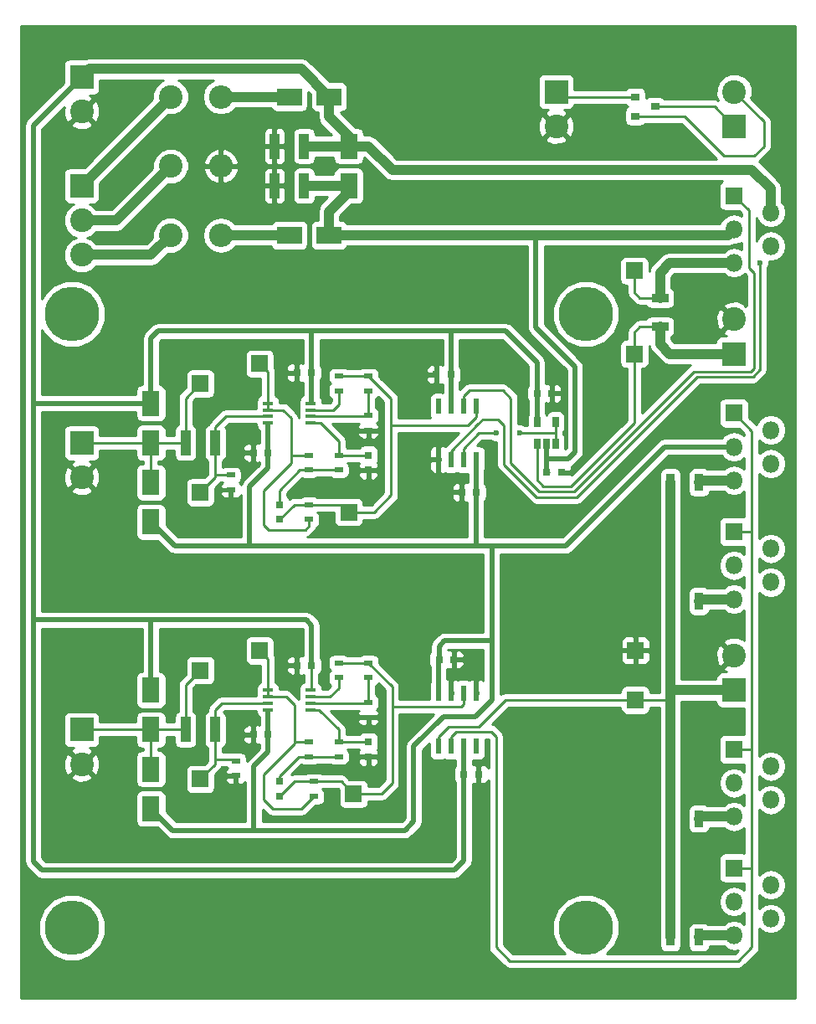
<source format=gtl>
%TF.GenerationSoftware,KiCad,Pcbnew,4.0.7-e2-6376~58~ubuntu16.04.1*%
%TF.CreationDate,2017-09-12T10:21:48+02:00*%
%TF.ProjectId,flt06,666C7430362E6B696361645F70636200,1*%
%TF.FileFunction,Copper,L1,Top,Signal*%
%FSLAX46Y46*%
G04 Gerber Fmt 4.6, Leading zero omitted, Abs format (unit mm)*
G04 Created by KiCad (PCBNEW 4.0.7-e2-6376~58~ubuntu16.04.1) date Tue Sep 12 10:21:48 2017*
%MOMM*%
%LPD*%
G01*
G04 APERTURE LIST*
%ADD10C,0.100000*%
%ADD11C,0.600000*%
%ADD12R,1.700000X1.700000*%
%ADD13C,5.500000*%
%ADD14R,1.000000X2.500000*%
%ADD15R,0.750000X0.800000*%
%ADD16R,0.800000X0.750000*%
%ADD17R,2.500000X1.800000*%
%ADD18R,1.800000X2.500000*%
%ADD19C,2.400000*%
%ADD20R,2.400000X2.400000*%
%ADD21O,2.400000X2.400000*%
%ADD22R,0.900000X0.500000*%
%ADD23R,1.700000X0.900000*%
%ADD24R,0.900000X1.700000*%
%ADD25R,1.100000X0.400000*%
%ADD26R,0.600000X1.550000*%
%ADD27R,0.650000X1.060000*%
%ADD28R,1.800000X1.800000*%
%ADD29O,1.800000X1.800000*%
%ADD30R,0.900000X0.800000*%
%ADD31C,0.500000*%
%ADD32C,0.250000*%
%ADD33C,1.000000*%
%ADD34C,0.254000*%
G04 APERTURE END LIST*
D10*
D11*
X134200000Y-134400000D03*
X168700000Y-90400000D03*
X151500000Y-89000000D03*
X153200000Y-125000000D03*
D12*
X122000000Y-102000000D03*
D13*
X161000000Y-84000000D03*
X161000000Y-146000000D03*
X109000000Y-84000000D03*
X109000000Y-146000000D03*
D14*
X132500000Y-67000000D03*
X129500000Y-67000000D03*
X129500000Y-71000000D03*
X132500000Y-71000000D03*
D15*
X130000000Y-103250000D03*
X130000000Y-104750000D03*
D14*
X120500000Y-97000000D03*
X123500000Y-97000000D03*
D16*
X131750000Y-89900000D03*
X133250000Y-89900000D03*
X145850000Y-90100000D03*
X147350000Y-90100000D03*
X157550000Y-92000000D03*
X156050000Y-92000000D03*
X128850000Y-98000000D03*
X127350000Y-98000000D03*
X149950000Y-102000000D03*
X148450000Y-102000000D03*
X157050000Y-100000000D03*
X158550000Y-100000000D03*
D15*
X139000000Y-99750000D03*
X139000000Y-98250000D03*
X130000000Y-131250000D03*
X130000000Y-132750000D03*
X139000000Y-128750000D03*
X139000000Y-127250000D03*
D16*
X150150000Y-130500000D03*
X148650000Y-130500000D03*
X128850000Y-126500000D03*
X127350000Y-126500000D03*
X146150000Y-118900000D03*
X147650000Y-118900000D03*
D17*
X135000000Y-62000000D03*
X131000000Y-62000000D03*
X131000000Y-76000000D03*
X135000000Y-76000000D03*
D18*
X137000000Y-71000000D03*
X137000000Y-67000000D03*
X117000000Y-93000000D03*
X117000000Y-97000000D03*
X117000000Y-101000000D03*
X117000000Y-105000000D03*
X117000000Y-122000000D03*
X117000000Y-126000000D03*
X117000000Y-130000000D03*
X117000000Y-134000000D03*
D19*
X110000000Y-74500000D03*
X110000000Y-78000000D03*
D20*
X110000000Y-71000000D03*
D19*
X110000000Y-63500000D03*
D20*
X110000000Y-60000000D03*
D19*
X110000000Y-100500000D03*
D20*
X110000000Y-97000000D03*
D19*
X176000000Y-84500000D03*
D20*
X176000000Y-88000000D03*
D19*
X110000000Y-129500000D03*
D20*
X110000000Y-126000000D03*
D19*
X176000000Y-118500000D03*
D20*
X176000000Y-122000000D03*
D12*
X122000000Y-91000000D03*
X128000000Y-89000000D03*
X137000000Y-104000000D03*
X165900000Y-79600000D03*
X165900000Y-88000000D03*
X122000000Y-120000000D03*
X122000000Y-131000000D03*
X128000000Y-118000000D03*
X137500000Y-132500000D03*
X166000000Y-123000000D03*
D19*
X119000000Y-62000000D03*
D21*
X124080000Y-62000000D03*
D19*
X119000000Y-69000000D03*
D21*
X124080000Y-69000000D03*
D19*
X119000000Y-76000000D03*
D21*
X124080000Y-76000000D03*
D22*
X133000000Y-104750000D03*
X133000000Y-103250000D03*
X133000000Y-98250000D03*
X133000000Y-99750000D03*
X136000000Y-99750000D03*
X136000000Y-98250000D03*
X125100000Y-100250000D03*
X125100000Y-101750000D03*
D23*
X168500000Y-82350000D03*
X168500000Y-85250000D03*
D22*
X139000000Y-90250000D03*
X139000000Y-91750000D03*
X139000000Y-94250000D03*
X139000000Y-95750000D03*
X133500000Y-132750000D03*
X133500000Y-131250000D03*
X133000000Y-127250000D03*
X133000000Y-128750000D03*
X136000000Y-128750000D03*
X136000000Y-127250000D03*
X125600000Y-129150000D03*
X125600000Y-130650000D03*
X139000000Y-119250000D03*
X139000000Y-120750000D03*
X139000000Y-123250000D03*
X139000000Y-124750000D03*
D24*
X172450000Y-101000000D03*
X169550000Y-101000000D03*
X172450000Y-113000000D03*
X169550000Y-113000000D03*
X172450000Y-135000000D03*
X169550000Y-135000000D03*
X172450000Y-147000000D03*
X169550000Y-147000000D03*
D25*
X128850000Y-93025000D03*
X128850000Y-93675000D03*
X128850000Y-94325000D03*
X128850000Y-94975000D03*
X133150000Y-94975000D03*
X133150000Y-94325000D03*
X133150000Y-93675000D03*
X133150000Y-93025000D03*
D26*
X146095000Y-98700000D03*
X147365000Y-98700000D03*
X148635000Y-98700000D03*
X149905000Y-98700000D03*
X149905000Y-93300000D03*
X148635000Y-93300000D03*
X147365000Y-93300000D03*
X146095000Y-93300000D03*
D27*
X156050000Y-97100000D03*
X157000000Y-97100000D03*
X157950000Y-97100000D03*
X157950000Y-94900000D03*
X156050000Y-94900000D03*
D25*
X128850000Y-122025000D03*
X128850000Y-122675000D03*
X128850000Y-123325000D03*
X128850000Y-123975000D03*
X133150000Y-123975000D03*
X133150000Y-123325000D03*
X133150000Y-122675000D03*
X133150000Y-122025000D03*
D26*
X149905000Y-122300000D03*
X148635000Y-122300000D03*
X147365000Y-122300000D03*
X146095000Y-122300000D03*
X146095000Y-127700000D03*
X147365000Y-127700000D03*
X148635000Y-127700000D03*
X149905000Y-127700000D03*
D12*
X166000000Y-118000000D03*
D28*
X176000000Y-72000000D03*
D29*
X179700000Y-73700000D03*
X176000000Y-75400000D03*
X179700000Y-77100000D03*
X176000000Y-78800000D03*
D28*
X176000000Y-94000000D03*
D29*
X179700000Y-95700000D03*
X176000000Y-97400000D03*
X179700000Y-99100000D03*
X176000000Y-100800000D03*
D28*
X176000000Y-106000000D03*
D29*
X179700000Y-107700000D03*
X176000000Y-109400000D03*
X179700000Y-111100000D03*
X176000000Y-112800000D03*
D28*
X176000000Y-128000000D03*
D29*
X179700000Y-129700000D03*
X176000000Y-131400000D03*
X179700000Y-133100000D03*
X176000000Y-134800000D03*
D28*
X176000000Y-140000000D03*
D29*
X179700000Y-141700000D03*
X176000000Y-143400000D03*
X179700000Y-145100000D03*
X176000000Y-146800000D03*
D14*
X120500000Y-126000000D03*
X123500000Y-126000000D03*
D16*
X131750000Y-119500000D03*
X133250000Y-119500000D03*
D22*
X136000000Y-91750000D03*
X136000000Y-90250000D03*
X136000000Y-120750000D03*
X136000000Y-119250000D03*
D19*
X158000000Y-65000000D03*
D20*
X158000000Y-61500000D03*
D19*
X176000000Y-61500000D03*
D20*
X176000000Y-65000000D03*
D30*
X166000000Y-62050000D03*
X166000000Y-63950000D03*
X168000000Y-63000000D03*
D11*
X144500000Y-98700000D03*
X146700000Y-102000000D03*
X150100000Y-131900000D03*
X149700000Y-118900000D03*
X139000000Y-130200000D03*
X137400000Y-124800000D03*
X130300000Y-119500000D03*
X125600000Y-132100000D03*
X125800000Y-126500000D03*
X127500000Y-71000000D03*
X127500000Y-67000000D03*
X161500000Y-97400000D03*
X157900000Y-90200000D03*
X144200000Y-90100000D03*
X139000000Y-101300000D03*
X137300000Y-95800000D03*
X131700000Y-88300000D03*
X125100000Y-103100000D03*
X125800000Y-98000000D03*
X178600000Y-78800000D03*
X151900000Y-96000000D03*
X154300000Y-96000000D03*
D31*
X117000000Y-122000000D02*
X117000000Y-114900000D01*
X117000000Y-114900000D02*
X117000000Y-115000000D01*
X117000000Y-115000000D02*
X117000000Y-114900000D01*
X133250000Y-119500000D02*
X133250000Y-115450000D01*
X132700000Y-114900000D02*
X117000000Y-114900000D01*
X117000000Y-114900000D02*
X105100000Y-114900000D01*
X133250000Y-115450000D02*
X132700000Y-114900000D01*
X117000000Y-93000000D02*
X105100000Y-93000000D01*
X105100000Y-93000000D02*
X105100000Y-93100000D01*
X110000000Y-60000000D02*
X105100000Y-64900000D01*
X105100000Y-64900000D02*
X105100000Y-93100000D01*
X105100000Y-139300000D02*
X106000000Y-140200000D01*
X105100000Y-114900000D02*
X105100000Y-139300000D01*
X148650000Y-130500000D02*
X148650000Y-139250000D01*
X148650000Y-139250000D02*
X147700000Y-140200000D01*
X106000000Y-140200000D02*
X147700000Y-140200000D01*
X105100000Y-93100000D02*
X105100000Y-114900000D01*
X148635000Y-127700000D02*
X148650000Y-127715000D01*
X148650000Y-127715000D02*
X148650000Y-130500000D01*
X147365000Y-86800000D02*
X147365000Y-85700000D01*
X147400000Y-85800000D02*
X147400000Y-85700000D01*
X147400000Y-85735000D02*
X147400000Y-85800000D01*
X147365000Y-85700000D02*
X147400000Y-85735000D01*
X156050000Y-92000000D02*
X156050000Y-88850000D01*
X156050000Y-88850000D02*
X152900000Y-85700000D01*
X152900000Y-85700000D02*
X147400000Y-85700000D01*
X147400000Y-85700000D02*
X146600000Y-85700000D01*
X156050000Y-94900000D02*
X156050000Y-92000000D01*
X133250000Y-89900000D02*
X133250000Y-92750000D01*
D32*
X133250000Y-92750000D02*
X133150000Y-92850000D01*
X133150000Y-92850000D02*
X133150000Y-93025000D01*
D31*
X133200000Y-85700000D02*
X133250000Y-85750000D01*
X133250000Y-85750000D02*
X133250000Y-89900000D01*
X147365000Y-93300000D02*
X147365000Y-90115000D01*
X147365000Y-90115000D02*
X147350000Y-90100000D01*
X147365000Y-93300000D02*
X147365000Y-86800000D01*
X147365000Y-86800000D02*
X147365000Y-86465000D01*
X117000000Y-86400000D02*
X117000000Y-93000000D01*
X117700000Y-85700000D02*
X117000000Y-86400000D01*
X146600000Y-85700000D02*
X133200000Y-85700000D01*
X133200000Y-85700000D02*
X117700000Y-85700000D01*
D32*
X156050000Y-92200000D02*
X156250000Y-92000000D01*
D33*
X137000000Y-67000000D02*
X137000000Y-66000000D01*
X137000000Y-66000000D02*
X135000000Y-64000000D01*
X135000000Y-64000000D02*
X135000000Y-62000000D01*
X179700000Y-73700000D02*
X179700000Y-71300000D01*
X139000000Y-67000000D02*
X137000000Y-67000000D01*
X141400000Y-69400000D02*
X139000000Y-67000000D01*
X177800000Y-69400000D02*
X141400000Y-69400000D01*
X179700000Y-71300000D02*
X177800000Y-69400000D01*
X137000000Y-67000000D02*
X132500000Y-67000000D01*
X135000000Y-62000000D02*
X132200000Y-59200000D01*
X132200000Y-59200000D02*
X110800000Y-59200000D01*
X110800000Y-59200000D02*
X110000000Y-60000000D01*
D32*
X148750000Y-130500000D02*
X148635000Y-130385000D01*
X133250000Y-119500000D02*
X133250000Y-121925000D01*
X133250000Y-121925000D02*
X133150000Y-122025000D01*
X146095000Y-98700000D02*
X144500000Y-98700000D01*
X148450000Y-102000000D02*
X146700000Y-102000000D01*
X150150000Y-130500000D02*
X150100000Y-130550000D01*
X150100000Y-130550000D02*
X150100000Y-131900000D01*
X147650000Y-118900000D02*
X149700000Y-118900000D01*
X139000000Y-128750000D02*
X139000000Y-130200000D01*
X139000000Y-124750000D02*
X137450000Y-124750000D01*
X137450000Y-124750000D02*
X137400000Y-124800000D01*
X131750000Y-119500000D02*
X130300000Y-119500000D01*
X125600000Y-130650000D02*
X125600000Y-132100000D01*
X127350000Y-126500000D02*
X125800000Y-126500000D01*
X129500000Y-71000000D02*
X127500000Y-71000000D01*
X129500000Y-67000000D02*
X127500000Y-67000000D01*
X158550000Y-100000000D02*
X159500000Y-100000000D01*
X161500000Y-98000000D02*
X161500000Y-97400000D01*
X159500000Y-100000000D02*
X161500000Y-98000000D01*
X157550000Y-92000000D02*
X157550000Y-90550000D01*
X157550000Y-90550000D02*
X157900000Y-90200000D01*
X145850000Y-90100000D02*
X144200000Y-90100000D01*
X139000000Y-99750000D02*
X139000000Y-101300000D01*
X139000000Y-95750000D02*
X137350000Y-95750000D01*
X137350000Y-95750000D02*
X137300000Y-95800000D01*
X131750000Y-89900000D02*
X131750000Y-88350000D01*
X131750000Y-88350000D02*
X131700000Y-88300000D01*
X125100000Y-101750000D02*
X125100000Y-103100000D01*
X127350000Y-98000000D02*
X125800000Y-98000000D01*
D31*
X155950000Y-85350000D02*
X155950000Y-76000000D01*
X159900000Y-89300000D02*
X155950000Y-85350000D01*
X159900000Y-97900000D02*
X159900000Y-89300000D01*
X155950000Y-76000000D02*
X156000000Y-76000000D01*
D33*
X140900000Y-76000000D02*
X156000000Y-76000000D01*
X156000000Y-76000000D02*
X175400000Y-76000000D01*
X175400000Y-76000000D02*
X176000000Y-75400000D01*
D31*
X159200000Y-98600000D02*
X157000000Y-98600000D01*
X159800000Y-98000000D02*
X159900000Y-97900000D01*
X159900000Y-97900000D02*
X159200000Y-98600000D01*
X146150000Y-118900000D02*
X146150000Y-117550000D01*
X146700000Y-117000000D02*
X151500000Y-117000000D01*
X146150000Y-117550000D02*
X146700000Y-117000000D01*
X128850000Y-126500000D02*
X128850000Y-128250000D01*
X127400000Y-129700000D02*
X127400000Y-136200000D01*
X128850000Y-128250000D02*
X127400000Y-129700000D01*
X128850000Y-126500000D02*
X128850000Y-124250000D01*
D32*
X128850000Y-124250000D02*
X128850000Y-123975000D01*
D31*
X151500000Y-107400000D02*
X151500000Y-117000000D01*
X151500000Y-117000000D02*
X151500000Y-123000000D01*
X142700000Y-136200000D02*
X127400000Y-136200000D01*
X143600000Y-135300000D02*
X142700000Y-136200000D01*
X143600000Y-127700000D02*
X143600000Y-135300000D01*
X146600000Y-124700000D02*
X143600000Y-127700000D01*
X149800000Y-124700000D02*
X146600000Y-124700000D01*
X151500000Y-123000000D02*
X149800000Y-124700000D01*
X119200000Y-136200000D02*
X117000000Y-134000000D01*
X127400000Y-136200000D02*
X119200000Y-136200000D01*
X146095000Y-122300000D02*
X146095000Y-118955000D01*
X146095000Y-118955000D02*
X146150000Y-118900000D01*
X149900000Y-107400000D02*
X149900000Y-102050000D01*
X149900000Y-102050000D02*
X149950000Y-102000000D01*
X149905000Y-98700000D02*
X149905000Y-101955000D01*
X149905000Y-101955000D02*
X149950000Y-102000000D01*
X128850000Y-98000000D02*
X128850000Y-95250000D01*
D32*
X128850000Y-95250000D02*
X128850000Y-94975000D01*
D31*
X127000000Y-107400000D02*
X127000000Y-101400000D01*
X128850000Y-99550000D02*
X128850000Y-98000000D01*
X127000000Y-101400000D02*
X128850000Y-99550000D01*
X176000000Y-97400000D02*
X169000000Y-97400000D01*
X159000000Y-107400000D02*
X151500000Y-107400000D01*
X151500000Y-107400000D02*
X149900000Y-107400000D01*
X149900000Y-107400000D02*
X146100000Y-107400000D01*
X146100000Y-107400000D02*
X127000000Y-107400000D01*
X169000000Y-97400000D02*
X159000000Y-107400000D01*
X119400000Y-107400000D02*
X117000000Y-105000000D01*
X127000000Y-107400000D02*
X119400000Y-107400000D01*
X157000000Y-97100000D02*
X157000000Y-98600000D01*
X157000000Y-98600000D02*
X157000000Y-99950000D01*
X157000000Y-99950000D02*
X157050000Y-100000000D01*
D32*
X157000000Y-99750000D02*
X157250000Y-100000000D01*
X149905000Y-101845000D02*
X149750000Y-102000000D01*
D33*
X141100000Y-76000000D02*
X140900000Y-76000000D01*
X140900000Y-76000000D02*
X135000000Y-76000000D01*
X137000000Y-71000000D02*
X137000000Y-71600000D01*
X137000000Y-71600000D02*
X135000000Y-73600000D01*
X135000000Y-73600000D02*
X135000000Y-76000000D01*
X137000000Y-71000000D02*
X132500000Y-71000000D01*
D32*
X133000000Y-99750000D02*
X136000000Y-99750000D01*
X130000000Y-103250000D02*
X130000000Y-101800000D01*
X132050000Y-99750000D02*
X133000000Y-99750000D01*
X130000000Y-101800000D02*
X132050000Y-99750000D01*
X141300000Y-95200000D02*
X149100000Y-95200000D01*
X149905000Y-94395000D02*
X149905000Y-93300000D01*
X149100000Y-95200000D02*
X149905000Y-94395000D01*
X137000000Y-104000000D02*
X139600000Y-104000000D01*
X141300000Y-92550000D02*
X139000000Y-90250000D01*
X141300000Y-102300000D02*
X141300000Y-95200000D01*
X141300000Y-95200000D02*
X141300000Y-92550000D01*
X139600000Y-104000000D02*
X141300000Y-102300000D01*
X136000000Y-90250000D02*
X139000000Y-90250000D01*
X133000000Y-103250000D02*
X136250000Y-103250000D01*
X136250000Y-103250000D02*
X137000000Y-104000000D01*
X130000000Y-104750000D02*
X131500000Y-103250000D01*
X131500000Y-103250000D02*
X133000000Y-103250000D01*
X120500000Y-97000000D02*
X117000000Y-97000000D01*
X117000000Y-97000000D02*
X117000000Y-101000000D01*
X120500000Y-97000000D02*
X120500000Y-92500000D01*
X120500000Y-92500000D02*
X122000000Y-91000000D01*
X110000000Y-97000000D02*
X117000000Y-97000000D01*
X125100000Y-100250000D02*
X123500000Y-100250000D01*
X123500000Y-100250000D02*
X123500000Y-100300000D01*
X128850000Y-94325000D02*
X124575000Y-94325000D01*
X123500000Y-95400000D02*
X123500000Y-97000000D01*
X124575000Y-94325000D02*
X123500000Y-95400000D01*
X123500000Y-97000000D02*
X123500000Y-100300000D01*
X123500000Y-100300000D02*
X123500000Y-100500000D01*
X123500000Y-100500000D02*
X122000000Y-102000000D01*
X123500000Y-96800000D02*
X123400000Y-96900000D01*
X136000000Y-127250000D02*
X139000000Y-127250000D01*
X136000000Y-127250000D02*
X136000000Y-126000000D01*
X133975000Y-123975000D02*
X133150000Y-123975000D01*
X136000000Y-126000000D02*
X133975000Y-123975000D01*
X117000000Y-126000000D02*
X117000000Y-130000000D01*
X117000000Y-126000000D02*
X120500000Y-126000000D01*
X122000000Y-120000000D02*
X120500000Y-121500000D01*
X120500000Y-121500000D02*
X120500000Y-126000000D01*
X110000000Y-126000000D02*
X117000000Y-126000000D01*
D33*
X124080000Y-62000000D02*
X131000000Y-62000000D01*
X124080000Y-76000000D02*
X131000000Y-76000000D01*
X110000000Y-74500000D02*
X113500000Y-74500000D01*
X113500000Y-74500000D02*
X119000000Y-69000000D01*
X110000000Y-78000000D02*
X117000000Y-78000000D01*
X117000000Y-78000000D02*
X119000000Y-76000000D01*
X110000000Y-71000000D02*
X119000000Y-62000000D01*
X171800000Y-88000000D02*
X169500000Y-88000000D01*
X176000000Y-88000000D02*
X171800000Y-88000000D01*
X168500000Y-87000000D02*
X168500000Y-85250000D01*
X168500000Y-87000000D02*
X169500000Y-88000000D01*
D32*
X165900000Y-95000000D02*
X165900000Y-92700000D01*
X165900000Y-92700000D02*
X165900000Y-88000000D01*
X156050000Y-97100000D02*
X156050000Y-100750000D01*
X159500000Y-101400000D02*
X165900000Y-95000000D01*
X156700000Y-101400000D02*
X159500000Y-101400000D01*
X156050000Y-100750000D02*
X156700000Y-101400000D01*
X168500000Y-85250000D02*
X166450000Y-85250000D01*
X166450000Y-85250000D02*
X165900000Y-85800000D01*
X165900000Y-85800000D02*
X165900000Y-88000000D01*
X146095000Y-127700000D02*
X146095000Y-126705000D01*
X152900000Y-123000000D02*
X166000000Y-123000000D01*
X150200000Y-125700000D02*
X152900000Y-123000000D01*
X147100000Y-125700000D02*
X150200000Y-125700000D01*
X146095000Y-126705000D02*
X147100000Y-125700000D01*
X146095000Y-127305000D02*
X146095000Y-127700000D01*
X166000000Y-123000000D02*
X169550000Y-123000000D01*
X169550000Y-123000000D02*
X169600000Y-123000000D01*
X169600000Y-123000000D02*
X169550000Y-123000000D01*
D33*
X176000000Y-122000000D02*
X169550000Y-122000000D01*
X169550000Y-122000000D02*
X169550000Y-122200000D01*
X169550000Y-113000000D02*
X169550000Y-122200000D01*
X169550000Y-122200000D02*
X169550000Y-123000000D01*
X169550000Y-123000000D02*
X169550000Y-135000000D01*
X169550000Y-101000000D02*
X169550000Y-113000000D01*
X169550000Y-147000000D02*
X169550000Y-135000000D01*
D32*
X133000000Y-98250000D02*
X131200000Y-98250000D01*
X128850000Y-93675000D02*
X130375000Y-93675000D01*
X133000000Y-105400000D02*
X133000000Y-104750000D01*
X132600000Y-105800000D02*
X133000000Y-105400000D01*
X128900000Y-105800000D02*
X132600000Y-105800000D01*
X128400000Y-105300000D02*
X128900000Y-105800000D01*
X128400000Y-101800000D02*
X128400000Y-105300000D01*
X131200000Y-99000000D02*
X128400000Y-101800000D01*
X131200000Y-94500000D02*
X131200000Y-98250000D01*
X131200000Y-98250000D02*
X131200000Y-99000000D01*
X130375000Y-93675000D02*
X131200000Y-94500000D01*
X128000000Y-89000000D02*
X128850000Y-89850000D01*
X128850000Y-89850000D02*
X128850000Y-93025000D01*
X128850000Y-93675000D02*
X128850000Y-93025000D01*
X153400000Y-99900000D02*
X152700000Y-99200000D01*
X150100000Y-95100000D02*
X147365000Y-97835000D01*
X147365000Y-98700000D02*
X147365000Y-97835000D01*
X178600000Y-89600000D02*
X177900000Y-90300000D01*
X178600000Y-78800000D02*
X178600000Y-89500000D01*
X178600000Y-89500000D02*
X178600000Y-89600000D01*
X160100000Y-102500000D02*
X156000000Y-102500000D01*
X172300000Y-90300000D02*
X160100000Y-102500000D01*
X177900000Y-90300000D02*
X172300000Y-90300000D01*
X156000000Y-102500000D02*
X153400000Y-99900000D01*
X150100000Y-95100000D02*
X150600000Y-94600000D01*
X152100000Y-94600000D02*
X150600000Y-94600000D01*
X152700000Y-95200000D02*
X152100000Y-94600000D01*
X152700000Y-99200000D02*
X152700000Y-95200000D01*
D33*
X171800000Y-78800000D02*
X169500000Y-78800000D01*
X169500000Y-78800000D02*
X168500000Y-79800000D01*
X168500000Y-82350000D02*
X168500000Y-79800000D01*
X171800000Y-78800000D02*
X176000000Y-78800000D01*
D32*
X168500000Y-82350000D02*
X166450000Y-82350000D01*
X165900000Y-81800000D02*
X165900000Y-79600000D01*
X166450000Y-82350000D02*
X165900000Y-81800000D01*
X133000000Y-127250000D02*
X131650000Y-127250000D01*
X131650000Y-127250000D02*
X131500000Y-127400000D01*
X128850000Y-122675000D02*
X130675000Y-122675000D01*
X132250000Y-134000000D02*
X133500000Y-132750000D01*
X129300000Y-134000000D02*
X132250000Y-134000000D01*
X128400000Y-133100000D02*
X129300000Y-134000000D01*
X128400000Y-130500000D02*
X128400000Y-133100000D01*
X131500000Y-127400000D02*
X128400000Y-130500000D01*
X131500000Y-123500000D02*
X131500000Y-127400000D01*
X130675000Y-122675000D02*
X131500000Y-123500000D01*
X128850000Y-122025000D02*
X128850000Y-122675000D01*
X128000000Y-118000000D02*
X128850000Y-118850000D01*
X128850000Y-118850000D02*
X128850000Y-122025000D01*
X139000000Y-91750000D02*
X139000000Y-94250000D01*
X133150000Y-94325000D02*
X138925000Y-94325000D01*
X138925000Y-94325000D02*
X139000000Y-94250000D01*
X133150000Y-123325000D02*
X138925000Y-123325000D01*
X138925000Y-123325000D02*
X139000000Y-123250000D01*
X139000000Y-120750000D02*
X139000000Y-123250000D01*
D33*
X176000000Y-100800000D02*
X172650000Y-100800000D01*
X172650000Y-100800000D02*
X172450000Y-101000000D01*
X176000000Y-112800000D02*
X172650000Y-112800000D01*
X172650000Y-112800000D02*
X172450000Y-113000000D01*
X176000000Y-134800000D02*
X172650000Y-134800000D01*
X172650000Y-134800000D02*
X172450000Y-135000000D01*
X176000000Y-146800000D02*
X172650000Y-146800000D01*
X172650000Y-146800000D02*
X172450000Y-147000000D01*
D32*
X157950000Y-96000000D02*
X154300000Y-96000000D01*
X148635000Y-97565000D02*
X148635000Y-98700000D01*
X150200000Y-96000000D02*
X148635000Y-97565000D01*
X151900000Y-96000000D02*
X150200000Y-96000000D01*
X157950000Y-94900000D02*
X157950000Y-96000000D01*
X157950000Y-96000000D02*
X157950000Y-97100000D01*
X154000000Y-99600000D02*
X153400000Y-99000000D01*
X177500000Y-73500000D02*
X177500000Y-79300000D01*
X177500000Y-79300000D02*
X178000000Y-79800000D01*
X178000000Y-79800000D02*
X178000000Y-89500000D01*
X178000000Y-89500000D02*
X177700000Y-89800000D01*
X177700000Y-89800000D02*
X171900000Y-89800000D01*
X171900000Y-89800000D02*
X159800000Y-101900000D01*
X159800000Y-101900000D02*
X156300000Y-101900000D01*
X156300000Y-101900000D02*
X154000000Y-99600000D01*
X176000000Y-72000000D02*
X177500000Y-73500000D01*
X153400000Y-92500000D02*
X152600000Y-91700000D01*
X153400000Y-99000000D02*
X153400000Y-92500000D01*
X148635000Y-92265000D02*
X148635000Y-93300000D01*
X149200000Y-91700000D02*
X148635000Y-92265000D01*
X150600000Y-91700000D02*
X149200000Y-91700000D01*
X150600000Y-91700000D02*
X152600000Y-91700000D01*
X151900000Y-126700000D02*
X151900000Y-148000000D01*
X153300000Y-149400000D02*
X176400000Y-149400000D01*
X176400000Y-149400000D02*
X177800000Y-148000000D01*
X177800000Y-148000000D02*
X177800000Y-140000000D01*
X151900000Y-148000000D02*
X153300000Y-149400000D01*
X147365000Y-127700000D02*
X147365000Y-126735000D01*
X151400000Y-126200000D02*
X151900000Y-126700000D01*
X151900000Y-126700000D02*
X151900000Y-126700000D01*
X147900000Y-126200000D02*
X151400000Y-126200000D01*
X147365000Y-126735000D02*
X147900000Y-126200000D01*
X176000000Y-140000000D02*
X177800000Y-140000000D01*
X176000000Y-128000000D02*
X177800000Y-128000000D01*
X176000000Y-106000000D02*
X177800000Y-106000000D01*
X177800000Y-95800000D02*
X176000000Y-94000000D01*
X177800000Y-140000000D02*
X177800000Y-128000000D01*
X177800000Y-128000000D02*
X177800000Y-106000000D01*
X177800000Y-106000000D02*
X177800000Y-95800000D01*
X133150000Y-94975000D02*
X134175000Y-94975000D01*
X136000000Y-96800000D02*
X136000000Y-98250000D01*
X134175000Y-94975000D02*
X136000000Y-96800000D01*
X136000000Y-98250000D02*
X139000000Y-98250000D01*
X133000000Y-128750000D02*
X136000000Y-128750000D01*
X130000000Y-131250000D02*
X130000000Y-130700000D01*
X131950000Y-128750000D02*
X133000000Y-128750000D01*
X130000000Y-130700000D02*
X131950000Y-128750000D01*
X148635000Y-122300000D02*
X148635000Y-123465000D01*
X148400000Y-123700000D02*
X141400000Y-123700000D01*
X148635000Y-123465000D02*
X148400000Y-123700000D01*
X137500000Y-132500000D02*
X140300000Y-132500000D01*
X141400000Y-121650000D02*
X139000000Y-119250000D01*
X141400000Y-131400000D02*
X141400000Y-124600000D01*
X141400000Y-124600000D02*
X141400000Y-123700000D01*
X141400000Y-123700000D02*
X141400000Y-121650000D01*
X140300000Y-132500000D02*
X141400000Y-131400000D01*
X136000000Y-119250000D02*
X139000000Y-119250000D01*
X133500000Y-131250000D02*
X131500000Y-131250000D01*
X131500000Y-131250000D02*
X130000000Y-132750000D01*
X133500000Y-131250000D02*
X136250000Y-131250000D01*
X136250000Y-131250000D02*
X137500000Y-132500000D01*
X125600000Y-129150000D02*
X125450000Y-129000000D01*
X125450000Y-129000000D02*
X123500000Y-129000000D01*
X122000000Y-131000000D02*
X123500000Y-129500000D01*
X123500000Y-129500000D02*
X123500000Y-129000000D01*
X123500000Y-129000000D02*
X123500000Y-126000000D01*
X123500000Y-126000000D02*
X123500000Y-124000000D01*
X124175000Y-123325000D02*
X128850000Y-123325000D01*
X123500000Y-124000000D02*
X124175000Y-123325000D01*
X123500000Y-126000000D02*
X123700000Y-126200000D01*
X133150000Y-93675000D02*
X135425000Y-93675000D01*
X136000000Y-93100000D02*
X136000000Y-91750000D01*
X135425000Y-93675000D02*
X136000000Y-93100000D01*
X133150000Y-122675000D02*
X135125000Y-122675000D01*
X136000000Y-121800000D02*
X136000000Y-120750000D01*
X135125000Y-122675000D02*
X136000000Y-121800000D01*
X166000000Y-62050000D02*
X158550000Y-62050000D01*
X158550000Y-62050000D02*
X158000000Y-61500000D01*
X165950000Y-62000000D02*
X166000000Y-62050000D01*
X166000000Y-63950000D02*
X170950000Y-63950000D01*
X179000000Y-64500000D02*
X176000000Y-61500000D01*
X179000000Y-67000000D02*
X179000000Y-64500000D01*
X178000000Y-68000000D02*
X179000000Y-67000000D01*
X175000000Y-68000000D02*
X178000000Y-68000000D01*
X170950000Y-63950000D02*
X175000000Y-68000000D01*
X168000000Y-63000000D02*
X174000000Y-63000000D01*
X174000000Y-63000000D02*
X176000000Y-65000000D01*
D34*
G36*
X182174500Y-153174500D02*
X103825660Y-153174500D01*
X103825660Y-146670364D01*
X105614414Y-146670364D01*
X106128663Y-147914943D01*
X107080048Y-148867990D01*
X108323728Y-149384411D01*
X109670364Y-149385586D01*
X110914943Y-148871337D01*
X111867990Y-147919952D01*
X112384411Y-146676272D01*
X112385586Y-145329636D01*
X111871337Y-144085057D01*
X110919952Y-143132010D01*
X109676272Y-142615589D01*
X108329636Y-142614414D01*
X107085057Y-143128663D01*
X106132010Y-144080048D01*
X105615589Y-145323728D01*
X105614414Y-146670364D01*
X103825660Y-146670364D01*
X103825660Y-64900000D01*
X104214999Y-64900000D01*
X104215000Y-64900005D01*
X104215000Y-139299995D01*
X104214999Y-139300000D01*
X104247343Y-139462599D01*
X104282367Y-139638675D01*
X104329464Y-139709161D01*
X104474210Y-139925790D01*
X105374208Y-140825787D01*
X105374210Y-140825790D01*
X105661325Y-141017633D01*
X106000000Y-141085001D01*
X106000005Y-141085000D01*
X147699995Y-141085000D01*
X147700000Y-141085001D01*
X147982484Y-141028810D01*
X148038675Y-141017633D01*
X148325790Y-140825790D01*
X148325791Y-140825789D01*
X149275787Y-139875792D01*
X149275790Y-139875790D01*
X149467633Y-139588675D01*
X149492711Y-139462599D01*
X149535001Y-139250000D01*
X149535000Y-139249995D01*
X149535000Y-131473263D01*
X149623691Y-131510000D01*
X149864250Y-131510000D01*
X150023000Y-131351250D01*
X150023000Y-130627000D01*
X150003000Y-130627000D01*
X150003000Y-130373000D01*
X150023000Y-130373000D01*
X150023000Y-129648750D01*
X149864250Y-129490000D01*
X149623691Y-129490000D01*
X149535000Y-129526737D01*
X149535000Y-129108265D01*
X149605000Y-129122440D01*
X150205000Y-129122440D01*
X150440317Y-129078162D01*
X150656441Y-128939090D01*
X150801431Y-128726890D01*
X150852440Y-128475000D01*
X150852440Y-126960000D01*
X151085198Y-126960000D01*
X151140000Y-127014802D01*
X151140000Y-129890051D01*
X151088327Y-129765301D01*
X150909698Y-129586673D01*
X150676309Y-129490000D01*
X150435750Y-129490000D01*
X150277000Y-129648750D01*
X150277000Y-130373000D01*
X150297000Y-130373000D01*
X150297000Y-130627000D01*
X150277000Y-130627000D01*
X150277000Y-131351250D01*
X150435750Y-131510000D01*
X150676309Y-131510000D01*
X150909698Y-131413327D01*
X151088327Y-131234699D01*
X151140000Y-131109949D01*
X151140000Y-148000000D01*
X151197852Y-148290839D01*
X151362599Y-148537401D01*
X152762599Y-149937401D01*
X153009161Y-150102148D01*
X153300000Y-150160000D01*
X176400000Y-150160000D01*
X176690839Y-150102148D01*
X176937401Y-149937401D01*
X178337401Y-148537401D01*
X178502148Y-148290839D01*
X178560000Y-148000000D01*
X178560000Y-146133780D01*
X178614591Y-146215481D01*
X179112581Y-146548227D01*
X179700000Y-146665072D01*
X180287419Y-146548227D01*
X180785409Y-146215481D01*
X181118155Y-145717491D01*
X181235000Y-145130072D01*
X181235000Y-145069928D01*
X181118155Y-144482509D01*
X180785409Y-143984519D01*
X180287419Y-143651773D01*
X179700000Y-143534928D01*
X179112581Y-143651773D01*
X178614591Y-143984519D01*
X178560000Y-144066220D01*
X178560000Y-142733780D01*
X178614591Y-142815481D01*
X179112581Y-143148227D01*
X179700000Y-143265072D01*
X180287419Y-143148227D01*
X180785409Y-142815481D01*
X181118155Y-142317491D01*
X181235000Y-141730072D01*
X181235000Y-141669928D01*
X181118155Y-141082509D01*
X180785409Y-140584519D01*
X180287419Y-140251773D01*
X179700000Y-140134928D01*
X179112581Y-140251773D01*
X178614591Y-140584519D01*
X178560000Y-140666220D01*
X178560000Y-134133780D01*
X178614591Y-134215481D01*
X179112581Y-134548227D01*
X179700000Y-134665072D01*
X180287419Y-134548227D01*
X180785409Y-134215481D01*
X181118155Y-133717491D01*
X181235000Y-133130072D01*
X181235000Y-133069928D01*
X181118155Y-132482509D01*
X180785409Y-131984519D01*
X180287419Y-131651773D01*
X179700000Y-131534928D01*
X179112581Y-131651773D01*
X178614591Y-131984519D01*
X178560000Y-132066220D01*
X178560000Y-130733780D01*
X178614591Y-130815481D01*
X179112581Y-131148227D01*
X179700000Y-131265072D01*
X180287419Y-131148227D01*
X180785409Y-130815481D01*
X181118155Y-130317491D01*
X181235000Y-129730072D01*
X181235000Y-129669928D01*
X181118155Y-129082509D01*
X180785409Y-128584519D01*
X180287419Y-128251773D01*
X179700000Y-128134928D01*
X179112581Y-128251773D01*
X178614591Y-128584519D01*
X178560000Y-128666220D01*
X178560000Y-112133780D01*
X178614591Y-112215481D01*
X179112581Y-112548227D01*
X179700000Y-112665072D01*
X180287419Y-112548227D01*
X180785409Y-112215481D01*
X181118155Y-111717491D01*
X181235000Y-111130072D01*
X181235000Y-111069928D01*
X181118155Y-110482509D01*
X180785409Y-109984519D01*
X180287419Y-109651773D01*
X179700000Y-109534928D01*
X179112581Y-109651773D01*
X178614591Y-109984519D01*
X178560000Y-110066220D01*
X178560000Y-108733780D01*
X178614591Y-108815481D01*
X179112581Y-109148227D01*
X179700000Y-109265072D01*
X180287419Y-109148227D01*
X180785409Y-108815481D01*
X181118155Y-108317491D01*
X181235000Y-107730072D01*
X181235000Y-107669928D01*
X181118155Y-107082509D01*
X180785409Y-106584519D01*
X180287419Y-106251773D01*
X179700000Y-106134928D01*
X179112581Y-106251773D01*
X178614591Y-106584519D01*
X178560000Y-106666220D01*
X178560000Y-100133780D01*
X178614591Y-100215481D01*
X179112581Y-100548227D01*
X179700000Y-100665072D01*
X180287419Y-100548227D01*
X180785409Y-100215481D01*
X181118155Y-99717491D01*
X181235000Y-99130072D01*
X181235000Y-99069928D01*
X181118155Y-98482509D01*
X180785409Y-97984519D01*
X180287419Y-97651773D01*
X179700000Y-97534928D01*
X179112581Y-97651773D01*
X178614591Y-97984519D01*
X178560000Y-98066220D01*
X178560000Y-96733780D01*
X178614591Y-96815481D01*
X179112581Y-97148227D01*
X179700000Y-97265072D01*
X180287419Y-97148227D01*
X180785409Y-96815481D01*
X181118155Y-96317491D01*
X181235000Y-95730072D01*
X181235000Y-95669928D01*
X181118155Y-95082509D01*
X180785409Y-94584519D01*
X180287419Y-94251773D01*
X179700000Y-94134928D01*
X179112581Y-94251773D01*
X178614591Y-94584519D01*
X178281845Y-95082509D01*
X178261183Y-95186381D01*
X177547440Y-94472638D01*
X177547440Y-93100000D01*
X177503162Y-92864683D01*
X177364090Y-92648559D01*
X177151890Y-92503569D01*
X176900000Y-92452560D01*
X175100000Y-92452560D01*
X174864683Y-92496838D01*
X174648559Y-92635910D01*
X174503569Y-92848110D01*
X174452560Y-93100000D01*
X174452560Y-94900000D01*
X174496838Y-95135317D01*
X174635910Y-95351441D01*
X174848110Y-95496431D01*
X175100000Y-95547440D01*
X176472638Y-95547440D01*
X177040000Y-96114802D01*
X177040000Y-96254178D01*
X176587419Y-95951773D01*
X176000000Y-95834928D01*
X175412581Y-95951773D01*
X174914591Y-96284519D01*
X174760589Y-96515000D01*
X169000005Y-96515000D01*
X169000000Y-96514999D01*
X168723498Y-96570000D01*
X168661325Y-96582367D01*
X168374210Y-96774210D01*
X168374208Y-96774213D01*
X158633420Y-106515000D01*
X150785000Y-106515000D01*
X150785000Y-102849669D01*
X150801441Y-102839090D01*
X150946431Y-102626890D01*
X150997440Y-102375000D01*
X150997440Y-101625000D01*
X150953162Y-101389683D01*
X150814090Y-101173559D01*
X150790000Y-101157099D01*
X150790000Y-99743620D01*
X150801431Y-99726890D01*
X150852440Y-99475000D01*
X150852440Y-97925000D01*
X150808162Y-97689683D01*
X150669090Y-97473559D01*
X150456890Y-97328569D01*
X150205000Y-97277560D01*
X149997242Y-97277560D01*
X150514802Y-96760000D01*
X151337537Y-96760000D01*
X151369673Y-96792192D01*
X151713201Y-96934838D01*
X151940000Y-96935036D01*
X151940000Y-99200000D01*
X151997852Y-99490839D01*
X152162599Y-99737401D01*
X152862598Y-100437401D01*
X152862601Y-100437403D01*
X155462599Y-103037401D01*
X155709160Y-103202148D01*
X156000000Y-103260000D01*
X160100000Y-103260000D01*
X160390839Y-103202148D01*
X160637401Y-103037401D01*
X172614802Y-91060000D01*
X177900000Y-91060000D01*
X178190839Y-91002148D01*
X178437401Y-90837401D01*
X179137401Y-90137402D01*
X179256497Y-89959161D01*
X179302148Y-89890839D01*
X179360000Y-89600000D01*
X179360000Y-79362463D01*
X179392192Y-79330327D01*
X179534838Y-78986799D01*
X179535147Y-78632281D01*
X179700000Y-78665072D01*
X180287419Y-78548227D01*
X180785409Y-78215481D01*
X181118155Y-77717491D01*
X181235000Y-77130072D01*
X181235000Y-77069928D01*
X181118155Y-76482509D01*
X180785409Y-75984519D01*
X180287419Y-75651773D01*
X179700000Y-75534928D01*
X179112581Y-75651773D01*
X178614591Y-75984519D01*
X178281845Y-76482509D01*
X178260000Y-76592331D01*
X178260000Y-74207669D01*
X178281845Y-74317491D01*
X178614591Y-74815481D01*
X179112581Y-75148227D01*
X179700000Y-75265072D01*
X180287419Y-75148227D01*
X180785409Y-74815481D01*
X181118155Y-74317491D01*
X181235000Y-73730072D01*
X181235000Y-73669928D01*
X181118155Y-73082509D01*
X180835000Y-72658737D01*
X180835000Y-71300000D01*
X180748603Y-70865654D01*
X180502566Y-70497434D01*
X178602566Y-68597434D01*
X178525061Y-68545647D01*
X178537401Y-68537401D01*
X179537401Y-67537401D01*
X179702148Y-67290839D01*
X179760000Y-67000000D01*
X179760000Y-64500000D01*
X179702148Y-64209161D01*
X179537401Y-63962599D01*
X177719293Y-62144491D01*
X177834681Y-61866605D01*
X177835318Y-61136597D01*
X177556545Y-60461914D01*
X177040801Y-59945270D01*
X176366605Y-59665319D01*
X175636597Y-59664682D01*
X174961914Y-59943455D01*
X174445270Y-60459199D01*
X174165319Y-61133395D01*
X174164682Y-61863403D01*
X174364540Y-62347097D01*
X174290839Y-62297852D01*
X174000000Y-62240000D01*
X168972931Y-62240000D01*
X168914090Y-62148559D01*
X168701890Y-62003569D01*
X168450000Y-61952560D01*
X167550000Y-61952560D01*
X167314683Y-61996838D01*
X167098559Y-62135910D01*
X167097440Y-62137548D01*
X167097440Y-61650000D01*
X167053162Y-61414683D01*
X166914090Y-61198559D01*
X166701890Y-61053569D01*
X166450000Y-61002560D01*
X165550000Y-61002560D01*
X165314683Y-61046838D01*
X165098559Y-61185910D01*
X165027437Y-61290000D01*
X159847440Y-61290000D01*
X159847440Y-60300000D01*
X159803162Y-60064683D01*
X159664090Y-59848559D01*
X159451890Y-59703569D01*
X159200000Y-59652560D01*
X156800000Y-59652560D01*
X156564683Y-59696838D01*
X156348559Y-59835910D01*
X156203569Y-60048110D01*
X156152560Y-60300000D01*
X156152560Y-62700000D01*
X156196838Y-62935317D01*
X156335910Y-63151441D01*
X156548110Y-63296431D01*
X156800000Y-63347440D01*
X157169181Y-63347440D01*
X157005565Y-63415212D01*
X156882430Y-63702825D01*
X158000000Y-64820395D01*
X159117570Y-63702825D01*
X158994435Y-63415212D01*
X158816564Y-63347440D01*
X159200000Y-63347440D01*
X159435317Y-63303162D01*
X159651441Y-63164090D01*
X159796431Y-62951890D01*
X159825164Y-62810000D01*
X165027069Y-62810000D01*
X165085910Y-62901441D01*
X165231083Y-63000633D01*
X165098559Y-63085910D01*
X164953569Y-63298110D01*
X164902560Y-63550000D01*
X164902560Y-64350000D01*
X164946838Y-64585317D01*
X165085910Y-64801441D01*
X165298110Y-64946431D01*
X165550000Y-64997440D01*
X166450000Y-64997440D01*
X166685317Y-64953162D01*
X166901441Y-64814090D01*
X166972563Y-64710000D01*
X170635198Y-64710000D01*
X174190198Y-68265000D01*
X141870133Y-68265000D01*
X139902308Y-66297175D01*
X156882430Y-66297175D01*
X157005565Y-66584788D01*
X157687734Y-66844707D01*
X158417443Y-66823786D01*
X158994435Y-66584788D01*
X159117570Y-66297175D01*
X158000000Y-65179605D01*
X156882430Y-66297175D01*
X139902308Y-66297175D01*
X139802566Y-66197434D01*
X139507085Y-66000000D01*
X139434346Y-65951397D01*
X139000000Y-65865000D01*
X138547440Y-65865000D01*
X138547440Y-65750000D01*
X138503162Y-65514683D01*
X138364090Y-65298559D01*
X138151890Y-65153569D01*
X137900000Y-65102560D01*
X137707692Y-65102560D01*
X137292866Y-64687734D01*
X156155293Y-64687734D01*
X156176214Y-65417443D01*
X156415212Y-65994435D01*
X156702825Y-66117570D01*
X157820395Y-65000000D01*
X158179605Y-65000000D01*
X159297175Y-66117570D01*
X159584788Y-65994435D01*
X159844707Y-65312266D01*
X159823786Y-64582557D01*
X159584788Y-64005565D01*
X159297175Y-63882430D01*
X158179605Y-65000000D01*
X157820395Y-65000000D01*
X156702825Y-63882430D01*
X156415212Y-64005565D01*
X156155293Y-64687734D01*
X137292866Y-64687734D01*
X136152572Y-63547440D01*
X136250000Y-63547440D01*
X136485317Y-63503162D01*
X136701441Y-63364090D01*
X136846431Y-63151890D01*
X136897440Y-62900000D01*
X136897440Y-61100000D01*
X136853162Y-60864683D01*
X136714090Y-60648559D01*
X136501890Y-60503569D01*
X136250000Y-60452560D01*
X135057692Y-60452560D01*
X133002566Y-58397434D01*
X132910489Y-58335910D01*
X132634346Y-58151397D01*
X132200000Y-58065000D01*
X110800000Y-58065000D01*
X110365654Y-58151397D01*
X110363913Y-58152560D01*
X108800000Y-58152560D01*
X108564683Y-58196838D01*
X108348559Y-58335910D01*
X108203569Y-58548110D01*
X108152560Y-58800000D01*
X108152560Y-60595861D01*
X104474210Y-64274210D01*
X104282367Y-64561325D01*
X104282367Y-64561326D01*
X104214999Y-64900000D01*
X103825660Y-64900000D01*
X103825660Y-54825700D01*
X182174500Y-54825700D01*
X182174500Y-153174500D01*
X182174500Y-153174500D01*
G37*
X182174500Y-153174500D02*
X103825660Y-153174500D01*
X103825660Y-146670364D01*
X105614414Y-146670364D01*
X106128663Y-147914943D01*
X107080048Y-148867990D01*
X108323728Y-149384411D01*
X109670364Y-149385586D01*
X110914943Y-148871337D01*
X111867990Y-147919952D01*
X112384411Y-146676272D01*
X112385586Y-145329636D01*
X111871337Y-144085057D01*
X110919952Y-143132010D01*
X109676272Y-142615589D01*
X108329636Y-142614414D01*
X107085057Y-143128663D01*
X106132010Y-144080048D01*
X105615589Y-145323728D01*
X105614414Y-146670364D01*
X103825660Y-146670364D01*
X103825660Y-64900000D01*
X104214999Y-64900000D01*
X104215000Y-64900005D01*
X104215000Y-139299995D01*
X104214999Y-139300000D01*
X104247343Y-139462599D01*
X104282367Y-139638675D01*
X104329464Y-139709161D01*
X104474210Y-139925790D01*
X105374208Y-140825787D01*
X105374210Y-140825790D01*
X105661325Y-141017633D01*
X106000000Y-141085001D01*
X106000005Y-141085000D01*
X147699995Y-141085000D01*
X147700000Y-141085001D01*
X147982484Y-141028810D01*
X148038675Y-141017633D01*
X148325790Y-140825790D01*
X148325791Y-140825789D01*
X149275787Y-139875792D01*
X149275790Y-139875790D01*
X149467633Y-139588675D01*
X149492711Y-139462599D01*
X149535001Y-139250000D01*
X149535000Y-139249995D01*
X149535000Y-131473263D01*
X149623691Y-131510000D01*
X149864250Y-131510000D01*
X150023000Y-131351250D01*
X150023000Y-130627000D01*
X150003000Y-130627000D01*
X150003000Y-130373000D01*
X150023000Y-130373000D01*
X150023000Y-129648750D01*
X149864250Y-129490000D01*
X149623691Y-129490000D01*
X149535000Y-129526737D01*
X149535000Y-129108265D01*
X149605000Y-129122440D01*
X150205000Y-129122440D01*
X150440317Y-129078162D01*
X150656441Y-128939090D01*
X150801431Y-128726890D01*
X150852440Y-128475000D01*
X150852440Y-126960000D01*
X151085198Y-126960000D01*
X151140000Y-127014802D01*
X151140000Y-129890051D01*
X151088327Y-129765301D01*
X150909698Y-129586673D01*
X150676309Y-129490000D01*
X150435750Y-129490000D01*
X150277000Y-129648750D01*
X150277000Y-130373000D01*
X150297000Y-130373000D01*
X150297000Y-130627000D01*
X150277000Y-130627000D01*
X150277000Y-131351250D01*
X150435750Y-131510000D01*
X150676309Y-131510000D01*
X150909698Y-131413327D01*
X151088327Y-131234699D01*
X151140000Y-131109949D01*
X151140000Y-148000000D01*
X151197852Y-148290839D01*
X151362599Y-148537401D01*
X152762599Y-149937401D01*
X153009161Y-150102148D01*
X153300000Y-150160000D01*
X176400000Y-150160000D01*
X176690839Y-150102148D01*
X176937401Y-149937401D01*
X178337401Y-148537401D01*
X178502148Y-148290839D01*
X178560000Y-148000000D01*
X178560000Y-146133780D01*
X178614591Y-146215481D01*
X179112581Y-146548227D01*
X179700000Y-146665072D01*
X180287419Y-146548227D01*
X180785409Y-146215481D01*
X181118155Y-145717491D01*
X181235000Y-145130072D01*
X181235000Y-145069928D01*
X181118155Y-144482509D01*
X180785409Y-143984519D01*
X180287419Y-143651773D01*
X179700000Y-143534928D01*
X179112581Y-143651773D01*
X178614591Y-143984519D01*
X178560000Y-144066220D01*
X178560000Y-142733780D01*
X178614591Y-142815481D01*
X179112581Y-143148227D01*
X179700000Y-143265072D01*
X180287419Y-143148227D01*
X180785409Y-142815481D01*
X181118155Y-142317491D01*
X181235000Y-141730072D01*
X181235000Y-141669928D01*
X181118155Y-141082509D01*
X180785409Y-140584519D01*
X180287419Y-140251773D01*
X179700000Y-140134928D01*
X179112581Y-140251773D01*
X178614591Y-140584519D01*
X178560000Y-140666220D01*
X178560000Y-134133780D01*
X178614591Y-134215481D01*
X179112581Y-134548227D01*
X179700000Y-134665072D01*
X180287419Y-134548227D01*
X180785409Y-134215481D01*
X181118155Y-133717491D01*
X181235000Y-133130072D01*
X181235000Y-133069928D01*
X181118155Y-132482509D01*
X180785409Y-131984519D01*
X180287419Y-131651773D01*
X179700000Y-131534928D01*
X179112581Y-131651773D01*
X178614591Y-131984519D01*
X178560000Y-132066220D01*
X178560000Y-130733780D01*
X178614591Y-130815481D01*
X179112581Y-131148227D01*
X179700000Y-131265072D01*
X180287419Y-131148227D01*
X180785409Y-130815481D01*
X181118155Y-130317491D01*
X181235000Y-129730072D01*
X181235000Y-129669928D01*
X181118155Y-129082509D01*
X180785409Y-128584519D01*
X180287419Y-128251773D01*
X179700000Y-128134928D01*
X179112581Y-128251773D01*
X178614591Y-128584519D01*
X178560000Y-128666220D01*
X178560000Y-112133780D01*
X178614591Y-112215481D01*
X179112581Y-112548227D01*
X179700000Y-112665072D01*
X180287419Y-112548227D01*
X180785409Y-112215481D01*
X181118155Y-111717491D01*
X181235000Y-111130072D01*
X181235000Y-111069928D01*
X181118155Y-110482509D01*
X180785409Y-109984519D01*
X180287419Y-109651773D01*
X179700000Y-109534928D01*
X179112581Y-109651773D01*
X178614591Y-109984519D01*
X178560000Y-110066220D01*
X178560000Y-108733780D01*
X178614591Y-108815481D01*
X179112581Y-109148227D01*
X179700000Y-109265072D01*
X180287419Y-109148227D01*
X180785409Y-108815481D01*
X181118155Y-108317491D01*
X181235000Y-107730072D01*
X181235000Y-107669928D01*
X181118155Y-107082509D01*
X180785409Y-106584519D01*
X180287419Y-106251773D01*
X179700000Y-106134928D01*
X179112581Y-106251773D01*
X178614591Y-106584519D01*
X178560000Y-106666220D01*
X178560000Y-100133780D01*
X178614591Y-100215481D01*
X179112581Y-100548227D01*
X179700000Y-100665072D01*
X180287419Y-100548227D01*
X180785409Y-100215481D01*
X181118155Y-99717491D01*
X181235000Y-99130072D01*
X181235000Y-99069928D01*
X181118155Y-98482509D01*
X180785409Y-97984519D01*
X180287419Y-97651773D01*
X179700000Y-97534928D01*
X179112581Y-97651773D01*
X178614591Y-97984519D01*
X178560000Y-98066220D01*
X178560000Y-96733780D01*
X178614591Y-96815481D01*
X179112581Y-97148227D01*
X179700000Y-97265072D01*
X180287419Y-97148227D01*
X180785409Y-96815481D01*
X181118155Y-96317491D01*
X181235000Y-95730072D01*
X181235000Y-95669928D01*
X181118155Y-95082509D01*
X180785409Y-94584519D01*
X180287419Y-94251773D01*
X179700000Y-94134928D01*
X179112581Y-94251773D01*
X178614591Y-94584519D01*
X178281845Y-95082509D01*
X178261183Y-95186381D01*
X177547440Y-94472638D01*
X177547440Y-93100000D01*
X177503162Y-92864683D01*
X177364090Y-92648559D01*
X177151890Y-92503569D01*
X176900000Y-92452560D01*
X175100000Y-92452560D01*
X174864683Y-92496838D01*
X174648559Y-92635910D01*
X174503569Y-92848110D01*
X174452560Y-93100000D01*
X174452560Y-94900000D01*
X174496838Y-95135317D01*
X174635910Y-95351441D01*
X174848110Y-95496431D01*
X175100000Y-95547440D01*
X176472638Y-95547440D01*
X177040000Y-96114802D01*
X177040000Y-96254178D01*
X176587419Y-95951773D01*
X176000000Y-95834928D01*
X175412581Y-95951773D01*
X174914591Y-96284519D01*
X174760589Y-96515000D01*
X169000005Y-96515000D01*
X169000000Y-96514999D01*
X168723498Y-96570000D01*
X168661325Y-96582367D01*
X168374210Y-96774210D01*
X168374208Y-96774213D01*
X158633420Y-106515000D01*
X150785000Y-106515000D01*
X150785000Y-102849669D01*
X150801441Y-102839090D01*
X150946431Y-102626890D01*
X150997440Y-102375000D01*
X150997440Y-101625000D01*
X150953162Y-101389683D01*
X150814090Y-101173559D01*
X150790000Y-101157099D01*
X150790000Y-99743620D01*
X150801431Y-99726890D01*
X150852440Y-99475000D01*
X150852440Y-97925000D01*
X150808162Y-97689683D01*
X150669090Y-97473559D01*
X150456890Y-97328569D01*
X150205000Y-97277560D01*
X149997242Y-97277560D01*
X150514802Y-96760000D01*
X151337537Y-96760000D01*
X151369673Y-96792192D01*
X151713201Y-96934838D01*
X151940000Y-96935036D01*
X151940000Y-99200000D01*
X151997852Y-99490839D01*
X152162599Y-99737401D01*
X152862598Y-100437401D01*
X152862601Y-100437403D01*
X155462599Y-103037401D01*
X155709160Y-103202148D01*
X156000000Y-103260000D01*
X160100000Y-103260000D01*
X160390839Y-103202148D01*
X160637401Y-103037401D01*
X172614802Y-91060000D01*
X177900000Y-91060000D01*
X178190839Y-91002148D01*
X178437401Y-90837401D01*
X179137401Y-90137402D01*
X179256497Y-89959161D01*
X179302148Y-89890839D01*
X179360000Y-89600000D01*
X179360000Y-79362463D01*
X179392192Y-79330327D01*
X179534838Y-78986799D01*
X179535147Y-78632281D01*
X179700000Y-78665072D01*
X180287419Y-78548227D01*
X180785409Y-78215481D01*
X181118155Y-77717491D01*
X181235000Y-77130072D01*
X181235000Y-77069928D01*
X181118155Y-76482509D01*
X180785409Y-75984519D01*
X180287419Y-75651773D01*
X179700000Y-75534928D01*
X179112581Y-75651773D01*
X178614591Y-75984519D01*
X178281845Y-76482509D01*
X178260000Y-76592331D01*
X178260000Y-74207669D01*
X178281845Y-74317491D01*
X178614591Y-74815481D01*
X179112581Y-75148227D01*
X179700000Y-75265072D01*
X180287419Y-75148227D01*
X180785409Y-74815481D01*
X181118155Y-74317491D01*
X181235000Y-73730072D01*
X181235000Y-73669928D01*
X181118155Y-73082509D01*
X180835000Y-72658737D01*
X180835000Y-71300000D01*
X180748603Y-70865654D01*
X180502566Y-70497434D01*
X178602566Y-68597434D01*
X178525061Y-68545647D01*
X178537401Y-68537401D01*
X179537401Y-67537401D01*
X179702148Y-67290839D01*
X179760000Y-67000000D01*
X179760000Y-64500000D01*
X179702148Y-64209161D01*
X179537401Y-63962599D01*
X177719293Y-62144491D01*
X177834681Y-61866605D01*
X177835318Y-61136597D01*
X177556545Y-60461914D01*
X177040801Y-59945270D01*
X176366605Y-59665319D01*
X175636597Y-59664682D01*
X174961914Y-59943455D01*
X174445270Y-60459199D01*
X174165319Y-61133395D01*
X174164682Y-61863403D01*
X174364540Y-62347097D01*
X174290839Y-62297852D01*
X174000000Y-62240000D01*
X168972931Y-62240000D01*
X168914090Y-62148559D01*
X168701890Y-62003569D01*
X168450000Y-61952560D01*
X167550000Y-61952560D01*
X167314683Y-61996838D01*
X167098559Y-62135910D01*
X167097440Y-62137548D01*
X167097440Y-61650000D01*
X167053162Y-61414683D01*
X166914090Y-61198559D01*
X166701890Y-61053569D01*
X166450000Y-61002560D01*
X165550000Y-61002560D01*
X165314683Y-61046838D01*
X165098559Y-61185910D01*
X165027437Y-61290000D01*
X159847440Y-61290000D01*
X159847440Y-60300000D01*
X159803162Y-60064683D01*
X159664090Y-59848559D01*
X159451890Y-59703569D01*
X159200000Y-59652560D01*
X156800000Y-59652560D01*
X156564683Y-59696838D01*
X156348559Y-59835910D01*
X156203569Y-60048110D01*
X156152560Y-60300000D01*
X156152560Y-62700000D01*
X156196838Y-62935317D01*
X156335910Y-63151441D01*
X156548110Y-63296431D01*
X156800000Y-63347440D01*
X157169181Y-63347440D01*
X157005565Y-63415212D01*
X156882430Y-63702825D01*
X158000000Y-64820395D01*
X159117570Y-63702825D01*
X158994435Y-63415212D01*
X158816564Y-63347440D01*
X159200000Y-63347440D01*
X159435317Y-63303162D01*
X159651441Y-63164090D01*
X159796431Y-62951890D01*
X159825164Y-62810000D01*
X165027069Y-62810000D01*
X165085910Y-62901441D01*
X165231083Y-63000633D01*
X165098559Y-63085910D01*
X164953569Y-63298110D01*
X164902560Y-63550000D01*
X164902560Y-64350000D01*
X164946838Y-64585317D01*
X165085910Y-64801441D01*
X165298110Y-64946431D01*
X165550000Y-64997440D01*
X166450000Y-64997440D01*
X166685317Y-64953162D01*
X166901441Y-64814090D01*
X166972563Y-64710000D01*
X170635198Y-64710000D01*
X174190198Y-68265000D01*
X141870133Y-68265000D01*
X139902308Y-66297175D01*
X156882430Y-66297175D01*
X157005565Y-66584788D01*
X157687734Y-66844707D01*
X158417443Y-66823786D01*
X158994435Y-66584788D01*
X159117570Y-66297175D01*
X158000000Y-65179605D01*
X156882430Y-66297175D01*
X139902308Y-66297175D01*
X139802566Y-66197434D01*
X139507085Y-66000000D01*
X139434346Y-65951397D01*
X139000000Y-65865000D01*
X138547440Y-65865000D01*
X138547440Y-65750000D01*
X138503162Y-65514683D01*
X138364090Y-65298559D01*
X138151890Y-65153569D01*
X137900000Y-65102560D01*
X137707692Y-65102560D01*
X137292866Y-64687734D01*
X156155293Y-64687734D01*
X156176214Y-65417443D01*
X156415212Y-65994435D01*
X156702825Y-66117570D01*
X157820395Y-65000000D01*
X158179605Y-65000000D01*
X159297175Y-66117570D01*
X159584788Y-65994435D01*
X159844707Y-65312266D01*
X159823786Y-64582557D01*
X159584788Y-64005565D01*
X159297175Y-63882430D01*
X158179605Y-65000000D01*
X157820395Y-65000000D01*
X156702825Y-63882430D01*
X156415212Y-64005565D01*
X156155293Y-64687734D01*
X137292866Y-64687734D01*
X136152572Y-63547440D01*
X136250000Y-63547440D01*
X136485317Y-63503162D01*
X136701441Y-63364090D01*
X136846431Y-63151890D01*
X136897440Y-62900000D01*
X136897440Y-61100000D01*
X136853162Y-60864683D01*
X136714090Y-60648559D01*
X136501890Y-60503569D01*
X136250000Y-60452560D01*
X135057692Y-60452560D01*
X133002566Y-58397434D01*
X132910489Y-58335910D01*
X132634346Y-58151397D01*
X132200000Y-58065000D01*
X110800000Y-58065000D01*
X110365654Y-58151397D01*
X110363913Y-58152560D01*
X108800000Y-58152560D01*
X108564683Y-58196838D01*
X108348559Y-58335910D01*
X108203569Y-58548110D01*
X108152560Y-58800000D01*
X108152560Y-60595861D01*
X104474210Y-64274210D01*
X104282367Y-64561325D01*
X104282367Y-64561326D01*
X104214999Y-64900000D01*
X103825660Y-64900000D01*
X103825660Y-54825700D01*
X182174500Y-54825700D01*
X182174500Y-153174500D01*
G36*
X174152560Y-123200000D02*
X174196838Y-123435317D01*
X174335910Y-123651441D01*
X174548110Y-123796431D01*
X174800000Y-123847440D01*
X177040000Y-123847440D01*
X177040000Y-126480911D01*
X176900000Y-126452560D01*
X175100000Y-126452560D01*
X174864683Y-126496838D01*
X174648559Y-126635910D01*
X174503569Y-126848110D01*
X174452560Y-127100000D01*
X174452560Y-128900000D01*
X174496838Y-129135317D01*
X174635910Y-129351441D01*
X174848110Y-129496431D01*
X175100000Y-129547440D01*
X176900000Y-129547440D01*
X177040000Y-129521097D01*
X177040000Y-130254178D01*
X176587419Y-129951773D01*
X176000000Y-129834928D01*
X175412581Y-129951773D01*
X174914591Y-130284519D01*
X174581845Y-130782509D01*
X174465000Y-131369928D01*
X174465000Y-131430072D01*
X174581845Y-132017491D01*
X174914591Y-132515481D01*
X175412581Y-132848227D01*
X176000000Y-132965072D01*
X176587419Y-132848227D01*
X177040000Y-132545822D01*
X177040000Y-133654178D01*
X176587419Y-133351773D01*
X176000000Y-133234928D01*
X175412581Y-133351773D01*
X174943803Y-133665000D01*
X173314975Y-133665000D01*
X173151890Y-133553569D01*
X172900000Y-133502560D01*
X172000000Y-133502560D01*
X171764683Y-133546838D01*
X171548559Y-133685910D01*
X171403569Y-133898110D01*
X171352560Y-134150000D01*
X171352560Y-134811174D01*
X171315000Y-135000000D01*
X171352560Y-135188826D01*
X171352560Y-135850000D01*
X171396838Y-136085317D01*
X171535910Y-136301441D01*
X171748110Y-136446431D01*
X172000000Y-136497440D01*
X172900000Y-136497440D01*
X173135317Y-136453162D01*
X173351441Y-136314090D01*
X173496431Y-136101890D01*
X173530227Y-135935000D01*
X174943803Y-135935000D01*
X175412581Y-136248227D01*
X176000000Y-136365072D01*
X176587419Y-136248227D01*
X177040000Y-135945822D01*
X177040000Y-138480911D01*
X176900000Y-138452560D01*
X175100000Y-138452560D01*
X174864683Y-138496838D01*
X174648559Y-138635910D01*
X174503569Y-138848110D01*
X174452560Y-139100000D01*
X174452560Y-140900000D01*
X174496838Y-141135317D01*
X174635910Y-141351441D01*
X174848110Y-141496431D01*
X175100000Y-141547440D01*
X176900000Y-141547440D01*
X177040000Y-141521097D01*
X177040000Y-142254178D01*
X176587419Y-141951773D01*
X176000000Y-141834928D01*
X175412581Y-141951773D01*
X174914591Y-142284519D01*
X174581845Y-142782509D01*
X174465000Y-143369928D01*
X174465000Y-143430072D01*
X174581845Y-144017491D01*
X174914591Y-144515481D01*
X175412581Y-144848227D01*
X176000000Y-144965072D01*
X176587419Y-144848227D01*
X177040000Y-144545822D01*
X177040000Y-145654178D01*
X176587419Y-145351773D01*
X176000000Y-145234928D01*
X175412581Y-145351773D01*
X174943803Y-145665000D01*
X173314975Y-145665000D01*
X173151890Y-145553569D01*
X172900000Y-145502560D01*
X172000000Y-145502560D01*
X171764683Y-145546838D01*
X171548559Y-145685910D01*
X171403569Y-145898110D01*
X171352560Y-146150000D01*
X171352560Y-146811174D01*
X171315000Y-147000000D01*
X171352560Y-147188826D01*
X171352560Y-147850000D01*
X171396838Y-148085317D01*
X171535910Y-148301441D01*
X171748110Y-148446431D01*
X172000000Y-148497440D01*
X172900000Y-148497440D01*
X173135317Y-148453162D01*
X173351441Y-148314090D01*
X173496431Y-148101890D01*
X173530227Y-147935000D01*
X174943803Y-147935000D01*
X175412581Y-148248227D01*
X176000000Y-148365072D01*
X176449546Y-148275652D01*
X176085198Y-148640000D01*
X163146684Y-148640000D01*
X163867990Y-147919952D01*
X164384411Y-146676272D01*
X164385586Y-145329636D01*
X163871337Y-144085057D01*
X162919952Y-143132010D01*
X161676272Y-142615589D01*
X160329636Y-142614414D01*
X159085057Y-143128663D01*
X158132010Y-144080048D01*
X157615589Y-145323728D01*
X157614414Y-146670364D01*
X158128663Y-147914943D01*
X158852456Y-148640000D01*
X153614802Y-148640000D01*
X152660000Y-147685198D01*
X152660000Y-126700000D01*
X152602148Y-126409161D01*
X152437401Y-126162599D01*
X151937401Y-125662599D01*
X151690839Y-125497852D01*
X151512437Y-125462365D01*
X153214802Y-123760000D01*
X164502560Y-123760000D01*
X164502560Y-123850000D01*
X164546838Y-124085317D01*
X164685910Y-124301441D01*
X164898110Y-124446431D01*
X165150000Y-124497440D01*
X166850000Y-124497440D01*
X167085317Y-124453162D01*
X167301441Y-124314090D01*
X167446431Y-124101890D01*
X167497440Y-123850000D01*
X167497440Y-123760000D01*
X168415000Y-123760000D01*
X168415000Y-147000000D01*
X168452560Y-147188826D01*
X168452560Y-147850000D01*
X168496838Y-148085317D01*
X168635910Y-148301441D01*
X168848110Y-148446431D01*
X169100000Y-148497440D01*
X170000000Y-148497440D01*
X170235317Y-148453162D01*
X170451441Y-148314090D01*
X170596431Y-148101890D01*
X170647440Y-147850000D01*
X170647440Y-147188826D01*
X170685000Y-147000000D01*
X170685000Y-123135000D01*
X174152560Y-123135000D01*
X174152560Y-123200000D01*
X174152560Y-123200000D01*
G37*
X174152560Y-123200000D02*
X174196838Y-123435317D01*
X174335910Y-123651441D01*
X174548110Y-123796431D01*
X174800000Y-123847440D01*
X177040000Y-123847440D01*
X177040000Y-126480911D01*
X176900000Y-126452560D01*
X175100000Y-126452560D01*
X174864683Y-126496838D01*
X174648559Y-126635910D01*
X174503569Y-126848110D01*
X174452560Y-127100000D01*
X174452560Y-128900000D01*
X174496838Y-129135317D01*
X174635910Y-129351441D01*
X174848110Y-129496431D01*
X175100000Y-129547440D01*
X176900000Y-129547440D01*
X177040000Y-129521097D01*
X177040000Y-130254178D01*
X176587419Y-129951773D01*
X176000000Y-129834928D01*
X175412581Y-129951773D01*
X174914591Y-130284519D01*
X174581845Y-130782509D01*
X174465000Y-131369928D01*
X174465000Y-131430072D01*
X174581845Y-132017491D01*
X174914591Y-132515481D01*
X175412581Y-132848227D01*
X176000000Y-132965072D01*
X176587419Y-132848227D01*
X177040000Y-132545822D01*
X177040000Y-133654178D01*
X176587419Y-133351773D01*
X176000000Y-133234928D01*
X175412581Y-133351773D01*
X174943803Y-133665000D01*
X173314975Y-133665000D01*
X173151890Y-133553569D01*
X172900000Y-133502560D01*
X172000000Y-133502560D01*
X171764683Y-133546838D01*
X171548559Y-133685910D01*
X171403569Y-133898110D01*
X171352560Y-134150000D01*
X171352560Y-134811174D01*
X171315000Y-135000000D01*
X171352560Y-135188826D01*
X171352560Y-135850000D01*
X171396838Y-136085317D01*
X171535910Y-136301441D01*
X171748110Y-136446431D01*
X172000000Y-136497440D01*
X172900000Y-136497440D01*
X173135317Y-136453162D01*
X173351441Y-136314090D01*
X173496431Y-136101890D01*
X173530227Y-135935000D01*
X174943803Y-135935000D01*
X175412581Y-136248227D01*
X176000000Y-136365072D01*
X176587419Y-136248227D01*
X177040000Y-135945822D01*
X177040000Y-138480911D01*
X176900000Y-138452560D01*
X175100000Y-138452560D01*
X174864683Y-138496838D01*
X174648559Y-138635910D01*
X174503569Y-138848110D01*
X174452560Y-139100000D01*
X174452560Y-140900000D01*
X174496838Y-141135317D01*
X174635910Y-141351441D01*
X174848110Y-141496431D01*
X175100000Y-141547440D01*
X176900000Y-141547440D01*
X177040000Y-141521097D01*
X177040000Y-142254178D01*
X176587419Y-141951773D01*
X176000000Y-141834928D01*
X175412581Y-141951773D01*
X174914591Y-142284519D01*
X174581845Y-142782509D01*
X174465000Y-143369928D01*
X174465000Y-143430072D01*
X174581845Y-144017491D01*
X174914591Y-144515481D01*
X175412581Y-144848227D01*
X176000000Y-144965072D01*
X176587419Y-144848227D01*
X177040000Y-144545822D01*
X177040000Y-145654178D01*
X176587419Y-145351773D01*
X176000000Y-145234928D01*
X175412581Y-145351773D01*
X174943803Y-145665000D01*
X173314975Y-145665000D01*
X173151890Y-145553569D01*
X172900000Y-145502560D01*
X172000000Y-145502560D01*
X171764683Y-145546838D01*
X171548559Y-145685910D01*
X171403569Y-145898110D01*
X171352560Y-146150000D01*
X171352560Y-146811174D01*
X171315000Y-147000000D01*
X171352560Y-147188826D01*
X171352560Y-147850000D01*
X171396838Y-148085317D01*
X171535910Y-148301441D01*
X171748110Y-148446431D01*
X172000000Y-148497440D01*
X172900000Y-148497440D01*
X173135317Y-148453162D01*
X173351441Y-148314090D01*
X173496431Y-148101890D01*
X173530227Y-147935000D01*
X174943803Y-147935000D01*
X175412581Y-148248227D01*
X176000000Y-148365072D01*
X176449546Y-148275652D01*
X176085198Y-148640000D01*
X163146684Y-148640000D01*
X163867990Y-147919952D01*
X164384411Y-146676272D01*
X164385586Y-145329636D01*
X163871337Y-144085057D01*
X162919952Y-143132010D01*
X161676272Y-142615589D01*
X160329636Y-142614414D01*
X159085057Y-143128663D01*
X158132010Y-144080048D01*
X157615589Y-145323728D01*
X157614414Y-146670364D01*
X158128663Y-147914943D01*
X158852456Y-148640000D01*
X153614802Y-148640000D01*
X152660000Y-147685198D01*
X152660000Y-126700000D01*
X152602148Y-126409161D01*
X152437401Y-126162599D01*
X151937401Y-125662599D01*
X151690839Y-125497852D01*
X151512437Y-125462365D01*
X153214802Y-123760000D01*
X164502560Y-123760000D01*
X164502560Y-123850000D01*
X164546838Y-124085317D01*
X164685910Y-124301441D01*
X164898110Y-124446431D01*
X165150000Y-124497440D01*
X166850000Y-124497440D01*
X167085317Y-124453162D01*
X167301441Y-124314090D01*
X167446431Y-124101890D01*
X167497440Y-123850000D01*
X167497440Y-123760000D01*
X168415000Y-123760000D01*
X168415000Y-147000000D01*
X168452560Y-147188826D01*
X168452560Y-147850000D01*
X168496838Y-148085317D01*
X168635910Y-148301441D01*
X168848110Y-148446431D01*
X169100000Y-148497440D01*
X170000000Y-148497440D01*
X170235317Y-148453162D01*
X170451441Y-148314090D01*
X170596431Y-148101890D01*
X170647440Y-147850000D01*
X170647440Y-147188826D01*
X170685000Y-147000000D01*
X170685000Y-123135000D01*
X174152560Y-123135000D01*
X174152560Y-123200000D01*
G36*
X116115000Y-120102560D02*
X116100000Y-120102560D01*
X115864683Y-120146838D01*
X115648559Y-120285910D01*
X115503569Y-120498110D01*
X115452560Y-120750000D01*
X115452560Y-123250000D01*
X115496838Y-123485317D01*
X115635910Y-123701441D01*
X115848110Y-123846431D01*
X116100000Y-123897440D01*
X117900000Y-123897440D01*
X118135317Y-123853162D01*
X118351441Y-123714090D01*
X118496431Y-123501890D01*
X118547440Y-123250000D01*
X118547440Y-120750000D01*
X118503162Y-120514683D01*
X118364090Y-120298559D01*
X118151890Y-120153569D01*
X117900000Y-120102560D01*
X117885000Y-120102560D01*
X117885000Y-115785000D01*
X132333420Y-115785000D01*
X132365000Y-115816579D01*
X132365000Y-118526737D01*
X132276309Y-118490000D01*
X132035750Y-118490000D01*
X131877000Y-118648750D01*
X131877000Y-119373000D01*
X131897000Y-119373000D01*
X131897000Y-119627000D01*
X131877000Y-119627000D01*
X131877000Y-120351250D01*
X132035750Y-120510000D01*
X132276309Y-120510000D01*
X132490000Y-120421486D01*
X132490000Y-121198258D01*
X132364683Y-121221838D01*
X132148559Y-121360910D01*
X132003569Y-121573110D01*
X131952560Y-121825000D01*
X131952560Y-122225000D01*
X131976944Y-122354589D01*
X131952560Y-122475000D01*
X131952560Y-122875000D01*
X131953199Y-122878397D01*
X131212401Y-122137599D01*
X130965839Y-121972852D01*
X130675000Y-121915000D01*
X130047440Y-121915000D01*
X130047440Y-121825000D01*
X130003162Y-121589683D01*
X129864090Y-121373559D01*
X129651890Y-121228569D01*
X129610000Y-121220086D01*
X129610000Y-119785750D01*
X130715000Y-119785750D01*
X130715000Y-120001310D01*
X130811673Y-120234699D01*
X130990302Y-120413327D01*
X131223691Y-120510000D01*
X131464250Y-120510000D01*
X131623000Y-120351250D01*
X131623000Y-119627000D01*
X130873750Y-119627000D01*
X130715000Y-119785750D01*
X129610000Y-119785750D01*
X129610000Y-118998690D01*
X130715000Y-118998690D01*
X130715000Y-119214250D01*
X130873750Y-119373000D01*
X131623000Y-119373000D01*
X131623000Y-118648750D01*
X131464250Y-118490000D01*
X131223691Y-118490000D01*
X130990302Y-118586673D01*
X130811673Y-118765301D01*
X130715000Y-118998690D01*
X129610000Y-118998690D01*
X129610000Y-118850000D01*
X129552148Y-118559161D01*
X129497440Y-118477284D01*
X129497440Y-117150000D01*
X129453162Y-116914683D01*
X129314090Y-116698559D01*
X129101890Y-116553569D01*
X128850000Y-116502560D01*
X127150000Y-116502560D01*
X126914683Y-116546838D01*
X126698559Y-116685910D01*
X126553569Y-116898110D01*
X126502560Y-117150000D01*
X126502560Y-118850000D01*
X126546838Y-119085317D01*
X126685910Y-119301441D01*
X126898110Y-119446431D01*
X127150000Y-119497440D01*
X128090000Y-119497440D01*
X128090000Y-121217074D01*
X128064683Y-121221838D01*
X127848559Y-121360910D01*
X127703569Y-121573110D01*
X127652560Y-121825000D01*
X127652560Y-122225000D01*
X127676944Y-122354589D01*
X127652560Y-122475000D01*
X127652560Y-122565000D01*
X124175000Y-122565000D01*
X123884161Y-122622852D01*
X123637599Y-122787599D01*
X122962599Y-123462599D01*
X122797852Y-123709161D01*
X122740000Y-124000000D01*
X122740000Y-124162721D01*
X122548559Y-124285910D01*
X122403569Y-124498110D01*
X122352560Y-124750000D01*
X122352560Y-127250000D01*
X122396838Y-127485317D01*
X122535910Y-127701441D01*
X122740000Y-127840890D01*
X122740000Y-129185198D01*
X122422638Y-129502560D01*
X121150000Y-129502560D01*
X120914683Y-129546838D01*
X120698559Y-129685910D01*
X120553569Y-129898110D01*
X120502560Y-130150000D01*
X120502560Y-131850000D01*
X120546838Y-132085317D01*
X120685910Y-132301441D01*
X120898110Y-132446431D01*
X121150000Y-132497440D01*
X122850000Y-132497440D01*
X123085317Y-132453162D01*
X123301441Y-132314090D01*
X123446431Y-132101890D01*
X123497440Y-131850000D01*
X123497440Y-130933750D01*
X124515000Y-130933750D01*
X124515000Y-131026309D01*
X124611673Y-131259698D01*
X124790301Y-131438327D01*
X125023690Y-131535000D01*
X125314250Y-131535000D01*
X125473000Y-131376250D01*
X125473000Y-130775000D01*
X124673750Y-130775000D01*
X124515000Y-130933750D01*
X123497440Y-130933750D01*
X123497440Y-130577362D01*
X124037401Y-130037401D01*
X124202148Y-129790840D01*
X124208282Y-129760000D01*
X124627069Y-129760000D01*
X124685910Y-129851441D01*
X124754006Y-129897969D01*
X124611673Y-130040302D01*
X124515000Y-130273691D01*
X124515000Y-130366250D01*
X124673750Y-130525000D01*
X125473000Y-130525000D01*
X125473000Y-130503000D01*
X125727000Y-130503000D01*
X125727000Y-130525000D01*
X125747000Y-130525000D01*
X125747000Y-130775000D01*
X125727000Y-130775000D01*
X125727000Y-131376250D01*
X125885750Y-131535000D01*
X126176310Y-131535000D01*
X126409699Y-131438327D01*
X126515000Y-131333025D01*
X126515000Y-135315000D01*
X119566579Y-135315000D01*
X118547440Y-134295860D01*
X118547440Y-132750000D01*
X118503162Y-132514683D01*
X118364090Y-132298559D01*
X118151890Y-132153569D01*
X117900000Y-132102560D01*
X116100000Y-132102560D01*
X115864683Y-132146838D01*
X115648559Y-132285910D01*
X115503569Y-132498110D01*
X115452560Y-132750000D01*
X115452560Y-135250000D01*
X115496838Y-135485317D01*
X115635910Y-135701441D01*
X115848110Y-135846431D01*
X116100000Y-135897440D01*
X117645861Y-135897440D01*
X118574208Y-136825787D01*
X118574210Y-136825790D01*
X118861325Y-137017633D01*
X118917516Y-137028810D01*
X119200000Y-137085001D01*
X119200005Y-137085000D01*
X142699995Y-137085000D01*
X142700000Y-137085001D01*
X142982484Y-137028810D01*
X143038675Y-137017633D01*
X143325790Y-136825790D01*
X144225787Y-135925792D01*
X144225790Y-135925790D01*
X144417633Y-135638675D01*
X144430456Y-135574210D01*
X144485001Y-135300000D01*
X144485000Y-135299995D01*
X144485000Y-128066580D01*
X145147560Y-127404020D01*
X145147560Y-128475000D01*
X145191838Y-128710317D01*
X145330910Y-128926441D01*
X145543110Y-129071431D01*
X145795000Y-129122440D01*
X146395000Y-129122440D01*
X146630317Y-129078162D01*
X146729528Y-129014322D01*
X146813110Y-129071431D01*
X147065000Y-129122440D01*
X147665000Y-129122440D01*
X147765000Y-129103624D01*
X147765000Y-129710025D01*
X147653569Y-129873110D01*
X147602560Y-130125000D01*
X147602560Y-130875000D01*
X147646838Y-131110317D01*
X147765000Y-131293946D01*
X147765000Y-138883421D01*
X147333420Y-139315000D01*
X106366579Y-139315000D01*
X105985000Y-138933420D01*
X105985000Y-130797175D01*
X108882430Y-130797175D01*
X109005565Y-131084788D01*
X109687734Y-131344707D01*
X110417443Y-131323786D01*
X110994435Y-131084788D01*
X111117570Y-130797175D01*
X110000000Y-129679605D01*
X108882430Y-130797175D01*
X105985000Y-130797175D01*
X105985000Y-129187734D01*
X108155293Y-129187734D01*
X108176214Y-129917443D01*
X108415212Y-130494435D01*
X108702825Y-130617570D01*
X109820395Y-129500000D01*
X110179605Y-129500000D01*
X111297175Y-130617570D01*
X111584788Y-130494435D01*
X111844707Y-129812266D01*
X111823786Y-129082557D01*
X111584788Y-128505565D01*
X111297175Y-128382430D01*
X110179605Y-129500000D01*
X109820395Y-129500000D01*
X108702825Y-128382430D01*
X108415212Y-128505565D01*
X108155293Y-129187734D01*
X105985000Y-129187734D01*
X105985000Y-124800000D01*
X108152560Y-124800000D01*
X108152560Y-127200000D01*
X108196838Y-127435317D01*
X108335910Y-127651441D01*
X108548110Y-127796431D01*
X108800000Y-127847440D01*
X109169181Y-127847440D01*
X109005565Y-127915212D01*
X108882430Y-128202825D01*
X110000000Y-129320395D01*
X111117570Y-128202825D01*
X110994435Y-127915212D01*
X110816564Y-127847440D01*
X111200000Y-127847440D01*
X111435317Y-127803162D01*
X111651441Y-127664090D01*
X111796431Y-127451890D01*
X111847440Y-127200000D01*
X111847440Y-126760000D01*
X115452560Y-126760000D01*
X115452560Y-127250000D01*
X115496838Y-127485317D01*
X115635910Y-127701441D01*
X115848110Y-127846431D01*
X116100000Y-127897440D01*
X116240000Y-127897440D01*
X116240000Y-128102560D01*
X116100000Y-128102560D01*
X115864683Y-128146838D01*
X115648559Y-128285910D01*
X115503569Y-128498110D01*
X115452560Y-128750000D01*
X115452560Y-131250000D01*
X115496838Y-131485317D01*
X115635910Y-131701441D01*
X115848110Y-131846431D01*
X116100000Y-131897440D01*
X117900000Y-131897440D01*
X118135317Y-131853162D01*
X118351441Y-131714090D01*
X118496431Y-131501890D01*
X118547440Y-131250000D01*
X118547440Y-128750000D01*
X118503162Y-128514683D01*
X118364090Y-128298559D01*
X118151890Y-128153569D01*
X117900000Y-128102560D01*
X117760000Y-128102560D01*
X117760000Y-127897440D01*
X117900000Y-127897440D01*
X118135317Y-127853162D01*
X118351441Y-127714090D01*
X118496431Y-127501890D01*
X118547440Y-127250000D01*
X118547440Y-126760000D01*
X119352560Y-126760000D01*
X119352560Y-127250000D01*
X119396838Y-127485317D01*
X119535910Y-127701441D01*
X119748110Y-127846431D01*
X120000000Y-127897440D01*
X121000000Y-127897440D01*
X121235317Y-127853162D01*
X121451441Y-127714090D01*
X121596431Y-127501890D01*
X121647440Y-127250000D01*
X121647440Y-124750000D01*
X121603162Y-124514683D01*
X121464090Y-124298559D01*
X121260000Y-124159110D01*
X121260000Y-121814802D01*
X121577362Y-121497440D01*
X122850000Y-121497440D01*
X123085317Y-121453162D01*
X123301441Y-121314090D01*
X123446431Y-121101890D01*
X123497440Y-120850000D01*
X123497440Y-119150000D01*
X123453162Y-118914683D01*
X123314090Y-118698559D01*
X123101890Y-118553569D01*
X122850000Y-118502560D01*
X121150000Y-118502560D01*
X120914683Y-118546838D01*
X120698559Y-118685910D01*
X120553569Y-118898110D01*
X120502560Y-119150000D01*
X120502560Y-120422638D01*
X119962599Y-120962599D01*
X119797852Y-121209161D01*
X119740000Y-121500000D01*
X119740000Y-124162721D01*
X119548559Y-124285910D01*
X119403569Y-124498110D01*
X119352560Y-124750000D01*
X119352560Y-125240000D01*
X118547440Y-125240000D01*
X118547440Y-124750000D01*
X118503162Y-124514683D01*
X118364090Y-124298559D01*
X118151890Y-124153569D01*
X117900000Y-124102560D01*
X116100000Y-124102560D01*
X115864683Y-124146838D01*
X115648559Y-124285910D01*
X115503569Y-124498110D01*
X115452560Y-124750000D01*
X115452560Y-125240000D01*
X111847440Y-125240000D01*
X111847440Y-124800000D01*
X111803162Y-124564683D01*
X111664090Y-124348559D01*
X111451890Y-124203569D01*
X111200000Y-124152560D01*
X108800000Y-124152560D01*
X108564683Y-124196838D01*
X108348559Y-124335910D01*
X108203569Y-124548110D01*
X108152560Y-124800000D01*
X105985000Y-124800000D01*
X105985000Y-115785000D01*
X116115000Y-115785000D01*
X116115000Y-120102560D01*
X116115000Y-120102560D01*
G37*
X116115000Y-120102560D02*
X116100000Y-120102560D01*
X115864683Y-120146838D01*
X115648559Y-120285910D01*
X115503569Y-120498110D01*
X115452560Y-120750000D01*
X115452560Y-123250000D01*
X115496838Y-123485317D01*
X115635910Y-123701441D01*
X115848110Y-123846431D01*
X116100000Y-123897440D01*
X117900000Y-123897440D01*
X118135317Y-123853162D01*
X118351441Y-123714090D01*
X118496431Y-123501890D01*
X118547440Y-123250000D01*
X118547440Y-120750000D01*
X118503162Y-120514683D01*
X118364090Y-120298559D01*
X118151890Y-120153569D01*
X117900000Y-120102560D01*
X117885000Y-120102560D01*
X117885000Y-115785000D01*
X132333420Y-115785000D01*
X132365000Y-115816579D01*
X132365000Y-118526737D01*
X132276309Y-118490000D01*
X132035750Y-118490000D01*
X131877000Y-118648750D01*
X131877000Y-119373000D01*
X131897000Y-119373000D01*
X131897000Y-119627000D01*
X131877000Y-119627000D01*
X131877000Y-120351250D01*
X132035750Y-120510000D01*
X132276309Y-120510000D01*
X132490000Y-120421486D01*
X132490000Y-121198258D01*
X132364683Y-121221838D01*
X132148559Y-121360910D01*
X132003569Y-121573110D01*
X131952560Y-121825000D01*
X131952560Y-122225000D01*
X131976944Y-122354589D01*
X131952560Y-122475000D01*
X131952560Y-122875000D01*
X131953199Y-122878397D01*
X131212401Y-122137599D01*
X130965839Y-121972852D01*
X130675000Y-121915000D01*
X130047440Y-121915000D01*
X130047440Y-121825000D01*
X130003162Y-121589683D01*
X129864090Y-121373559D01*
X129651890Y-121228569D01*
X129610000Y-121220086D01*
X129610000Y-119785750D01*
X130715000Y-119785750D01*
X130715000Y-120001310D01*
X130811673Y-120234699D01*
X130990302Y-120413327D01*
X131223691Y-120510000D01*
X131464250Y-120510000D01*
X131623000Y-120351250D01*
X131623000Y-119627000D01*
X130873750Y-119627000D01*
X130715000Y-119785750D01*
X129610000Y-119785750D01*
X129610000Y-118998690D01*
X130715000Y-118998690D01*
X130715000Y-119214250D01*
X130873750Y-119373000D01*
X131623000Y-119373000D01*
X131623000Y-118648750D01*
X131464250Y-118490000D01*
X131223691Y-118490000D01*
X130990302Y-118586673D01*
X130811673Y-118765301D01*
X130715000Y-118998690D01*
X129610000Y-118998690D01*
X129610000Y-118850000D01*
X129552148Y-118559161D01*
X129497440Y-118477284D01*
X129497440Y-117150000D01*
X129453162Y-116914683D01*
X129314090Y-116698559D01*
X129101890Y-116553569D01*
X128850000Y-116502560D01*
X127150000Y-116502560D01*
X126914683Y-116546838D01*
X126698559Y-116685910D01*
X126553569Y-116898110D01*
X126502560Y-117150000D01*
X126502560Y-118850000D01*
X126546838Y-119085317D01*
X126685910Y-119301441D01*
X126898110Y-119446431D01*
X127150000Y-119497440D01*
X128090000Y-119497440D01*
X128090000Y-121217074D01*
X128064683Y-121221838D01*
X127848559Y-121360910D01*
X127703569Y-121573110D01*
X127652560Y-121825000D01*
X127652560Y-122225000D01*
X127676944Y-122354589D01*
X127652560Y-122475000D01*
X127652560Y-122565000D01*
X124175000Y-122565000D01*
X123884161Y-122622852D01*
X123637599Y-122787599D01*
X122962599Y-123462599D01*
X122797852Y-123709161D01*
X122740000Y-124000000D01*
X122740000Y-124162721D01*
X122548559Y-124285910D01*
X122403569Y-124498110D01*
X122352560Y-124750000D01*
X122352560Y-127250000D01*
X122396838Y-127485317D01*
X122535910Y-127701441D01*
X122740000Y-127840890D01*
X122740000Y-129185198D01*
X122422638Y-129502560D01*
X121150000Y-129502560D01*
X120914683Y-129546838D01*
X120698559Y-129685910D01*
X120553569Y-129898110D01*
X120502560Y-130150000D01*
X120502560Y-131850000D01*
X120546838Y-132085317D01*
X120685910Y-132301441D01*
X120898110Y-132446431D01*
X121150000Y-132497440D01*
X122850000Y-132497440D01*
X123085317Y-132453162D01*
X123301441Y-132314090D01*
X123446431Y-132101890D01*
X123497440Y-131850000D01*
X123497440Y-130933750D01*
X124515000Y-130933750D01*
X124515000Y-131026309D01*
X124611673Y-131259698D01*
X124790301Y-131438327D01*
X125023690Y-131535000D01*
X125314250Y-131535000D01*
X125473000Y-131376250D01*
X125473000Y-130775000D01*
X124673750Y-130775000D01*
X124515000Y-130933750D01*
X123497440Y-130933750D01*
X123497440Y-130577362D01*
X124037401Y-130037401D01*
X124202148Y-129790840D01*
X124208282Y-129760000D01*
X124627069Y-129760000D01*
X124685910Y-129851441D01*
X124754006Y-129897969D01*
X124611673Y-130040302D01*
X124515000Y-130273691D01*
X124515000Y-130366250D01*
X124673750Y-130525000D01*
X125473000Y-130525000D01*
X125473000Y-130503000D01*
X125727000Y-130503000D01*
X125727000Y-130525000D01*
X125747000Y-130525000D01*
X125747000Y-130775000D01*
X125727000Y-130775000D01*
X125727000Y-131376250D01*
X125885750Y-131535000D01*
X126176310Y-131535000D01*
X126409699Y-131438327D01*
X126515000Y-131333025D01*
X126515000Y-135315000D01*
X119566579Y-135315000D01*
X118547440Y-134295860D01*
X118547440Y-132750000D01*
X118503162Y-132514683D01*
X118364090Y-132298559D01*
X118151890Y-132153569D01*
X117900000Y-132102560D01*
X116100000Y-132102560D01*
X115864683Y-132146838D01*
X115648559Y-132285910D01*
X115503569Y-132498110D01*
X115452560Y-132750000D01*
X115452560Y-135250000D01*
X115496838Y-135485317D01*
X115635910Y-135701441D01*
X115848110Y-135846431D01*
X116100000Y-135897440D01*
X117645861Y-135897440D01*
X118574208Y-136825787D01*
X118574210Y-136825790D01*
X118861325Y-137017633D01*
X118917516Y-137028810D01*
X119200000Y-137085001D01*
X119200005Y-137085000D01*
X142699995Y-137085000D01*
X142700000Y-137085001D01*
X142982484Y-137028810D01*
X143038675Y-137017633D01*
X143325790Y-136825790D01*
X144225787Y-135925792D01*
X144225790Y-135925790D01*
X144417633Y-135638675D01*
X144430456Y-135574210D01*
X144485001Y-135300000D01*
X144485000Y-135299995D01*
X144485000Y-128066580D01*
X145147560Y-127404020D01*
X145147560Y-128475000D01*
X145191838Y-128710317D01*
X145330910Y-128926441D01*
X145543110Y-129071431D01*
X145795000Y-129122440D01*
X146395000Y-129122440D01*
X146630317Y-129078162D01*
X146729528Y-129014322D01*
X146813110Y-129071431D01*
X147065000Y-129122440D01*
X147665000Y-129122440D01*
X147765000Y-129103624D01*
X147765000Y-129710025D01*
X147653569Y-129873110D01*
X147602560Y-130125000D01*
X147602560Y-130875000D01*
X147646838Y-131110317D01*
X147765000Y-131293946D01*
X147765000Y-138883421D01*
X147333420Y-139315000D01*
X106366579Y-139315000D01*
X105985000Y-138933420D01*
X105985000Y-130797175D01*
X108882430Y-130797175D01*
X109005565Y-131084788D01*
X109687734Y-131344707D01*
X110417443Y-131323786D01*
X110994435Y-131084788D01*
X111117570Y-130797175D01*
X110000000Y-129679605D01*
X108882430Y-130797175D01*
X105985000Y-130797175D01*
X105985000Y-129187734D01*
X108155293Y-129187734D01*
X108176214Y-129917443D01*
X108415212Y-130494435D01*
X108702825Y-130617570D01*
X109820395Y-129500000D01*
X110179605Y-129500000D01*
X111297175Y-130617570D01*
X111584788Y-130494435D01*
X111844707Y-129812266D01*
X111823786Y-129082557D01*
X111584788Y-128505565D01*
X111297175Y-128382430D01*
X110179605Y-129500000D01*
X109820395Y-129500000D01*
X108702825Y-128382430D01*
X108415212Y-128505565D01*
X108155293Y-129187734D01*
X105985000Y-129187734D01*
X105985000Y-124800000D01*
X108152560Y-124800000D01*
X108152560Y-127200000D01*
X108196838Y-127435317D01*
X108335910Y-127651441D01*
X108548110Y-127796431D01*
X108800000Y-127847440D01*
X109169181Y-127847440D01*
X109005565Y-127915212D01*
X108882430Y-128202825D01*
X110000000Y-129320395D01*
X111117570Y-128202825D01*
X110994435Y-127915212D01*
X110816564Y-127847440D01*
X111200000Y-127847440D01*
X111435317Y-127803162D01*
X111651441Y-127664090D01*
X111796431Y-127451890D01*
X111847440Y-127200000D01*
X111847440Y-126760000D01*
X115452560Y-126760000D01*
X115452560Y-127250000D01*
X115496838Y-127485317D01*
X115635910Y-127701441D01*
X115848110Y-127846431D01*
X116100000Y-127897440D01*
X116240000Y-127897440D01*
X116240000Y-128102560D01*
X116100000Y-128102560D01*
X115864683Y-128146838D01*
X115648559Y-128285910D01*
X115503569Y-128498110D01*
X115452560Y-128750000D01*
X115452560Y-131250000D01*
X115496838Y-131485317D01*
X115635910Y-131701441D01*
X115848110Y-131846431D01*
X116100000Y-131897440D01*
X117900000Y-131897440D01*
X118135317Y-131853162D01*
X118351441Y-131714090D01*
X118496431Y-131501890D01*
X118547440Y-131250000D01*
X118547440Y-128750000D01*
X118503162Y-128514683D01*
X118364090Y-128298559D01*
X118151890Y-128153569D01*
X117900000Y-128102560D01*
X117760000Y-128102560D01*
X117760000Y-127897440D01*
X117900000Y-127897440D01*
X118135317Y-127853162D01*
X118351441Y-127714090D01*
X118496431Y-127501890D01*
X118547440Y-127250000D01*
X118547440Y-126760000D01*
X119352560Y-126760000D01*
X119352560Y-127250000D01*
X119396838Y-127485317D01*
X119535910Y-127701441D01*
X119748110Y-127846431D01*
X120000000Y-127897440D01*
X121000000Y-127897440D01*
X121235317Y-127853162D01*
X121451441Y-127714090D01*
X121596431Y-127501890D01*
X121647440Y-127250000D01*
X121647440Y-124750000D01*
X121603162Y-124514683D01*
X121464090Y-124298559D01*
X121260000Y-124159110D01*
X121260000Y-121814802D01*
X121577362Y-121497440D01*
X122850000Y-121497440D01*
X123085317Y-121453162D01*
X123301441Y-121314090D01*
X123446431Y-121101890D01*
X123497440Y-120850000D01*
X123497440Y-119150000D01*
X123453162Y-118914683D01*
X123314090Y-118698559D01*
X123101890Y-118553569D01*
X122850000Y-118502560D01*
X121150000Y-118502560D01*
X120914683Y-118546838D01*
X120698559Y-118685910D01*
X120553569Y-118898110D01*
X120502560Y-119150000D01*
X120502560Y-120422638D01*
X119962599Y-120962599D01*
X119797852Y-121209161D01*
X119740000Y-121500000D01*
X119740000Y-124162721D01*
X119548559Y-124285910D01*
X119403569Y-124498110D01*
X119352560Y-124750000D01*
X119352560Y-125240000D01*
X118547440Y-125240000D01*
X118547440Y-124750000D01*
X118503162Y-124514683D01*
X118364090Y-124298559D01*
X118151890Y-124153569D01*
X117900000Y-124102560D01*
X116100000Y-124102560D01*
X115864683Y-124146838D01*
X115648559Y-124285910D01*
X115503569Y-124498110D01*
X115452560Y-124750000D01*
X115452560Y-125240000D01*
X111847440Y-125240000D01*
X111847440Y-124800000D01*
X111803162Y-124564683D01*
X111664090Y-124348559D01*
X111451890Y-124203569D01*
X111200000Y-124152560D01*
X108800000Y-124152560D01*
X108564683Y-124196838D01*
X108348559Y-124335910D01*
X108203569Y-124548110D01*
X108152560Y-124800000D01*
X105985000Y-124800000D01*
X105985000Y-115785000D01*
X116115000Y-115785000D01*
X116115000Y-120102560D01*
G36*
X142974210Y-127074210D02*
X142782367Y-127361325D01*
X142782367Y-127361326D01*
X142714999Y-127700000D01*
X142715000Y-127700005D01*
X142715000Y-134933421D01*
X142333420Y-135315000D01*
X128285000Y-135315000D01*
X128285000Y-134059802D01*
X128762599Y-134537401D01*
X129009160Y-134702148D01*
X129300000Y-134760000D01*
X132250000Y-134760000D01*
X132540839Y-134702148D01*
X132787401Y-134537401D01*
X133677362Y-133647440D01*
X133950000Y-133647440D01*
X134185317Y-133603162D01*
X134401441Y-133464090D01*
X134546431Y-133251890D01*
X134597440Y-133000000D01*
X134597440Y-132500000D01*
X134553162Y-132264683D01*
X134414090Y-132048559D01*
X134357657Y-132010000D01*
X135935198Y-132010000D01*
X136002560Y-132077362D01*
X136002560Y-133350000D01*
X136046838Y-133585317D01*
X136185910Y-133801441D01*
X136398110Y-133946431D01*
X136650000Y-133997440D01*
X138350000Y-133997440D01*
X138585317Y-133953162D01*
X138801441Y-133814090D01*
X138946431Y-133601890D01*
X138997440Y-133350000D01*
X138997440Y-133260000D01*
X140300000Y-133260000D01*
X140590839Y-133202148D01*
X140837401Y-133037401D01*
X141937401Y-131937401D01*
X142102148Y-131690839D01*
X142160000Y-131400000D01*
X142160000Y-124460000D01*
X145588421Y-124460000D01*
X142974210Y-127074210D01*
X142974210Y-127074210D01*
G37*
X142974210Y-127074210D02*
X142782367Y-127361325D01*
X142782367Y-127361326D01*
X142714999Y-127700000D01*
X142715000Y-127700005D01*
X142715000Y-134933421D01*
X142333420Y-135315000D01*
X128285000Y-135315000D01*
X128285000Y-134059802D01*
X128762599Y-134537401D01*
X129009160Y-134702148D01*
X129300000Y-134760000D01*
X132250000Y-134760000D01*
X132540839Y-134702148D01*
X132787401Y-134537401D01*
X133677362Y-133647440D01*
X133950000Y-133647440D01*
X134185317Y-133603162D01*
X134401441Y-133464090D01*
X134546431Y-133251890D01*
X134597440Y-133000000D01*
X134597440Y-132500000D01*
X134553162Y-132264683D01*
X134414090Y-132048559D01*
X134357657Y-132010000D01*
X135935198Y-132010000D01*
X136002560Y-132077362D01*
X136002560Y-133350000D01*
X136046838Y-133585317D01*
X136185910Y-133801441D01*
X136398110Y-133946431D01*
X136650000Y-133997440D01*
X138350000Y-133997440D01*
X138585317Y-133953162D01*
X138801441Y-133814090D01*
X138946431Y-133601890D01*
X138997440Y-133350000D01*
X138997440Y-133260000D01*
X140300000Y-133260000D01*
X140590839Y-133202148D01*
X140837401Y-133037401D01*
X141937401Y-131937401D01*
X142102148Y-131690839D01*
X142160000Y-131400000D01*
X142160000Y-124460000D01*
X145588421Y-124460000D01*
X142974210Y-127074210D01*
G36*
X140640000Y-121964802D02*
X140640000Y-131085198D01*
X139985198Y-131740000D01*
X138997440Y-131740000D01*
X138997440Y-131650000D01*
X138953162Y-131414683D01*
X138814090Y-131198559D01*
X138601890Y-131053569D01*
X138350000Y-131002560D01*
X137077362Y-131002560D01*
X136787401Y-130712599D01*
X136540839Y-130547852D01*
X136250000Y-130490000D01*
X134328386Y-130490000D01*
X134201890Y-130403569D01*
X133950000Y-130352560D01*
X133050000Y-130352560D01*
X132814683Y-130396838D01*
X132669905Y-130490000D01*
X131500000Y-130490000D01*
X131231367Y-130543435D01*
X132226975Y-129547827D01*
X132298110Y-129596431D01*
X132550000Y-129647440D01*
X133450000Y-129647440D01*
X133685317Y-129603162D01*
X133830095Y-129510000D01*
X135171614Y-129510000D01*
X135298110Y-129596431D01*
X135550000Y-129647440D01*
X136450000Y-129647440D01*
X136685317Y-129603162D01*
X136901441Y-129464090D01*
X137046431Y-129251890D01*
X137090200Y-129035750D01*
X137990000Y-129035750D01*
X137990000Y-129276309D01*
X138086673Y-129509698D01*
X138265301Y-129688327D01*
X138498690Y-129785000D01*
X138714250Y-129785000D01*
X138873000Y-129626250D01*
X138873000Y-128877000D01*
X139127000Y-128877000D01*
X139127000Y-129626250D01*
X139285750Y-129785000D01*
X139501310Y-129785000D01*
X139734699Y-129688327D01*
X139913327Y-129509698D01*
X140010000Y-129276309D01*
X140010000Y-129035750D01*
X139851250Y-128877000D01*
X139127000Y-128877000D01*
X138873000Y-128877000D01*
X138148750Y-128877000D01*
X137990000Y-129035750D01*
X137090200Y-129035750D01*
X137097440Y-129000000D01*
X137097440Y-128500000D01*
X137053162Y-128264683D01*
X136914090Y-128048559D01*
X136857657Y-128010000D01*
X138078514Y-128010000D01*
X137990000Y-128223691D01*
X137990000Y-128464250D01*
X138148750Y-128623000D01*
X138873000Y-128623000D01*
X138873000Y-128603000D01*
X139127000Y-128603000D01*
X139127000Y-128623000D01*
X139851250Y-128623000D01*
X140010000Y-128464250D01*
X140010000Y-128223691D01*
X139913327Y-127990302D01*
X139911957Y-127988932D01*
X139971431Y-127901890D01*
X140022440Y-127650000D01*
X140022440Y-126850000D01*
X139978162Y-126614683D01*
X139839090Y-126398559D01*
X139626890Y-126253569D01*
X139375000Y-126202560D01*
X138625000Y-126202560D01*
X138389683Y-126246838D01*
X138173559Y-126385910D01*
X138102437Y-126490000D01*
X136828386Y-126490000D01*
X136760000Y-126443274D01*
X136760000Y-126000000D01*
X136702148Y-125709161D01*
X136702148Y-125709160D01*
X136537401Y-125462599D01*
X136108552Y-125033750D01*
X137915000Y-125033750D01*
X137915000Y-125126309D01*
X138011673Y-125359698D01*
X138190301Y-125538327D01*
X138423690Y-125635000D01*
X138714250Y-125635000D01*
X138873000Y-125476250D01*
X138873000Y-124875000D01*
X139127000Y-124875000D01*
X139127000Y-125476250D01*
X139285750Y-125635000D01*
X139576310Y-125635000D01*
X139809699Y-125538327D01*
X139988327Y-125359698D01*
X140085000Y-125126309D01*
X140085000Y-125033750D01*
X139926250Y-124875000D01*
X139127000Y-124875000D01*
X138873000Y-124875000D01*
X138073750Y-124875000D01*
X137915000Y-125033750D01*
X136108552Y-125033750D01*
X135159802Y-124085000D01*
X138066975Y-124085000D01*
X138011673Y-124140302D01*
X137915000Y-124373691D01*
X137915000Y-124466250D01*
X138073750Y-124625000D01*
X138873000Y-124625000D01*
X138873000Y-124603000D01*
X139127000Y-124603000D01*
X139127000Y-124625000D01*
X139926250Y-124625000D01*
X140085000Y-124466250D01*
X140085000Y-124373691D01*
X139988327Y-124140302D01*
X139847090Y-123999064D01*
X139901441Y-123964090D01*
X140046431Y-123751890D01*
X140097440Y-123500000D01*
X140097440Y-123000000D01*
X140053162Y-122764683D01*
X139914090Y-122548559D01*
X139760000Y-122443274D01*
X139760000Y-121555105D01*
X139901441Y-121464090D01*
X139997987Y-121322789D01*
X140640000Y-121964802D01*
X140640000Y-121964802D01*
G37*
X140640000Y-121964802D02*
X140640000Y-131085198D01*
X139985198Y-131740000D01*
X138997440Y-131740000D01*
X138997440Y-131650000D01*
X138953162Y-131414683D01*
X138814090Y-131198559D01*
X138601890Y-131053569D01*
X138350000Y-131002560D01*
X137077362Y-131002560D01*
X136787401Y-130712599D01*
X136540839Y-130547852D01*
X136250000Y-130490000D01*
X134328386Y-130490000D01*
X134201890Y-130403569D01*
X133950000Y-130352560D01*
X133050000Y-130352560D01*
X132814683Y-130396838D01*
X132669905Y-130490000D01*
X131500000Y-130490000D01*
X131231367Y-130543435D01*
X132226975Y-129547827D01*
X132298110Y-129596431D01*
X132550000Y-129647440D01*
X133450000Y-129647440D01*
X133685317Y-129603162D01*
X133830095Y-129510000D01*
X135171614Y-129510000D01*
X135298110Y-129596431D01*
X135550000Y-129647440D01*
X136450000Y-129647440D01*
X136685317Y-129603162D01*
X136901441Y-129464090D01*
X137046431Y-129251890D01*
X137090200Y-129035750D01*
X137990000Y-129035750D01*
X137990000Y-129276309D01*
X138086673Y-129509698D01*
X138265301Y-129688327D01*
X138498690Y-129785000D01*
X138714250Y-129785000D01*
X138873000Y-129626250D01*
X138873000Y-128877000D01*
X139127000Y-128877000D01*
X139127000Y-129626250D01*
X139285750Y-129785000D01*
X139501310Y-129785000D01*
X139734699Y-129688327D01*
X139913327Y-129509698D01*
X140010000Y-129276309D01*
X140010000Y-129035750D01*
X139851250Y-128877000D01*
X139127000Y-128877000D01*
X138873000Y-128877000D01*
X138148750Y-128877000D01*
X137990000Y-129035750D01*
X137090200Y-129035750D01*
X137097440Y-129000000D01*
X137097440Y-128500000D01*
X137053162Y-128264683D01*
X136914090Y-128048559D01*
X136857657Y-128010000D01*
X138078514Y-128010000D01*
X137990000Y-128223691D01*
X137990000Y-128464250D01*
X138148750Y-128623000D01*
X138873000Y-128623000D01*
X138873000Y-128603000D01*
X139127000Y-128603000D01*
X139127000Y-128623000D01*
X139851250Y-128623000D01*
X140010000Y-128464250D01*
X140010000Y-128223691D01*
X139913327Y-127990302D01*
X139911957Y-127988932D01*
X139971431Y-127901890D01*
X140022440Y-127650000D01*
X140022440Y-126850000D01*
X139978162Y-126614683D01*
X139839090Y-126398559D01*
X139626890Y-126253569D01*
X139375000Y-126202560D01*
X138625000Y-126202560D01*
X138389683Y-126246838D01*
X138173559Y-126385910D01*
X138102437Y-126490000D01*
X136828386Y-126490000D01*
X136760000Y-126443274D01*
X136760000Y-126000000D01*
X136702148Y-125709161D01*
X136702148Y-125709160D01*
X136537401Y-125462599D01*
X136108552Y-125033750D01*
X137915000Y-125033750D01*
X137915000Y-125126309D01*
X138011673Y-125359698D01*
X138190301Y-125538327D01*
X138423690Y-125635000D01*
X138714250Y-125635000D01*
X138873000Y-125476250D01*
X138873000Y-124875000D01*
X139127000Y-124875000D01*
X139127000Y-125476250D01*
X139285750Y-125635000D01*
X139576310Y-125635000D01*
X139809699Y-125538327D01*
X139988327Y-125359698D01*
X140085000Y-125126309D01*
X140085000Y-125033750D01*
X139926250Y-124875000D01*
X139127000Y-124875000D01*
X138873000Y-124875000D01*
X138073750Y-124875000D01*
X137915000Y-125033750D01*
X136108552Y-125033750D01*
X135159802Y-124085000D01*
X138066975Y-124085000D01*
X138011673Y-124140302D01*
X137915000Y-124373691D01*
X137915000Y-124466250D01*
X138073750Y-124625000D01*
X138873000Y-124625000D01*
X138873000Y-124603000D01*
X139127000Y-124603000D01*
X139127000Y-124625000D01*
X139926250Y-124625000D01*
X140085000Y-124466250D01*
X140085000Y-124373691D01*
X139988327Y-124140302D01*
X139847090Y-123999064D01*
X139901441Y-123964090D01*
X140046431Y-123751890D01*
X140097440Y-123500000D01*
X140097440Y-123000000D01*
X140053162Y-122764683D01*
X139914090Y-122548559D01*
X139760000Y-122443274D01*
X139760000Y-121555105D01*
X139901441Y-121464090D01*
X139997987Y-121322789D01*
X140640000Y-121964802D01*
G36*
X127652560Y-124175000D02*
X127696838Y-124410317D01*
X127835910Y-124626441D01*
X127965000Y-124714644D01*
X127965000Y-125526737D01*
X127876309Y-125490000D01*
X127635750Y-125490000D01*
X127477000Y-125648750D01*
X127477000Y-126373000D01*
X127497000Y-126373000D01*
X127497000Y-126627000D01*
X127477000Y-126627000D01*
X127477000Y-127351250D01*
X127635750Y-127510000D01*
X127876309Y-127510000D01*
X127965000Y-127473263D01*
X127965000Y-127883421D01*
X126774210Y-129074210D01*
X126697440Y-129189105D01*
X126697440Y-128900000D01*
X126653162Y-128664683D01*
X126514090Y-128448559D01*
X126301890Y-128303569D01*
X126050000Y-128252560D01*
X125513143Y-128252560D01*
X125450000Y-128240000D01*
X124260000Y-128240000D01*
X124260000Y-127837279D01*
X124451441Y-127714090D01*
X124596431Y-127501890D01*
X124647440Y-127250000D01*
X124647440Y-126785750D01*
X126315000Y-126785750D01*
X126315000Y-127001310D01*
X126411673Y-127234699D01*
X126590302Y-127413327D01*
X126823691Y-127510000D01*
X127064250Y-127510000D01*
X127223000Y-127351250D01*
X127223000Y-126627000D01*
X126473750Y-126627000D01*
X126315000Y-126785750D01*
X124647440Y-126785750D01*
X124647440Y-125998690D01*
X126315000Y-125998690D01*
X126315000Y-126214250D01*
X126473750Y-126373000D01*
X127223000Y-126373000D01*
X127223000Y-125648750D01*
X127064250Y-125490000D01*
X126823691Y-125490000D01*
X126590302Y-125586673D01*
X126411673Y-125765301D01*
X126315000Y-125998690D01*
X124647440Y-125998690D01*
X124647440Y-124750000D01*
X124603162Y-124514683D01*
X124464090Y-124298559D01*
X124352494Y-124222308D01*
X124489802Y-124085000D01*
X127652560Y-124085000D01*
X127652560Y-124175000D01*
X127652560Y-124175000D01*
G37*
X127652560Y-124175000D02*
X127696838Y-124410317D01*
X127835910Y-124626441D01*
X127965000Y-124714644D01*
X127965000Y-125526737D01*
X127876309Y-125490000D01*
X127635750Y-125490000D01*
X127477000Y-125648750D01*
X127477000Y-126373000D01*
X127497000Y-126373000D01*
X127497000Y-126627000D01*
X127477000Y-126627000D01*
X127477000Y-127351250D01*
X127635750Y-127510000D01*
X127876309Y-127510000D01*
X127965000Y-127473263D01*
X127965000Y-127883421D01*
X126774210Y-129074210D01*
X126697440Y-129189105D01*
X126697440Y-128900000D01*
X126653162Y-128664683D01*
X126514090Y-128448559D01*
X126301890Y-128303569D01*
X126050000Y-128252560D01*
X125513143Y-128252560D01*
X125450000Y-128240000D01*
X124260000Y-128240000D01*
X124260000Y-127837279D01*
X124451441Y-127714090D01*
X124596431Y-127501890D01*
X124647440Y-127250000D01*
X124647440Y-126785750D01*
X126315000Y-126785750D01*
X126315000Y-127001310D01*
X126411673Y-127234699D01*
X126590302Y-127413327D01*
X126823691Y-127510000D01*
X127064250Y-127510000D01*
X127223000Y-127351250D01*
X127223000Y-126627000D01*
X126473750Y-126627000D01*
X126315000Y-126785750D01*
X124647440Y-126785750D01*
X124647440Y-125998690D01*
X126315000Y-125998690D01*
X126315000Y-126214250D01*
X126473750Y-126373000D01*
X127223000Y-126373000D01*
X127223000Y-125648750D01*
X127064250Y-125490000D01*
X126823691Y-125490000D01*
X126590302Y-125586673D01*
X126411673Y-125765301D01*
X126315000Y-125998690D01*
X124647440Y-125998690D01*
X124647440Y-124750000D01*
X124603162Y-124514683D01*
X124464090Y-124298559D01*
X124352494Y-124222308D01*
X124489802Y-124085000D01*
X127652560Y-124085000D01*
X127652560Y-124175000D01*
G36*
X132365000Y-88926737D02*
X132276309Y-88890000D01*
X132035750Y-88890000D01*
X131877000Y-89048750D01*
X131877000Y-89773000D01*
X131897000Y-89773000D01*
X131897000Y-90027000D01*
X131877000Y-90027000D01*
X131877000Y-90751250D01*
X132035750Y-90910000D01*
X132276309Y-90910000D01*
X132365000Y-90873263D01*
X132365000Y-92221778D01*
X132364683Y-92221838D01*
X132148559Y-92360910D01*
X132003569Y-92573110D01*
X131952560Y-92825000D01*
X131952560Y-93225000D01*
X131976944Y-93354589D01*
X131952560Y-93475000D01*
X131952560Y-93875000D01*
X131976944Y-94004589D01*
X131952560Y-94125000D01*
X131952560Y-94462597D01*
X131925190Y-94325000D01*
X131902148Y-94209160D01*
X131737401Y-93962599D01*
X130912401Y-93137599D01*
X130665839Y-92972852D01*
X130375000Y-92915000D01*
X130047440Y-92915000D01*
X130047440Y-92825000D01*
X130003162Y-92589683D01*
X129864090Y-92373559D01*
X129651890Y-92228569D01*
X129610000Y-92220086D01*
X129610000Y-90185750D01*
X130715000Y-90185750D01*
X130715000Y-90401310D01*
X130811673Y-90634699D01*
X130990302Y-90813327D01*
X131223691Y-90910000D01*
X131464250Y-90910000D01*
X131623000Y-90751250D01*
X131623000Y-90027000D01*
X130873750Y-90027000D01*
X130715000Y-90185750D01*
X129610000Y-90185750D01*
X129610000Y-89850000D01*
X129552148Y-89559161D01*
X129497440Y-89477284D01*
X129497440Y-89398690D01*
X130715000Y-89398690D01*
X130715000Y-89614250D01*
X130873750Y-89773000D01*
X131623000Y-89773000D01*
X131623000Y-89048750D01*
X131464250Y-88890000D01*
X131223691Y-88890000D01*
X130990302Y-88986673D01*
X130811673Y-89165301D01*
X130715000Y-89398690D01*
X129497440Y-89398690D01*
X129497440Y-88150000D01*
X129453162Y-87914683D01*
X129314090Y-87698559D01*
X129101890Y-87553569D01*
X128850000Y-87502560D01*
X127150000Y-87502560D01*
X126914683Y-87546838D01*
X126698559Y-87685910D01*
X126553569Y-87898110D01*
X126502560Y-88150000D01*
X126502560Y-89850000D01*
X126546838Y-90085317D01*
X126685910Y-90301441D01*
X126898110Y-90446431D01*
X127150000Y-90497440D01*
X128090000Y-90497440D01*
X128090000Y-92217074D01*
X128064683Y-92221838D01*
X127848559Y-92360910D01*
X127703569Y-92573110D01*
X127652560Y-92825000D01*
X127652560Y-93225000D01*
X127676944Y-93354589D01*
X127652560Y-93475000D01*
X127652560Y-93565000D01*
X124575000Y-93565000D01*
X124284161Y-93622852D01*
X124037599Y-93787599D01*
X122962599Y-94862599D01*
X122797852Y-95109161D01*
X122791356Y-95141819D01*
X122764683Y-95146838D01*
X122548559Y-95285910D01*
X122403569Y-95498110D01*
X122352560Y-95750000D01*
X122352560Y-98250000D01*
X122396838Y-98485317D01*
X122535910Y-98701441D01*
X122740000Y-98840890D01*
X122740000Y-100185198D01*
X122422638Y-100502560D01*
X121150000Y-100502560D01*
X120914683Y-100546838D01*
X120698559Y-100685910D01*
X120553569Y-100898110D01*
X120502560Y-101150000D01*
X120502560Y-102850000D01*
X120546838Y-103085317D01*
X120685910Y-103301441D01*
X120898110Y-103446431D01*
X121150000Y-103497440D01*
X122850000Y-103497440D01*
X123085317Y-103453162D01*
X123301441Y-103314090D01*
X123446431Y-103101890D01*
X123497440Y-102850000D01*
X123497440Y-102033750D01*
X124015000Y-102033750D01*
X124015000Y-102126309D01*
X124111673Y-102359698D01*
X124290301Y-102538327D01*
X124523690Y-102635000D01*
X124814250Y-102635000D01*
X124973000Y-102476250D01*
X124973000Y-101875000D01*
X124173750Y-101875000D01*
X124015000Y-102033750D01*
X123497440Y-102033750D01*
X123497440Y-101577362D01*
X124037401Y-101037401D01*
X124055710Y-101010000D01*
X124241974Y-101010000D01*
X124111673Y-101140302D01*
X124015000Y-101373691D01*
X124015000Y-101466250D01*
X124173750Y-101625000D01*
X124973000Y-101625000D01*
X124973000Y-101603000D01*
X125227000Y-101603000D01*
X125227000Y-101625000D01*
X125247000Y-101625000D01*
X125247000Y-101875000D01*
X125227000Y-101875000D01*
X125227000Y-102476250D01*
X125385750Y-102635000D01*
X125676310Y-102635000D01*
X125909699Y-102538327D01*
X126088327Y-102359698D01*
X126115000Y-102295304D01*
X126115000Y-106515000D01*
X119766579Y-106515000D01*
X118547440Y-105295860D01*
X118547440Y-103750000D01*
X118503162Y-103514683D01*
X118364090Y-103298559D01*
X118151890Y-103153569D01*
X117900000Y-103102560D01*
X116100000Y-103102560D01*
X115864683Y-103146838D01*
X115648559Y-103285910D01*
X115503569Y-103498110D01*
X115452560Y-103750000D01*
X115452560Y-106250000D01*
X115496838Y-106485317D01*
X115635910Y-106701441D01*
X115848110Y-106846431D01*
X116100000Y-106897440D01*
X117645861Y-106897440D01*
X118774208Y-108025787D01*
X118774210Y-108025790D01*
X118966054Y-108153975D01*
X119061326Y-108217634D01*
X119400000Y-108285001D01*
X119400005Y-108285000D01*
X150615000Y-108285000D01*
X150615000Y-116115000D01*
X146700000Y-116115000D01*
X146361325Y-116182367D01*
X146074210Y-116374210D01*
X146074208Y-116374213D01*
X145524210Y-116924210D01*
X145332367Y-117211325D01*
X145332367Y-117211326D01*
X145264999Y-117550000D01*
X145265000Y-117550005D01*
X145265000Y-118110025D01*
X145153569Y-118273110D01*
X145102560Y-118525000D01*
X145102560Y-119275000D01*
X145146838Y-119510317D01*
X145210000Y-119608474D01*
X145210000Y-121256380D01*
X145198569Y-121273110D01*
X145147560Y-121525000D01*
X145147560Y-122940000D01*
X142160000Y-122940000D01*
X142160000Y-121650000D01*
X142102148Y-121359161D01*
X141937401Y-121112599D01*
X140097440Y-119272638D01*
X140097440Y-119000000D01*
X140053162Y-118764683D01*
X139914090Y-118548559D01*
X139701890Y-118403569D01*
X139450000Y-118352560D01*
X138550000Y-118352560D01*
X138314683Y-118396838D01*
X138169905Y-118490000D01*
X136828386Y-118490000D01*
X136701890Y-118403569D01*
X136450000Y-118352560D01*
X135550000Y-118352560D01*
X135314683Y-118396838D01*
X135098559Y-118535910D01*
X134953569Y-118748110D01*
X134902560Y-119000000D01*
X134902560Y-119500000D01*
X134946838Y-119735317D01*
X135085910Y-119951441D01*
X135155711Y-119999134D01*
X135098559Y-120035910D01*
X134953569Y-120248110D01*
X134902560Y-120500000D01*
X134902560Y-121000000D01*
X134946838Y-121235317D01*
X135085910Y-121451441D01*
X135197506Y-121527692D01*
X134810198Y-121915000D01*
X134347440Y-121915000D01*
X134347440Y-121825000D01*
X134303162Y-121589683D01*
X134164090Y-121373559D01*
X134010000Y-121268274D01*
X134010000Y-120397931D01*
X134101441Y-120339090D01*
X134246431Y-120126890D01*
X134297440Y-119875000D01*
X134297440Y-119125000D01*
X134253162Y-118889683D01*
X134135000Y-118706054D01*
X134135000Y-115450000D01*
X134067633Y-115111325D01*
X133875790Y-114824210D01*
X133875787Y-114824208D01*
X133325790Y-114274210D01*
X133067893Y-114101890D01*
X133038675Y-114082367D01*
X132982484Y-114071190D01*
X132700000Y-114014999D01*
X132699995Y-114015000D01*
X105985000Y-114015000D01*
X105985000Y-101797175D01*
X108882430Y-101797175D01*
X109005565Y-102084788D01*
X109687734Y-102344707D01*
X110417443Y-102323786D01*
X110994435Y-102084788D01*
X111117570Y-101797175D01*
X110000000Y-100679605D01*
X108882430Y-101797175D01*
X105985000Y-101797175D01*
X105985000Y-100187734D01*
X108155293Y-100187734D01*
X108176214Y-100917443D01*
X108415212Y-101494435D01*
X108702825Y-101617570D01*
X109820395Y-100500000D01*
X110179605Y-100500000D01*
X111297175Y-101617570D01*
X111584788Y-101494435D01*
X111844707Y-100812266D01*
X111823786Y-100082557D01*
X111584788Y-99505565D01*
X111297175Y-99382430D01*
X110179605Y-100500000D01*
X109820395Y-100500000D01*
X108702825Y-99382430D01*
X108415212Y-99505565D01*
X108155293Y-100187734D01*
X105985000Y-100187734D01*
X105985000Y-95800000D01*
X108152560Y-95800000D01*
X108152560Y-98200000D01*
X108196838Y-98435317D01*
X108335910Y-98651441D01*
X108548110Y-98796431D01*
X108800000Y-98847440D01*
X109169181Y-98847440D01*
X109005565Y-98915212D01*
X108882430Y-99202825D01*
X110000000Y-100320395D01*
X111117570Y-99202825D01*
X110994435Y-98915212D01*
X110816564Y-98847440D01*
X111200000Y-98847440D01*
X111435317Y-98803162D01*
X111651441Y-98664090D01*
X111796431Y-98451890D01*
X111847440Y-98200000D01*
X111847440Y-97760000D01*
X115452560Y-97760000D01*
X115452560Y-98250000D01*
X115496838Y-98485317D01*
X115635910Y-98701441D01*
X115848110Y-98846431D01*
X116100000Y-98897440D01*
X116240000Y-98897440D01*
X116240000Y-99102560D01*
X116100000Y-99102560D01*
X115864683Y-99146838D01*
X115648559Y-99285910D01*
X115503569Y-99498110D01*
X115452560Y-99750000D01*
X115452560Y-102250000D01*
X115496838Y-102485317D01*
X115635910Y-102701441D01*
X115848110Y-102846431D01*
X116100000Y-102897440D01*
X117900000Y-102897440D01*
X118135317Y-102853162D01*
X118351441Y-102714090D01*
X118496431Y-102501890D01*
X118547440Y-102250000D01*
X118547440Y-99750000D01*
X118503162Y-99514683D01*
X118364090Y-99298559D01*
X118151890Y-99153569D01*
X117900000Y-99102560D01*
X117760000Y-99102560D01*
X117760000Y-98897440D01*
X117900000Y-98897440D01*
X118135317Y-98853162D01*
X118351441Y-98714090D01*
X118496431Y-98501890D01*
X118547440Y-98250000D01*
X118547440Y-97760000D01*
X119352560Y-97760000D01*
X119352560Y-98250000D01*
X119396838Y-98485317D01*
X119535910Y-98701441D01*
X119748110Y-98846431D01*
X120000000Y-98897440D01*
X121000000Y-98897440D01*
X121235317Y-98853162D01*
X121451441Y-98714090D01*
X121596431Y-98501890D01*
X121647440Y-98250000D01*
X121647440Y-95750000D01*
X121603162Y-95514683D01*
X121464090Y-95298559D01*
X121260000Y-95159110D01*
X121260000Y-92814802D01*
X121577362Y-92497440D01*
X122850000Y-92497440D01*
X123085317Y-92453162D01*
X123301441Y-92314090D01*
X123446431Y-92101890D01*
X123497440Y-91850000D01*
X123497440Y-90150000D01*
X123453162Y-89914683D01*
X123314090Y-89698559D01*
X123101890Y-89553569D01*
X122850000Y-89502560D01*
X121150000Y-89502560D01*
X120914683Y-89546838D01*
X120698559Y-89685910D01*
X120553569Y-89898110D01*
X120502560Y-90150000D01*
X120502560Y-91422638D01*
X119962599Y-91962599D01*
X119797852Y-92209161D01*
X119740000Y-92500000D01*
X119740000Y-95162721D01*
X119548559Y-95285910D01*
X119403569Y-95498110D01*
X119352560Y-95750000D01*
X119352560Y-96240000D01*
X118547440Y-96240000D01*
X118547440Y-95750000D01*
X118503162Y-95514683D01*
X118364090Y-95298559D01*
X118151890Y-95153569D01*
X117900000Y-95102560D01*
X116100000Y-95102560D01*
X115864683Y-95146838D01*
X115648559Y-95285910D01*
X115503569Y-95498110D01*
X115452560Y-95750000D01*
X115452560Y-96240000D01*
X111847440Y-96240000D01*
X111847440Y-95800000D01*
X111803162Y-95564683D01*
X111664090Y-95348559D01*
X111451890Y-95203569D01*
X111200000Y-95152560D01*
X108800000Y-95152560D01*
X108564683Y-95196838D01*
X108348559Y-95335910D01*
X108203569Y-95548110D01*
X108152560Y-95800000D01*
X105985000Y-95800000D01*
X105985000Y-93885000D01*
X115452560Y-93885000D01*
X115452560Y-94250000D01*
X115496838Y-94485317D01*
X115635910Y-94701441D01*
X115848110Y-94846431D01*
X116100000Y-94897440D01*
X117900000Y-94897440D01*
X118135317Y-94853162D01*
X118351441Y-94714090D01*
X118496431Y-94501890D01*
X118547440Y-94250000D01*
X118547440Y-91750000D01*
X118503162Y-91514683D01*
X118364090Y-91298559D01*
X118151890Y-91153569D01*
X117900000Y-91102560D01*
X117885000Y-91102560D01*
X117885000Y-86766580D01*
X118066579Y-86585000D01*
X132365000Y-86585000D01*
X132365000Y-88926737D01*
X132365000Y-88926737D01*
G37*
X132365000Y-88926737D02*
X132276309Y-88890000D01*
X132035750Y-88890000D01*
X131877000Y-89048750D01*
X131877000Y-89773000D01*
X131897000Y-89773000D01*
X131897000Y-90027000D01*
X131877000Y-90027000D01*
X131877000Y-90751250D01*
X132035750Y-90910000D01*
X132276309Y-90910000D01*
X132365000Y-90873263D01*
X132365000Y-92221778D01*
X132364683Y-92221838D01*
X132148559Y-92360910D01*
X132003569Y-92573110D01*
X131952560Y-92825000D01*
X131952560Y-93225000D01*
X131976944Y-93354589D01*
X131952560Y-93475000D01*
X131952560Y-93875000D01*
X131976944Y-94004589D01*
X131952560Y-94125000D01*
X131952560Y-94462597D01*
X131925190Y-94325000D01*
X131902148Y-94209160D01*
X131737401Y-93962599D01*
X130912401Y-93137599D01*
X130665839Y-92972852D01*
X130375000Y-92915000D01*
X130047440Y-92915000D01*
X130047440Y-92825000D01*
X130003162Y-92589683D01*
X129864090Y-92373559D01*
X129651890Y-92228569D01*
X129610000Y-92220086D01*
X129610000Y-90185750D01*
X130715000Y-90185750D01*
X130715000Y-90401310D01*
X130811673Y-90634699D01*
X130990302Y-90813327D01*
X131223691Y-90910000D01*
X131464250Y-90910000D01*
X131623000Y-90751250D01*
X131623000Y-90027000D01*
X130873750Y-90027000D01*
X130715000Y-90185750D01*
X129610000Y-90185750D01*
X129610000Y-89850000D01*
X129552148Y-89559161D01*
X129497440Y-89477284D01*
X129497440Y-89398690D01*
X130715000Y-89398690D01*
X130715000Y-89614250D01*
X130873750Y-89773000D01*
X131623000Y-89773000D01*
X131623000Y-89048750D01*
X131464250Y-88890000D01*
X131223691Y-88890000D01*
X130990302Y-88986673D01*
X130811673Y-89165301D01*
X130715000Y-89398690D01*
X129497440Y-89398690D01*
X129497440Y-88150000D01*
X129453162Y-87914683D01*
X129314090Y-87698559D01*
X129101890Y-87553569D01*
X128850000Y-87502560D01*
X127150000Y-87502560D01*
X126914683Y-87546838D01*
X126698559Y-87685910D01*
X126553569Y-87898110D01*
X126502560Y-88150000D01*
X126502560Y-89850000D01*
X126546838Y-90085317D01*
X126685910Y-90301441D01*
X126898110Y-90446431D01*
X127150000Y-90497440D01*
X128090000Y-90497440D01*
X128090000Y-92217074D01*
X128064683Y-92221838D01*
X127848559Y-92360910D01*
X127703569Y-92573110D01*
X127652560Y-92825000D01*
X127652560Y-93225000D01*
X127676944Y-93354589D01*
X127652560Y-93475000D01*
X127652560Y-93565000D01*
X124575000Y-93565000D01*
X124284161Y-93622852D01*
X124037599Y-93787599D01*
X122962599Y-94862599D01*
X122797852Y-95109161D01*
X122791356Y-95141819D01*
X122764683Y-95146838D01*
X122548559Y-95285910D01*
X122403569Y-95498110D01*
X122352560Y-95750000D01*
X122352560Y-98250000D01*
X122396838Y-98485317D01*
X122535910Y-98701441D01*
X122740000Y-98840890D01*
X122740000Y-100185198D01*
X122422638Y-100502560D01*
X121150000Y-100502560D01*
X120914683Y-100546838D01*
X120698559Y-100685910D01*
X120553569Y-100898110D01*
X120502560Y-101150000D01*
X120502560Y-102850000D01*
X120546838Y-103085317D01*
X120685910Y-103301441D01*
X120898110Y-103446431D01*
X121150000Y-103497440D01*
X122850000Y-103497440D01*
X123085317Y-103453162D01*
X123301441Y-103314090D01*
X123446431Y-103101890D01*
X123497440Y-102850000D01*
X123497440Y-102033750D01*
X124015000Y-102033750D01*
X124015000Y-102126309D01*
X124111673Y-102359698D01*
X124290301Y-102538327D01*
X124523690Y-102635000D01*
X124814250Y-102635000D01*
X124973000Y-102476250D01*
X124973000Y-101875000D01*
X124173750Y-101875000D01*
X124015000Y-102033750D01*
X123497440Y-102033750D01*
X123497440Y-101577362D01*
X124037401Y-101037401D01*
X124055710Y-101010000D01*
X124241974Y-101010000D01*
X124111673Y-101140302D01*
X124015000Y-101373691D01*
X124015000Y-101466250D01*
X124173750Y-101625000D01*
X124973000Y-101625000D01*
X124973000Y-101603000D01*
X125227000Y-101603000D01*
X125227000Y-101625000D01*
X125247000Y-101625000D01*
X125247000Y-101875000D01*
X125227000Y-101875000D01*
X125227000Y-102476250D01*
X125385750Y-102635000D01*
X125676310Y-102635000D01*
X125909699Y-102538327D01*
X126088327Y-102359698D01*
X126115000Y-102295304D01*
X126115000Y-106515000D01*
X119766579Y-106515000D01*
X118547440Y-105295860D01*
X118547440Y-103750000D01*
X118503162Y-103514683D01*
X118364090Y-103298559D01*
X118151890Y-103153569D01*
X117900000Y-103102560D01*
X116100000Y-103102560D01*
X115864683Y-103146838D01*
X115648559Y-103285910D01*
X115503569Y-103498110D01*
X115452560Y-103750000D01*
X115452560Y-106250000D01*
X115496838Y-106485317D01*
X115635910Y-106701441D01*
X115848110Y-106846431D01*
X116100000Y-106897440D01*
X117645861Y-106897440D01*
X118774208Y-108025787D01*
X118774210Y-108025790D01*
X118966054Y-108153975D01*
X119061326Y-108217634D01*
X119400000Y-108285001D01*
X119400005Y-108285000D01*
X150615000Y-108285000D01*
X150615000Y-116115000D01*
X146700000Y-116115000D01*
X146361325Y-116182367D01*
X146074210Y-116374210D01*
X146074208Y-116374213D01*
X145524210Y-116924210D01*
X145332367Y-117211325D01*
X145332367Y-117211326D01*
X145264999Y-117550000D01*
X145265000Y-117550005D01*
X145265000Y-118110025D01*
X145153569Y-118273110D01*
X145102560Y-118525000D01*
X145102560Y-119275000D01*
X145146838Y-119510317D01*
X145210000Y-119608474D01*
X145210000Y-121256380D01*
X145198569Y-121273110D01*
X145147560Y-121525000D01*
X145147560Y-122940000D01*
X142160000Y-122940000D01*
X142160000Y-121650000D01*
X142102148Y-121359161D01*
X141937401Y-121112599D01*
X140097440Y-119272638D01*
X140097440Y-119000000D01*
X140053162Y-118764683D01*
X139914090Y-118548559D01*
X139701890Y-118403569D01*
X139450000Y-118352560D01*
X138550000Y-118352560D01*
X138314683Y-118396838D01*
X138169905Y-118490000D01*
X136828386Y-118490000D01*
X136701890Y-118403569D01*
X136450000Y-118352560D01*
X135550000Y-118352560D01*
X135314683Y-118396838D01*
X135098559Y-118535910D01*
X134953569Y-118748110D01*
X134902560Y-119000000D01*
X134902560Y-119500000D01*
X134946838Y-119735317D01*
X135085910Y-119951441D01*
X135155711Y-119999134D01*
X135098559Y-120035910D01*
X134953569Y-120248110D01*
X134902560Y-120500000D01*
X134902560Y-121000000D01*
X134946838Y-121235317D01*
X135085910Y-121451441D01*
X135197506Y-121527692D01*
X134810198Y-121915000D01*
X134347440Y-121915000D01*
X134347440Y-121825000D01*
X134303162Y-121589683D01*
X134164090Y-121373559D01*
X134010000Y-121268274D01*
X134010000Y-120397931D01*
X134101441Y-120339090D01*
X134246431Y-120126890D01*
X134297440Y-119875000D01*
X134297440Y-119125000D01*
X134253162Y-118889683D01*
X134135000Y-118706054D01*
X134135000Y-115450000D01*
X134067633Y-115111325D01*
X133875790Y-114824210D01*
X133875787Y-114824208D01*
X133325790Y-114274210D01*
X133067893Y-114101890D01*
X133038675Y-114082367D01*
X132982484Y-114071190D01*
X132700000Y-114014999D01*
X132699995Y-114015000D01*
X105985000Y-114015000D01*
X105985000Y-101797175D01*
X108882430Y-101797175D01*
X109005565Y-102084788D01*
X109687734Y-102344707D01*
X110417443Y-102323786D01*
X110994435Y-102084788D01*
X111117570Y-101797175D01*
X110000000Y-100679605D01*
X108882430Y-101797175D01*
X105985000Y-101797175D01*
X105985000Y-100187734D01*
X108155293Y-100187734D01*
X108176214Y-100917443D01*
X108415212Y-101494435D01*
X108702825Y-101617570D01*
X109820395Y-100500000D01*
X110179605Y-100500000D01*
X111297175Y-101617570D01*
X111584788Y-101494435D01*
X111844707Y-100812266D01*
X111823786Y-100082557D01*
X111584788Y-99505565D01*
X111297175Y-99382430D01*
X110179605Y-100500000D01*
X109820395Y-100500000D01*
X108702825Y-99382430D01*
X108415212Y-99505565D01*
X108155293Y-100187734D01*
X105985000Y-100187734D01*
X105985000Y-95800000D01*
X108152560Y-95800000D01*
X108152560Y-98200000D01*
X108196838Y-98435317D01*
X108335910Y-98651441D01*
X108548110Y-98796431D01*
X108800000Y-98847440D01*
X109169181Y-98847440D01*
X109005565Y-98915212D01*
X108882430Y-99202825D01*
X110000000Y-100320395D01*
X111117570Y-99202825D01*
X110994435Y-98915212D01*
X110816564Y-98847440D01*
X111200000Y-98847440D01*
X111435317Y-98803162D01*
X111651441Y-98664090D01*
X111796431Y-98451890D01*
X111847440Y-98200000D01*
X111847440Y-97760000D01*
X115452560Y-97760000D01*
X115452560Y-98250000D01*
X115496838Y-98485317D01*
X115635910Y-98701441D01*
X115848110Y-98846431D01*
X116100000Y-98897440D01*
X116240000Y-98897440D01*
X116240000Y-99102560D01*
X116100000Y-99102560D01*
X115864683Y-99146838D01*
X115648559Y-99285910D01*
X115503569Y-99498110D01*
X115452560Y-99750000D01*
X115452560Y-102250000D01*
X115496838Y-102485317D01*
X115635910Y-102701441D01*
X115848110Y-102846431D01*
X116100000Y-102897440D01*
X117900000Y-102897440D01*
X118135317Y-102853162D01*
X118351441Y-102714090D01*
X118496431Y-102501890D01*
X118547440Y-102250000D01*
X118547440Y-99750000D01*
X118503162Y-99514683D01*
X118364090Y-99298559D01*
X118151890Y-99153569D01*
X117900000Y-99102560D01*
X117760000Y-99102560D01*
X117760000Y-98897440D01*
X117900000Y-98897440D01*
X118135317Y-98853162D01*
X118351441Y-98714090D01*
X118496431Y-98501890D01*
X118547440Y-98250000D01*
X118547440Y-97760000D01*
X119352560Y-97760000D01*
X119352560Y-98250000D01*
X119396838Y-98485317D01*
X119535910Y-98701441D01*
X119748110Y-98846431D01*
X120000000Y-98897440D01*
X121000000Y-98897440D01*
X121235317Y-98853162D01*
X121451441Y-98714090D01*
X121596431Y-98501890D01*
X121647440Y-98250000D01*
X121647440Y-95750000D01*
X121603162Y-95514683D01*
X121464090Y-95298559D01*
X121260000Y-95159110D01*
X121260000Y-92814802D01*
X121577362Y-92497440D01*
X122850000Y-92497440D01*
X123085317Y-92453162D01*
X123301441Y-92314090D01*
X123446431Y-92101890D01*
X123497440Y-91850000D01*
X123497440Y-90150000D01*
X123453162Y-89914683D01*
X123314090Y-89698559D01*
X123101890Y-89553569D01*
X122850000Y-89502560D01*
X121150000Y-89502560D01*
X120914683Y-89546838D01*
X120698559Y-89685910D01*
X120553569Y-89898110D01*
X120502560Y-90150000D01*
X120502560Y-91422638D01*
X119962599Y-91962599D01*
X119797852Y-92209161D01*
X119740000Y-92500000D01*
X119740000Y-95162721D01*
X119548559Y-95285910D01*
X119403569Y-95498110D01*
X119352560Y-95750000D01*
X119352560Y-96240000D01*
X118547440Y-96240000D01*
X118547440Y-95750000D01*
X118503162Y-95514683D01*
X118364090Y-95298559D01*
X118151890Y-95153569D01*
X117900000Y-95102560D01*
X116100000Y-95102560D01*
X115864683Y-95146838D01*
X115648559Y-95285910D01*
X115503569Y-95498110D01*
X115452560Y-95750000D01*
X115452560Y-96240000D01*
X111847440Y-96240000D01*
X111847440Y-95800000D01*
X111803162Y-95564683D01*
X111664090Y-95348559D01*
X111451890Y-95203569D01*
X111200000Y-95152560D01*
X108800000Y-95152560D01*
X108564683Y-95196838D01*
X108348559Y-95335910D01*
X108203569Y-95548110D01*
X108152560Y-95800000D01*
X105985000Y-95800000D01*
X105985000Y-93885000D01*
X115452560Y-93885000D01*
X115452560Y-94250000D01*
X115496838Y-94485317D01*
X115635910Y-94701441D01*
X115848110Y-94846431D01*
X116100000Y-94897440D01*
X117900000Y-94897440D01*
X118135317Y-94853162D01*
X118351441Y-94714090D01*
X118496431Y-94501890D01*
X118547440Y-94250000D01*
X118547440Y-91750000D01*
X118503162Y-91514683D01*
X118364090Y-91298559D01*
X118151890Y-91153569D01*
X117900000Y-91102560D01*
X117885000Y-91102560D01*
X117885000Y-86766580D01*
X118066579Y-86585000D01*
X132365000Y-86585000D01*
X132365000Y-88926737D01*
G36*
X174914591Y-98515481D02*
X175412581Y-98848227D01*
X176000000Y-98965072D01*
X176587419Y-98848227D01*
X177040000Y-98545822D01*
X177040000Y-99654178D01*
X176587419Y-99351773D01*
X176000000Y-99234928D01*
X175412581Y-99351773D01*
X174943803Y-99665000D01*
X173314975Y-99665000D01*
X173151890Y-99553569D01*
X172900000Y-99502560D01*
X172000000Y-99502560D01*
X171764683Y-99546838D01*
X171548559Y-99685910D01*
X171403569Y-99898110D01*
X171352560Y-100150000D01*
X171352560Y-100811174D01*
X171315000Y-101000000D01*
X171352560Y-101188826D01*
X171352560Y-101850000D01*
X171396838Y-102085317D01*
X171535910Y-102301441D01*
X171748110Y-102446431D01*
X172000000Y-102497440D01*
X172900000Y-102497440D01*
X173135317Y-102453162D01*
X173351441Y-102314090D01*
X173496431Y-102101890D01*
X173530227Y-101935000D01*
X174943803Y-101935000D01*
X175412581Y-102248227D01*
X176000000Y-102365072D01*
X176587419Y-102248227D01*
X177040000Y-101945822D01*
X177040000Y-104480911D01*
X176900000Y-104452560D01*
X175100000Y-104452560D01*
X174864683Y-104496838D01*
X174648559Y-104635910D01*
X174503569Y-104848110D01*
X174452560Y-105100000D01*
X174452560Y-106900000D01*
X174496838Y-107135317D01*
X174635910Y-107351441D01*
X174848110Y-107496431D01*
X175100000Y-107547440D01*
X176900000Y-107547440D01*
X177040000Y-107521097D01*
X177040000Y-108254178D01*
X176587419Y-107951773D01*
X176000000Y-107834928D01*
X175412581Y-107951773D01*
X174914591Y-108284519D01*
X174581845Y-108782509D01*
X174465000Y-109369928D01*
X174465000Y-109430072D01*
X174581845Y-110017491D01*
X174914591Y-110515481D01*
X175412581Y-110848227D01*
X176000000Y-110965072D01*
X176587419Y-110848227D01*
X177040000Y-110545822D01*
X177040000Y-111654178D01*
X176587419Y-111351773D01*
X176000000Y-111234928D01*
X175412581Y-111351773D01*
X174943803Y-111665000D01*
X173314975Y-111665000D01*
X173151890Y-111553569D01*
X172900000Y-111502560D01*
X172000000Y-111502560D01*
X171764683Y-111546838D01*
X171548559Y-111685910D01*
X171403569Y-111898110D01*
X171352560Y-112150000D01*
X171352560Y-112811174D01*
X171315000Y-113000000D01*
X171352560Y-113188826D01*
X171352560Y-113850000D01*
X171396838Y-114085317D01*
X171535910Y-114301441D01*
X171748110Y-114446431D01*
X172000000Y-114497440D01*
X172900000Y-114497440D01*
X173135317Y-114453162D01*
X173351441Y-114314090D01*
X173496431Y-114101890D01*
X173530227Y-113935000D01*
X174943803Y-113935000D01*
X175412581Y-114248227D01*
X176000000Y-114365072D01*
X176587419Y-114248227D01*
X177040000Y-113945822D01*
X177040000Y-117021641D01*
X176994435Y-116915212D01*
X176312266Y-116655293D01*
X175582557Y-116676214D01*
X175005565Y-116915212D01*
X174882430Y-117202825D01*
X176000000Y-118320395D01*
X176014143Y-118306253D01*
X176193748Y-118485858D01*
X176179605Y-118500000D01*
X176193748Y-118514143D01*
X176014143Y-118693748D01*
X176000000Y-118679605D01*
X174882430Y-119797175D01*
X175005565Y-120084788D01*
X175183436Y-120152560D01*
X174800000Y-120152560D01*
X174564683Y-120196838D01*
X174348559Y-120335910D01*
X174203569Y-120548110D01*
X174152560Y-120800000D01*
X174152560Y-120865000D01*
X170685000Y-120865000D01*
X170685000Y-118187734D01*
X174155293Y-118187734D01*
X174176214Y-118917443D01*
X174415212Y-119494435D01*
X174702825Y-119617570D01*
X175820395Y-118500000D01*
X174702825Y-117382430D01*
X174415212Y-117505565D01*
X174155293Y-118187734D01*
X170685000Y-118187734D01*
X170685000Y-101000000D01*
X170647440Y-100811174D01*
X170647440Y-100150000D01*
X170603162Y-99914683D01*
X170464090Y-99698559D01*
X170251890Y-99553569D01*
X170000000Y-99502560D01*
X169100000Y-99502560D01*
X168864683Y-99546838D01*
X168648559Y-99685910D01*
X168503569Y-99898110D01*
X168452560Y-100150000D01*
X168452560Y-100811174D01*
X168415000Y-101000000D01*
X168415000Y-122240000D01*
X167497440Y-122240000D01*
X167497440Y-122150000D01*
X167453162Y-121914683D01*
X167314090Y-121698559D01*
X167101890Y-121553569D01*
X166850000Y-121502560D01*
X165150000Y-121502560D01*
X164914683Y-121546838D01*
X164698559Y-121685910D01*
X164553569Y-121898110D01*
X164502560Y-122150000D01*
X164502560Y-122240000D01*
X152900000Y-122240000D01*
X152609161Y-122297852D01*
X152385000Y-122447631D01*
X152385000Y-118285750D01*
X164515000Y-118285750D01*
X164515000Y-118976310D01*
X164611673Y-119209699D01*
X164790302Y-119388327D01*
X165023691Y-119485000D01*
X165714250Y-119485000D01*
X165873000Y-119326250D01*
X165873000Y-118127000D01*
X166127000Y-118127000D01*
X166127000Y-119326250D01*
X166285750Y-119485000D01*
X166976309Y-119485000D01*
X167209698Y-119388327D01*
X167388327Y-119209699D01*
X167485000Y-118976310D01*
X167485000Y-118285750D01*
X167326250Y-118127000D01*
X166127000Y-118127000D01*
X165873000Y-118127000D01*
X164673750Y-118127000D01*
X164515000Y-118285750D01*
X152385000Y-118285750D01*
X152385000Y-117023690D01*
X164515000Y-117023690D01*
X164515000Y-117714250D01*
X164673750Y-117873000D01*
X165873000Y-117873000D01*
X165873000Y-116673750D01*
X166127000Y-116673750D01*
X166127000Y-117873000D01*
X167326250Y-117873000D01*
X167485000Y-117714250D01*
X167485000Y-117023690D01*
X167388327Y-116790301D01*
X167209698Y-116611673D01*
X166976309Y-116515000D01*
X166285750Y-116515000D01*
X166127000Y-116673750D01*
X165873000Y-116673750D01*
X165714250Y-116515000D01*
X165023691Y-116515000D01*
X164790302Y-116611673D01*
X164611673Y-116790301D01*
X164515000Y-117023690D01*
X152385000Y-117023690D01*
X152385000Y-108285000D01*
X158999995Y-108285000D01*
X159000000Y-108285001D01*
X159282484Y-108228810D01*
X159338675Y-108217633D01*
X159625790Y-108025790D01*
X169366579Y-98285000D01*
X174760589Y-98285000D01*
X174914591Y-98515481D01*
X174914591Y-98515481D01*
G37*
X174914591Y-98515481D02*
X175412581Y-98848227D01*
X176000000Y-98965072D01*
X176587419Y-98848227D01*
X177040000Y-98545822D01*
X177040000Y-99654178D01*
X176587419Y-99351773D01*
X176000000Y-99234928D01*
X175412581Y-99351773D01*
X174943803Y-99665000D01*
X173314975Y-99665000D01*
X173151890Y-99553569D01*
X172900000Y-99502560D01*
X172000000Y-99502560D01*
X171764683Y-99546838D01*
X171548559Y-99685910D01*
X171403569Y-99898110D01*
X171352560Y-100150000D01*
X171352560Y-100811174D01*
X171315000Y-101000000D01*
X171352560Y-101188826D01*
X171352560Y-101850000D01*
X171396838Y-102085317D01*
X171535910Y-102301441D01*
X171748110Y-102446431D01*
X172000000Y-102497440D01*
X172900000Y-102497440D01*
X173135317Y-102453162D01*
X173351441Y-102314090D01*
X173496431Y-102101890D01*
X173530227Y-101935000D01*
X174943803Y-101935000D01*
X175412581Y-102248227D01*
X176000000Y-102365072D01*
X176587419Y-102248227D01*
X177040000Y-101945822D01*
X177040000Y-104480911D01*
X176900000Y-104452560D01*
X175100000Y-104452560D01*
X174864683Y-104496838D01*
X174648559Y-104635910D01*
X174503569Y-104848110D01*
X174452560Y-105100000D01*
X174452560Y-106900000D01*
X174496838Y-107135317D01*
X174635910Y-107351441D01*
X174848110Y-107496431D01*
X175100000Y-107547440D01*
X176900000Y-107547440D01*
X177040000Y-107521097D01*
X177040000Y-108254178D01*
X176587419Y-107951773D01*
X176000000Y-107834928D01*
X175412581Y-107951773D01*
X174914591Y-108284519D01*
X174581845Y-108782509D01*
X174465000Y-109369928D01*
X174465000Y-109430072D01*
X174581845Y-110017491D01*
X174914591Y-110515481D01*
X175412581Y-110848227D01*
X176000000Y-110965072D01*
X176587419Y-110848227D01*
X177040000Y-110545822D01*
X177040000Y-111654178D01*
X176587419Y-111351773D01*
X176000000Y-111234928D01*
X175412581Y-111351773D01*
X174943803Y-111665000D01*
X173314975Y-111665000D01*
X173151890Y-111553569D01*
X172900000Y-111502560D01*
X172000000Y-111502560D01*
X171764683Y-111546838D01*
X171548559Y-111685910D01*
X171403569Y-111898110D01*
X171352560Y-112150000D01*
X171352560Y-112811174D01*
X171315000Y-113000000D01*
X171352560Y-113188826D01*
X171352560Y-113850000D01*
X171396838Y-114085317D01*
X171535910Y-114301441D01*
X171748110Y-114446431D01*
X172000000Y-114497440D01*
X172900000Y-114497440D01*
X173135317Y-114453162D01*
X173351441Y-114314090D01*
X173496431Y-114101890D01*
X173530227Y-113935000D01*
X174943803Y-113935000D01*
X175412581Y-114248227D01*
X176000000Y-114365072D01*
X176587419Y-114248227D01*
X177040000Y-113945822D01*
X177040000Y-117021641D01*
X176994435Y-116915212D01*
X176312266Y-116655293D01*
X175582557Y-116676214D01*
X175005565Y-116915212D01*
X174882430Y-117202825D01*
X176000000Y-118320395D01*
X176014143Y-118306253D01*
X176193748Y-118485858D01*
X176179605Y-118500000D01*
X176193748Y-118514143D01*
X176014143Y-118693748D01*
X176000000Y-118679605D01*
X174882430Y-119797175D01*
X175005565Y-120084788D01*
X175183436Y-120152560D01*
X174800000Y-120152560D01*
X174564683Y-120196838D01*
X174348559Y-120335910D01*
X174203569Y-120548110D01*
X174152560Y-120800000D01*
X174152560Y-120865000D01*
X170685000Y-120865000D01*
X170685000Y-118187734D01*
X174155293Y-118187734D01*
X174176214Y-118917443D01*
X174415212Y-119494435D01*
X174702825Y-119617570D01*
X175820395Y-118500000D01*
X174702825Y-117382430D01*
X174415212Y-117505565D01*
X174155293Y-118187734D01*
X170685000Y-118187734D01*
X170685000Y-101000000D01*
X170647440Y-100811174D01*
X170647440Y-100150000D01*
X170603162Y-99914683D01*
X170464090Y-99698559D01*
X170251890Y-99553569D01*
X170000000Y-99502560D01*
X169100000Y-99502560D01*
X168864683Y-99546838D01*
X168648559Y-99685910D01*
X168503569Y-99898110D01*
X168452560Y-100150000D01*
X168452560Y-100811174D01*
X168415000Y-101000000D01*
X168415000Y-122240000D01*
X167497440Y-122240000D01*
X167497440Y-122150000D01*
X167453162Y-121914683D01*
X167314090Y-121698559D01*
X167101890Y-121553569D01*
X166850000Y-121502560D01*
X165150000Y-121502560D01*
X164914683Y-121546838D01*
X164698559Y-121685910D01*
X164553569Y-121898110D01*
X164502560Y-122150000D01*
X164502560Y-122240000D01*
X152900000Y-122240000D01*
X152609161Y-122297852D01*
X152385000Y-122447631D01*
X152385000Y-118285750D01*
X164515000Y-118285750D01*
X164515000Y-118976310D01*
X164611673Y-119209699D01*
X164790302Y-119388327D01*
X165023691Y-119485000D01*
X165714250Y-119485000D01*
X165873000Y-119326250D01*
X165873000Y-118127000D01*
X166127000Y-118127000D01*
X166127000Y-119326250D01*
X166285750Y-119485000D01*
X166976309Y-119485000D01*
X167209698Y-119388327D01*
X167388327Y-119209699D01*
X167485000Y-118976310D01*
X167485000Y-118285750D01*
X167326250Y-118127000D01*
X166127000Y-118127000D01*
X165873000Y-118127000D01*
X164673750Y-118127000D01*
X164515000Y-118285750D01*
X152385000Y-118285750D01*
X152385000Y-117023690D01*
X164515000Y-117023690D01*
X164515000Y-117714250D01*
X164673750Y-117873000D01*
X165873000Y-117873000D01*
X165873000Y-116673750D01*
X166127000Y-116673750D01*
X166127000Y-117873000D01*
X167326250Y-117873000D01*
X167485000Y-117714250D01*
X167485000Y-117023690D01*
X167388327Y-116790301D01*
X167209698Y-116611673D01*
X166976309Y-116515000D01*
X166285750Y-116515000D01*
X166127000Y-116673750D01*
X165873000Y-116673750D01*
X165714250Y-116515000D01*
X165023691Y-116515000D01*
X164790302Y-116611673D01*
X164611673Y-116790301D01*
X164515000Y-117023690D01*
X152385000Y-117023690D01*
X152385000Y-108285000D01*
X158999995Y-108285000D01*
X159000000Y-108285001D01*
X159282484Y-108228810D01*
X159338675Y-108217633D01*
X159625790Y-108025790D01*
X169366579Y-98285000D01*
X174760589Y-98285000D01*
X174914591Y-98515481D01*
G36*
X150615000Y-121036974D02*
X150564699Y-120986673D01*
X150331310Y-120890000D01*
X150190750Y-120890000D01*
X150032000Y-121048750D01*
X150032000Y-122173000D01*
X150052000Y-122173000D01*
X150052000Y-122427000D01*
X150032000Y-122427000D01*
X150032000Y-122447000D01*
X149778000Y-122447000D01*
X149778000Y-122427000D01*
X149758000Y-122427000D01*
X149758000Y-122173000D01*
X149778000Y-122173000D01*
X149778000Y-121048750D01*
X149619250Y-120890000D01*
X149478690Y-120890000D01*
X149261878Y-120979806D01*
X149186890Y-120928569D01*
X148935000Y-120877560D01*
X148335000Y-120877560D01*
X148099683Y-120921838D01*
X148009020Y-120980178D01*
X147791310Y-120890000D01*
X147650750Y-120890000D01*
X147492000Y-121048750D01*
X147492000Y-122173000D01*
X147512000Y-122173000D01*
X147512000Y-122427000D01*
X147492000Y-122427000D01*
X147492000Y-122447000D01*
X147238000Y-122447000D01*
X147238000Y-122427000D01*
X147218000Y-122427000D01*
X147218000Y-122173000D01*
X147238000Y-122173000D01*
X147238000Y-121048750D01*
X147079250Y-120890000D01*
X146980000Y-120890000D01*
X146980000Y-119850481D01*
X147123691Y-119910000D01*
X147364250Y-119910000D01*
X147523000Y-119751250D01*
X147523000Y-119027000D01*
X147777000Y-119027000D01*
X147777000Y-119751250D01*
X147935750Y-119910000D01*
X148176309Y-119910000D01*
X148409698Y-119813327D01*
X148588327Y-119634699D01*
X148685000Y-119401310D01*
X148685000Y-119185750D01*
X148526250Y-119027000D01*
X147777000Y-119027000D01*
X147523000Y-119027000D01*
X147503000Y-119027000D01*
X147503000Y-118773000D01*
X147523000Y-118773000D01*
X147523000Y-118048750D01*
X147777000Y-118048750D01*
X147777000Y-118773000D01*
X148526250Y-118773000D01*
X148685000Y-118614250D01*
X148685000Y-118398690D01*
X148588327Y-118165301D01*
X148409698Y-117986673D01*
X148176309Y-117890000D01*
X147935750Y-117890000D01*
X147777000Y-118048750D01*
X147523000Y-118048750D01*
X147364250Y-117890000D01*
X147123691Y-117890000D01*
X147035000Y-117926737D01*
X147035000Y-117916580D01*
X147066579Y-117885000D01*
X150615000Y-117885000D01*
X150615000Y-121036974D01*
X150615000Y-121036974D01*
G37*
X150615000Y-121036974D02*
X150564699Y-120986673D01*
X150331310Y-120890000D01*
X150190750Y-120890000D01*
X150032000Y-121048750D01*
X150032000Y-122173000D01*
X150052000Y-122173000D01*
X150052000Y-122427000D01*
X150032000Y-122427000D01*
X150032000Y-122447000D01*
X149778000Y-122447000D01*
X149778000Y-122427000D01*
X149758000Y-122427000D01*
X149758000Y-122173000D01*
X149778000Y-122173000D01*
X149778000Y-121048750D01*
X149619250Y-120890000D01*
X149478690Y-120890000D01*
X149261878Y-120979806D01*
X149186890Y-120928569D01*
X148935000Y-120877560D01*
X148335000Y-120877560D01*
X148099683Y-120921838D01*
X148009020Y-120980178D01*
X147791310Y-120890000D01*
X147650750Y-120890000D01*
X147492000Y-121048750D01*
X147492000Y-122173000D01*
X147512000Y-122173000D01*
X147512000Y-122427000D01*
X147492000Y-122427000D01*
X147492000Y-122447000D01*
X147238000Y-122447000D01*
X147238000Y-122427000D01*
X147218000Y-122427000D01*
X147218000Y-122173000D01*
X147238000Y-122173000D01*
X147238000Y-121048750D01*
X147079250Y-120890000D01*
X146980000Y-120890000D01*
X146980000Y-119850481D01*
X147123691Y-119910000D01*
X147364250Y-119910000D01*
X147523000Y-119751250D01*
X147523000Y-119027000D01*
X147777000Y-119027000D01*
X147777000Y-119751250D01*
X147935750Y-119910000D01*
X148176309Y-119910000D01*
X148409698Y-119813327D01*
X148588327Y-119634699D01*
X148685000Y-119401310D01*
X148685000Y-119185750D01*
X148526250Y-119027000D01*
X147777000Y-119027000D01*
X147523000Y-119027000D01*
X147503000Y-119027000D01*
X147503000Y-118773000D01*
X147523000Y-118773000D01*
X147523000Y-118048750D01*
X147777000Y-118048750D01*
X147777000Y-118773000D01*
X148526250Y-118773000D01*
X148685000Y-118614250D01*
X148685000Y-118398690D01*
X148588327Y-118165301D01*
X148409698Y-117986673D01*
X148176309Y-117890000D01*
X147935750Y-117890000D01*
X147777000Y-118048750D01*
X147523000Y-118048750D01*
X147364250Y-117890000D01*
X147123691Y-117890000D01*
X147035000Y-117926737D01*
X147035000Y-117916580D01*
X147066579Y-117885000D01*
X150615000Y-117885000D01*
X150615000Y-121036974D01*
G36*
X146827599Y-97297599D02*
X146797615Y-97342473D01*
X146739020Y-97380178D01*
X146521310Y-97290000D01*
X146380750Y-97290000D01*
X146222000Y-97448750D01*
X146222000Y-98573000D01*
X146242000Y-98573000D01*
X146242000Y-98827000D01*
X146222000Y-98827000D01*
X146222000Y-99951250D01*
X146380750Y-100110000D01*
X146521310Y-100110000D01*
X146738122Y-100020194D01*
X146813110Y-100071431D01*
X147065000Y-100122440D01*
X147665000Y-100122440D01*
X147900317Y-100078162D01*
X147999528Y-100014322D01*
X148083110Y-100071431D01*
X148335000Y-100122440D01*
X148935000Y-100122440D01*
X149020000Y-100106446D01*
X149020000Y-101008097D01*
X148976309Y-100990000D01*
X148735750Y-100990000D01*
X148577000Y-101148750D01*
X148577000Y-101873000D01*
X148597000Y-101873000D01*
X148597000Y-102127000D01*
X148577000Y-102127000D01*
X148577000Y-102851250D01*
X148735750Y-103010000D01*
X148976309Y-103010000D01*
X149015000Y-102993974D01*
X149015000Y-106515000D01*
X132826228Y-106515000D01*
X132890839Y-106502148D01*
X133137401Y-106337401D01*
X133537401Y-105937401D01*
X133702148Y-105690840D01*
X133719588Y-105603162D01*
X133724619Y-105577872D01*
X133901441Y-105464090D01*
X134046431Y-105251890D01*
X134097440Y-105000000D01*
X134097440Y-104500000D01*
X134053162Y-104264683D01*
X133914090Y-104048559D01*
X133857657Y-104010000D01*
X135502560Y-104010000D01*
X135502560Y-104850000D01*
X135546838Y-105085317D01*
X135685910Y-105301441D01*
X135898110Y-105446431D01*
X136150000Y-105497440D01*
X137850000Y-105497440D01*
X138085317Y-105453162D01*
X138301441Y-105314090D01*
X138446431Y-105101890D01*
X138497440Y-104850000D01*
X138497440Y-104760000D01*
X139600000Y-104760000D01*
X139890839Y-104702148D01*
X140137401Y-104537401D01*
X141837401Y-102837401D01*
X142002148Y-102590839D01*
X142060000Y-102300000D01*
X142060000Y-102285750D01*
X147415000Y-102285750D01*
X147415000Y-102501310D01*
X147511673Y-102734699D01*
X147690302Y-102913327D01*
X147923691Y-103010000D01*
X148164250Y-103010000D01*
X148323000Y-102851250D01*
X148323000Y-102127000D01*
X147573750Y-102127000D01*
X147415000Y-102285750D01*
X142060000Y-102285750D01*
X142060000Y-101498690D01*
X147415000Y-101498690D01*
X147415000Y-101714250D01*
X147573750Y-101873000D01*
X148323000Y-101873000D01*
X148323000Y-101148750D01*
X148164250Y-100990000D01*
X147923691Y-100990000D01*
X147690302Y-101086673D01*
X147511673Y-101265301D01*
X147415000Y-101498690D01*
X142060000Y-101498690D01*
X142060000Y-98985750D01*
X145160000Y-98985750D01*
X145160000Y-99601309D01*
X145256673Y-99834698D01*
X145435301Y-100013327D01*
X145668690Y-100110000D01*
X145809250Y-100110000D01*
X145968000Y-99951250D01*
X145968000Y-98827000D01*
X145318750Y-98827000D01*
X145160000Y-98985750D01*
X142060000Y-98985750D01*
X142060000Y-97798691D01*
X145160000Y-97798691D01*
X145160000Y-98414250D01*
X145318750Y-98573000D01*
X145968000Y-98573000D01*
X145968000Y-97448750D01*
X145809250Y-97290000D01*
X145668690Y-97290000D01*
X145435301Y-97386673D01*
X145256673Y-97565302D01*
X145160000Y-97798691D01*
X142060000Y-97798691D01*
X142060000Y-95960000D01*
X148165198Y-95960000D01*
X146827599Y-97297599D01*
X146827599Y-97297599D01*
G37*
X146827599Y-97297599D02*
X146797615Y-97342473D01*
X146739020Y-97380178D01*
X146521310Y-97290000D01*
X146380750Y-97290000D01*
X146222000Y-97448750D01*
X146222000Y-98573000D01*
X146242000Y-98573000D01*
X146242000Y-98827000D01*
X146222000Y-98827000D01*
X146222000Y-99951250D01*
X146380750Y-100110000D01*
X146521310Y-100110000D01*
X146738122Y-100020194D01*
X146813110Y-100071431D01*
X147065000Y-100122440D01*
X147665000Y-100122440D01*
X147900317Y-100078162D01*
X147999528Y-100014322D01*
X148083110Y-100071431D01*
X148335000Y-100122440D01*
X148935000Y-100122440D01*
X149020000Y-100106446D01*
X149020000Y-101008097D01*
X148976309Y-100990000D01*
X148735750Y-100990000D01*
X148577000Y-101148750D01*
X148577000Y-101873000D01*
X148597000Y-101873000D01*
X148597000Y-102127000D01*
X148577000Y-102127000D01*
X148577000Y-102851250D01*
X148735750Y-103010000D01*
X148976309Y-103010000D01*
X149015000Y-102993974D01*
X149015000Y-106515000D01*
X132826228Y-106515000D01*
X132890839Y-106502148D01*
X133137401Y-106337401D01*
X133537401Y-105937401D01*
X133702148Y-105690840D01*
X133719588Y-105603162D01*
X133724619Y-105577872D01*
X133901441Y-105464090D01*
X134046431Y-105251890D01*
X134097440Y-105000000D01*
X134097440Y-104500000D01*
X134053162Y-104264683D01*
X133914090Y-104048559D01*
X133857657Y-104010000D01*
X135502560Y-104010000D01*
X135502560Y-104850000D01*
X135546838Y-105085317D01*
X135685910Y-105301441D01*
X135898110Y-105446431D01*
X136150000Y-105497440D01*
X137850000Y-105497440D01*
X138085317Y-105453162D01*
X138301441Y-105314090D01*
X138446431Y-105101890D01*
X138497440Y-104850000D01*
X138497440Y-104760000D01*
X139600000Y-104760000D01*
X139890839Y-104702148D01*
X140137401Y-104537401D01*
X141837401Y-102837401D01*
X142002148Y-102590839D01*
X142060000Y-102300000D01*
X142060000Y-102285750D01*
X147415000Y-102285750D01*
X147415000Y-102501310D01*
X147511673Y-102734699D01*
X147690302Y-102913327D01*
X147923691Y-103010000D01*
X148164250Y-103010000D01*
X148323000Y-102851250D01*
X148323000Y-102127000D01*
X147573750Y-102127000D01*
X147415000Y-102285750D01*
X142060000Y-102285750D01*
X142060000Y-101498690D01*
X147415000Y-101498690D01*
X147415000Y-101714250D01*
X147573750Y-101873000D01*
X148323000Y-101873000D01*
X148323000Y-101148750D01*
X148164250Y-100990000D01*
X147923691Y-100990000D01*
X147690302Y-101086673D01*
X147511673Y-101265301D01*
X147415000Y-101498690D01*
X142060000Y-101498690D01*
X142060000Y-98985750D01*
X145160000Y-98985750D01*
X145160000Y-99601309D01*
X145256673Y-99834698D01*
X145435301Y-100013327D01*
X145668690Y-100110000D01*
X145809250Y-100110000D01*
X145968000Y-99951250D01*
X145968000Y-98827000D01*
X145318750Y-98827000D01*
X145160000Y-98985750D01*
X142060000Y-98985750D01*
X142060000Y-97798691D01*
X145160000Y-97798691D01*
X145160000Y-98414250D01*
X145318750Y-98573000D01*
X145968000Y-98573000D01*
X145968000Y-97448750D01*
X145809250Y-97290000D01*
X145668690Y-97290000D01*
X145435301Y-97386673D01*
X145256673Y-97565302D01*
X145160000Y-97798691D01*
X142060000Y-97798691D01*
X142060000Y-95960000D01*
X148165198Y-95960000D01*
X146827599Y-97297599D01*
G36*
X140540000Y-92864802D02*
X140540000Y-101985198D01*
X139285198Y-103240000D01*
X138497440Y-103240000D01*
X138497440Y-103150000D01*
X138453162Y-102914683D01*
X138314090Y-102698559D01*
X138101890Y-102553569D01*
X137850000Y-102502560D01*
X136313143Y-102502560D01*
X136250000Y-102490000D01*
X133828386Y-102490000D01*
X133701890Y-102403569D01*
X133450000Y-102352560D01*
X132550000Y-102352560D01*
X132314683Y-102396838D01*
X132169905Y-102490000D01*
X131500000Y-102490000D01*
X131209160Y-102547852D01*
X130992790Y-102692426D01*
X130978162Y-102614683D01*
X130839090Y-102398559D01*
X130760000Y-102344519D01*
X130760000Y-102114802D01*
X132286383Y-100588419D01*
X132298110Y-100596431D01*
X132550000Y-100647440D01*
X133450000Y-100647440D01*
X133685317Y-100603162D01*
X133830095Y-100510000D01*
X135171614Y-100510000D01*
X135298110Y-100596431D01*
X135550000Y-100647440D01*
X136450000Y-100647440D01*
X136685317Y-100603162D01*
X136901441Y-100464090D01*
X137046431Y-100251890D01*
X137090200Y-100035750D01*
X137990000Y-100035750D01*
X137990000Y-100276309D01*
X138086673Y-100509698D01*
X138265301Y-100688327D01*
X138498690Y-100785000D01*
X138714250Y-100785000D01*
X138873000Y-100626250D01*
X138873000Y-99877000D01*
X139127000Y-99877000D01*
X139127000Y-100626250D01*
X139285750Y-100785000D01*
X139501310Y-100785000D01*
X139734699Y-100688327D01*
X139913327Y-100509698D01*
X140010000Y-100276309D01*
X140010000Y-100035750D01*
X139851250Y-99877000D01*
X139127000Y-99877000D01*
X138873000Y-99877000D01*
X138148750Y-99877000D01*
X137990000Y-100035750D01*
X137090200Y-100035750D01*
X137097440Y-100000000D01*
X137097440Y-99500000D01*
X137053162Y-99264683D01*
X136914090Y-99048559D01*
X136857657Y-99010000D01*
X138078514Y-99010000D01*
X137990000Y-99223691D01*
X137990000Y-99464250D01*
X138148750Y-99623000D01*
X138873000Y-99623000D01*
X138873000Y-99603000D01*
X139127000Y-99603000D01*
X139127000Y-99623000D01*
X139851250Y-99623000D01*
X140010000Y-99464250D01*
X140010000Y-99223691D01*
X139913327Y-98990302D01*
X139911957Y-98988932D01*
X139971431Y-98901890D01*
X140022440Y-98650000D01*
X140022440Y-97850000D01*
X139978162Y-97614683D01*
X139839090Y-97398559D01*
X139626890Y-97253569D01*
X139375000Y-97202560D01*
X138625000Y-97202560D01*
X138389683Y-97246838D01*
X138173559Y-97385910D01*
X138102437Y-97490000D01*
X136828386Y-97490000D01*
X136760000Y-97443274D01*
X136760000Y-96800000D01*
X136702148Y-96509161D01*
X136537401Y-96262599D01*
X136308552Y-96033750D01*
X137915000Y-96033750D01*
X137915000Y-96126309D01*
X138011673Y-96359698D01*
X138190301Y-96538327D01*
X138423690Y-96635000D01*
X138714250Y-96635000D01*
X138873000Y-96476250D01*
X138873000Y-95875000D01*
X139127000Y-95875000D01*
X139127000Y-96476250D01*
X139285750Y-96635000D01*
X139576310Y-96635000D01*
X139809699Y-96538327D01*
X139988327Y-96359698D01*
X140085000Y-96126309D01*
X140085000Y-96033750D01*
X139926250Y-95875000D01*
X139127000Y-95875000D01*
X138873000Y-95875000D01*
X138073750Y-95875000D01*
X137915000Y-96033750D01*
X136308552Y-96033750D01*
X135359802Y-95085000D01*
X138066975Y-95085000D01*
X138011673Y-95140302D01*
X137915000Y-95373691D01*
X137915000Y-95466250D01*
X138073750Y-95625000D01*
X138873000Y-95625000D01*
X138873000Y-95603000D01*
X139127000Y-95603000D01*
X139127000Y-95625000D01*
X139926250Y-95625000D01*
X140085000Y-95466250D01*
X140085000Y-95373691D01*
X139988327Y-95140302D01*
X139847090Y-94999064D01*
X139901441Y-94964090D01*
X140046431Y-94751890D01*
X140097440Y-94500000D01*
X140097440Y-94000000D01*
X140053162Y-93764683D01*
X139914090Y-93548559D01*
X139760000Y-93443274D01*
X139760000Y-92555105D01*
X139901441Y-92464090D01*
X139997987Y-92322789D01*
X140540000Y-92864802D01*
X140540000Y-92864802D01*
G37*
X140540000Y-92864802D02*
X140540000Y-101985198D01*
X139285198Y-103240000D01*
X138497440Y-103240000D01*
X138497440Y-103150000D01*
X138453162Y-102914683D01*
X138314090Y-102698559D01*
X138101890Y-102553569D01*
X137850000Y-102502560D01*
X136313143Y-102502560D01*
X136250000Y-102490000D01*
X133828386Y-102490000D01*
X133701890Y-102403569D01*
X133450000Y-102352560D01*
X132550000Y-102352560D01*
X132314683Y-102396838D01*
X132169905Y-102490000D01*
X131500000Y-102490000D01*
X131209160Y-102547852D01*
X130992790Y-102692426D01*
X130978162Y-102614683D01*
X130839090Y-102398559D01*
X130760000Y-102344519D01*
X130760000Y-102114802D01*
X132286383Y-100588419D01*
X132298110Y-100596431D01*
X132550000Y-100647440D01*
X133450000Y-100647440D01*
X133685317Y-100603162D01*
X133830095Y-100510000D01*
X135171614Y-100510000D01*
X135298110Y-100596431D01*
X135550000Y-100647440D01*
X136450000Y-100647440D01*
X136685317Y-100603162D01*
X136901441Y-100464090D01*
X137046431Y-100251890D01*
X137090200Y-100035750D01*
X137990000Y-100035750D01*
X137990000Y-100276309D01*
X138086673Y-100509698D01*
X138265301Y-100688327D01*
X138498690Y-100785000D01*
X138714250Y-100785000D01*
X138873000Y-100626250D01*
X138873000Y-99877000D01*
X139127000Y-99877000D01*
X139127000Y-100626250D01*
X139285750Y-100785000D01*
X139501310Y-100785000D01*
X139734699Y-100688327D01*
X139913327Y-100509698D01*
X140010000Y-100276309D01*
X140010000Y-100035750D01*
X139851250Y-99877000D01*
X139127000Y-99877000D01*
X138873000Y-99877000D01*
X138148750Y-99877000D01*
X137990000Y-100035750D01*
X137090200Y-100035750D01*
X137097440Y-100000000D01*
X137097440Y-99500000D01*
X137053162Y-99264683D01*
X136914090Y-99048559D01*
X136857657Y-99010000D01*
X138078514Y-99010000D01*
X137990000Y-99223691D01*
X137990000Y-99464250D01*
X138148750Y-99623000D01*
X138873000Y-99623000D01*
X138873000Y-99603000D01*
X139127000Y-99603000D01*
X139127000Y-99623000D01*
X139851250Y-99623000D01*
X140010000Y-99464250D01*
X140010000Y-99223691D01*
X139913327Y-98990302D01*
X139911957Y-98988932D01*
X139971431Y-98901890D01*
X140022440Y-98650000D01*
X140022440Y-97850000D01*
X139978162Y-97614683D01*
X139839090Y-97398559D01*
X139626890Y-97253569D01*
X139375000Y-97202560D01*
X138625000Y-97202560D01*
X138389683Y-97246838D01*
X138173559Y-97385910D01*
X138102437Y-97490000D01*
X136828386Y-97490000D01*
X136760000Y-97443274D01*
X136760000Y-96800000D01*
X136702148Y-96509161D01*
X136537401Y-96262599D01*
X136308552Y-96033750D01*
X137915000Y-96033750D01*
X137915000Y-96126309D01*
X138011673Y-96359698D01*
X138190301Y-96538327D01*
X138423690Y-96635000D01*
X138714250Y-96635000D01*
X138873000Y-96476250D01*
X138873000Y-95875000D01*
X139127000Y-95875000D01*
X139127000Y-96476250D01*
X139285750Y-96635000D01*
X139576310Y-96635000D01*
X139809699Y-96538327D01*
X139988327Y-96359698D01*
X140085000Y-96126309D01*
X140085000Y-96033750D01*
X139926250Y-95875000D01*
X139127000Y-95875000D01*
X138873000Y-95875000D01*
X138073750Y-95875000D01*
X137915000Y-96033750D01*
X136308552Y-96033750D01*
X135359802Y-95085000D01*
X138066975Y-95085000D01*
X138011673Y-95140302D01*
X137915000Y-95373691D01*
X137915000Y-95466250D01*
X138073750Y-95625000D01*
X138873000Y-95625000D01*
X138873000Y-95603000D01*
X139127000Y-95603000D01*
X139127000Y-95625000D01*
X139926250Y-95625000D01*
X140085000Y-95466250D01*
X140085000Y-95373691D01*
X139988327Y-95140302D01*
X139847090Y-94999064D01*
X139901441Y-94964090D01*
X140046431Y-94751890D01*
X140097440Y-94500000D01*
X140097440Y-94000000D01*
X140053162Y-93764683D01*
X139914090Y-93548559D01*
X139760000Y-93443274D01*
X139760000Y-92555105D01*
X139901441Y-92464090D01*
X139997987Y-92322789D01*
X140540000Y-92864802D01*
G36*
X127652560Y-95175000D02*
X127696838Y-95410317D01*
X127835910Y-95626441D01*
X127965000Y-95714644D01*
X127965000Y-97026737D01*
X127876309Y-96990000D01*
X127635750Y-96990000D01*
X127477000Y-97148750D01*
X127477000Y-97873000D01*
X127497000Y-97873000D01*
X127497000Y-98127000D01*
X127477000Y-98127000D01*
X127477000Y-98851250D01*
X127635750Y-99010000D01*
X127876309Y-99010000D01*
X127965000Y-98973263D01*
X127965000Y-99183421D01*
X126374210Y-100774210D01*
X126182367Y-101061325D01*
X126182367Y-101061326D01*
X126141245Y-101268057D01*
X126088327Y-101140302D01*
X125947090Y-100999064D01*
X126001441Y-100964090D01*
X126146431Y-100751890D01*
X126197440Y-100500000D01*
X126197440Y-100000000D01*
X126153162Y-99764683D01*
X126014090Y-99548559D01*
X125801890Y-99403569D01*
X125550000Y-99352560D01*
X124650000Y-99352560D01*
X124414683Y-99396838D01*
X124269905Y-99490000D01*
X124260000Y-99490000D01*
X124260000Y-98837279D01*
X124451441Y-98714090D01*
X124596431Y-98501890D01*
X124640200Y-98285750D01*
X126315000Y-98285750D01*
X126315000Y-98501310D01*
X126411673Y-98734699D01*
X126590302Y-98913327D01*
X126823691Y-99010000D01*
X127064250Y-99010000D01*
X127223000Y-98851250D01*
X127223000Y-98127000D01*
X126473750Y-98127000D01*
X126315000Y-98285750D01*
X124640200Y-98285750D01*
X124647440Y-98250000D01*
X124647440Y-97498690D01*
X126315000Y-97498690D01*
X126315000Y-97714250D01*
X126473750Y-97873000D01*
X127223000Y-97873000D01*
X127223000Y-97148750D01*
X127064250Y-96990000D01*
X126823691Y-96990000D01*
X126590302Y-97086673D01*
X126411673Y-97265301D01*
X126315000Y-97498690D01*
X124647440Y-97498690D01*
X124647440Y-95750000D01*
X124603162Y-95514683D01*
X124547156Y-95427646D01*
X124889802Y-95085000D01*
X127652560Y-95085000D01*
X127652560Y-95175000D01*
X127652560Y-95175000D01*
G37*
X127652560Y-95175000D02*
X127696838Y-95410317D01*
X127835910Y-95626441D01*
X127965000Y-95714644D01*
X127965000Y-97026737D01*
X127876309Y-96990000D01*
X127635750Y-96990000D01*
X127477000Y-97148750D01*
X127477000Y-97873000D01*
X127497000Y-97873000D01*
X127497000Y-98127000D01*
X127477000Y-98127000D01*
X127477000Y-98851250D01*
X127635750Y-99010000D01*
X127876309Y-99010000D01*
X127965000Y-98973263D01*
X127965000Y-99183421D01*
X126374210Y-100774210D01*
X126182367Y-101061325D01*
X126182367Y-101061326D01*
X126141245Y-101268057D01*
X126088327Y-101140302D01*
X125947090Y-100999064D01*
X126001441Y-100964090D01*
X126146431Y-100751890D01*
X126197440Y-100500000D01*
X126197440Y-100000000D01*
X126153162Y-99764683D01*
X126014090Y-99548559D01*
X125801890Y-99403569D01*
X125550000Y-99352560D01*
X124650000Y-99352560D01*
X124414683Y-99396838D01*
X124269905Y-99490000D01*
X124260000Y-99490000D01*
X124260000Y-98837279D01*
X124451441Y-98714090D01*
X124596431Y-98501890D01*
X124640200Y-98285750D01*
X126315000Y-98285750D01*
X126315000Y-98501310D01*
X126411673Y-98734699D01*
X126590302Y-98913327D01*
X126823691Y-99010000D01*
X127064250Y-99010000D01*
X127223000Y-98851250D01*
X127223000Y-98127000D01*
X126473750Y-98127000D01*
X126315000Y-98285750D01*
X124640200Y-98285750D01*
X124647440Y-98250000D01*
X124647440Y-97498690D01*
X126315000Y-97498690D01*
X126315000Y-97714250D01*
X126473750Y-97873000D01*
X127223000Y-97873000D01*
X127223000Y-97148750D01*
X127064250Y-96990000D01*
X126823691Y-96990000D01*
X126590302Y-97086673D01*
X126411673Y-97265301D01*
X126315000Y-97498690D01*
X124647440Y-97498690D01*
X124647440Y-95750000D01*
X124603162Y-95514683D01*
X124547156Y-95427646D01*
X124889802Y-95085000D01*
X127652560Y-95085000D01*
X127652560Y-95175000D01*
G36*
X176740000Y-77453724D02*
X176587419Y-77351773D01*
X176000000Y-77234928D01*
X175412581Y-77351773D01*
X174943803Y-77665000D01*
X169500000Y-77665000D01*
X169065655Y-77751396D01*
X168697434Y-77997433D01*
X167697434Y-78997434D01*
X167451397Y-79365654D01*
X167397440Y-79636914D01*
X167397440Y-78750000D01*
X167353162Y-78514683D01*
X167214090Y-78298559D01*
X167001890Y-78153569D01*
X166750000Y-78102560D01*
X165050000Y-78102560D01*
X164814683Y-78146838D01*
X164598559Y-78285910D01*
X164453569Y-78498110D01*
X164402560Y-78750000D01*
X164402560Y-80450000D01*
X164446838Y-80685317D01*
X164585910Y-80901441D01*
X164798110Y-81046431D01*
X165050000Y-81097440D01*
X165140000Y-81097440D01*
X165140000Y-81800000D01*
X165197852Y-82090839D01*
X165362599Y-82337401D01*
X165912599Y-82887401D01*
X166159160Y-83052148D01*
X166207414Y-83061746D01*
X166450000Y-83110000D01*
X167094895Y-83110000D01*
X167185910Y-83251441D01*
X167398110Y-83396431D01*
X167650000Y-83447440D01*
X168311174Y-83447440D01*
X168500000Y-83485000D01*
X168688826Y-83447440D01*
X169350000Y-83447440D01*
X169585317Y-83403162D01*
X169801441Y-83264090D01*
X169946431Y-83051890D01*
X169997440Y-82800000D01*
X169997440Y-81900000D01*
X169953162Y-81664683D01*
X169814090Y-81448559D01*
X169635000Y-81326192D01*
X169635000Y-80270132D01*
X169970133Y-79935000D01*
X174943803Y-79935000D01*
X175412581Y-80248227D01*
X176000000Y-80365072D01*
X176587419Y-80248227D01*
X177058595Y-79933397D01*
X177240000Y-80114802D01*
X177240000Y-83097596D01*
X177231398Y-83088994D01*
X177117569Y-83202823D01*
X176994435Y-82915212D01*
X176312266Y-82655293D01*
X175582557Y-82676214D01*
X175005565Y-82915212D01*
X174882430Y-83202825D01*
X176000000Y-84320395D01*
X176014143Y-84306253D01*
X176193748Y-84485858D01*
X176179605Y-84500000D01*
X176193748Y-84514143D01*
X176014143Y-84693748D01*
X176000000Y-84679605D01*
X174882430Y-85797175D01*
X175005565Y-86084788D01*
X175183436Y-86152560D01*
X174800000Y-86152560D01*
X174564683Y-86196838D01*
X174348559Y-86335910D01*
X174203569Y-86548110D01*
X174152560Y-86800000D01*
X174152560Y-86865000D01*
X169970133Y-86865000D01*
X169635000Y-86529868D01*
X169635000Y-86271192D01*
X169801441Y-86164090D01*
X169946431Y-85951890D01*
X169997440Y-85700000D01*
X169997440Y-84800000D01*
X169953162Y-84564683D01*
X169814090Y-84348559D01*
X169601890Y-84203569D01*
X169523695Y-84187734D01*
X174155293Y-84187734D01*
X174176214Y-84917443D01*
X174415212Y-85494435D01*
X174702825Y-85617570D01*
X175820395Y-84500000D01*
X174702825Y-83382430D01*
X174415212Y-83505565D01*
X174155293Y-84187734D01*
X169523695Y-84187734D01*
X169350000Y-84152560D01*
X168688826Y-84152560D01*
X168500000Y-84115000D01*
X168311174Y-84152560D01*
X167650000Y-84152560D01*
X167414683Y-84196838D01*
X167198559Y-84335910D01*
X167093274Y-84490000D01*
X166450000Y-84490000D01*
X166237009Y-84532367D01*
X166159160Y-84547852D01*
X165912599Y-84712599D01*
X165362599Y-85262599D01*
X165197852Y-85509161D01*
X165140000Y-85800000D01*
X165140000Y-86502560D01*
X165050000Y-86502560D01*
X164814683Y-86546838D01*
X164598559Y-86685910D01*
X164453569Y-86898110D01*
X164402560Y-87150000D01*
X164402560Y-88850000D01*
X164446838Y-89085317D01*
X164585910Y-89301441D01*
X164798110Y-89446431D01*
X165050000Y-89497440D01*
X165140000Y-89497440D01*
X165140000Y-94685198D01*
X159562224Y-100262974D01*
X159426250Y-100127000D01*
X158677000Y-100127000D01*
X158677000Y-100147000D01*
X158423000Y-100147000D01*
X158423000Y-100127000D01*
X158403000Y-100127000D01*
X158403000Y-99873000D01*
X158423000Y-99873000D01*
X158423000Y-99853000D01*
X158677000Y-99853000D01*
X158677000Y-99873000D01*
X159426250Y-99873000D01*
X159585000Y-99714250D01*
X159585000Y-99498690D01*
X159548661Y-99410960D01*
X159825790Y-99225790D01*
X160425787Y-98625792D01*
X160425790Y-98625790D01*
X160525787Y-98525792D01*
X160525790Y-98525790D01*
X160717633Y-98238675D01*
X160785000Y-97900000D01*
X160785000Y-89300005D01*
X160785001Y-89300000D01*
X160717634Y-88961326D01*
X160608404Y-88797852D01*
X160525790Y-88674210D01*
X160525787Y-88674208D01*
X156835000Y-84983420D01*
X156835000Y-84670364D01*
X157614414Y-84670364D01*
X158128663Y-85914943D01*
X159080048Y-86867990D01*
X160323728Y-87384411D01*
X161670364Y-87385586D01*
X162914943Y-86871337D01*
X163867990Y-85919952D01*
X164384411Y-84676272D01*
X164385586Y-83329636D01*
X163871337Y-82085057D01*
X162919952Y-81132010D01*
X161676272Y-80615589D01*
X160329636Y-80614414D01*
X159085057Y-81128663D01*
X158132010Y-82080048D01*
X157615589Y-83323728D01*
X157614414Y-84670364D01*
X156835000Y-84670364D01*
X156835000Y-77135000D01*
X175400000Y-77135000D01*
X175834346Y-77048603D01*
X175968682Y-76958842D01*
X176000000Y-76965072D01*
X176587419Y-76848227D01*
X176740000Y-76746276D01*
X176740000Y-77453724D01*
X176740000Y-77453724D01*
G37*
X176740000Y-77453724D02*
X176587419Y-77351773D01*
X176000000Y-77234928D01*
X175412581Y-77351773D01*
X174943803Y-77665000D01*
X169500000Y-77665000D01*
X169065655Y-77751396D01*
X168697434Y-77997433D01*
X167697434Y-78997434D01*
X167451397Y-79365654D01*
X167397440Y-79636914D01*
X167397440Y-78750000D01*
X167353162Y-78514683D01*
X167214090Y-78298559D01*
X167001890Y-78153569D01*
X166750000Y-78102560D01*
X165050000Y-78102560D01*
X164814683Y-78146838D01*
X164598559Y-78285910D01*
X164453569Y-78498110D01*
X164402560Y-78750000D01*
X164402560Y-80450000D01*
X164446838Y-80685317D01*
X164585910Y-80901441D01*
X164798110Y-81046431D01*
X165050000Y-81097440D01*
X165140000Y-81097440D01*
X165140000Y-81800000D01*
X165197852Y-82090839D01*
X165362599Y-82337401D01*
X165912599Y-82887401D01*
X166159160Y-83052148D01*
X166207414Y-83061746D01*
X166450000Y-83110000D01*
X167094895Y-83110000D01*
X167185910Y-83251441D01*
X167398110Y-83396431D01*
X167650000Y-83447440D01*
X168311174Y-83447440D01*
X168500000Y-83485000D01*
X168688826Y-83447440D01*
X169350000Y-83447440D01*
X169585317Y-83403162D01*
X169801441Y-83264090D01*
X169946431Y-83051890D01*
X169997440Y-82800000D01*
X169997440Y-81900000D01*
X169953162Y-81664683D01*
X169814090Y-81448559D01*
X169635000Y-81326192D01*
X169635000Y-80270132D01*
X169970133Y-79935000D01*
X174943803Y-79935000D01*
X175412581Y-80248227D01*
X176000000Y-80365072D01*
X176587419Y-80248227D01*
X177058595Y-79933397D01*
X177240000Y-80114802D01*
X177240000Y-83097596D01*
X177231398Y-83088994D01*
X177117569Y-83202823D01*
X176994435Y-82915212D01*
X176312266Y-82655293D01*
X175582557Y-82676214D01*
X175005565Y-82915212D01*
X174882430Y-83202825D01*
X176000000Y-84320395D01*
X176014143Y-84306253D01*
X176193748Y-84485858D01*
X176179605Y-84500000D01*
X176193748Y-84514143D01*
X176014143Y-84693748D01*
X176000000Y-84679605D01*
X174882430Y-85797175D01*
X175005565Y-86084788D01*
X175183436Y-86152560D01*
X174800000Y-86152560D01*
X174564683Y-86196838D01*
X174348559Y-86335910D01*
X174203569Y-86548110D01*
X174152560Y-86800000D01*
X174152560Y-86865000D01*
X169970133Y-86865000D01*
X169635000Y-86529868D01*
X169635000Y-86271192D01*
X169801441Y-86164090D01*
X169946431Y-85951890D01*
X169997440Y-85700000D01*
X169997440Y-84800000D01*
X169953162Y-84564683D01*
X169814090Y-84348559D01*
X169601890Y-84203569D01*
X169523695Y-84187734D01*
X174155293Y-84187734D01*
X174176214Y-84917443D01*
X174415212Y-85494435D01*
X174702825Y-85617570D01*
X175820395Y-84500000D01*
X174702825Y-83382430D01*
X174415212Y-83505565D01*
X174155293Y-84187734D01*
X169523695Y-84187734D01*
X169350000Y-84152560D01*
X168688826Y-84152560D01*
X168500000Y-84115000D01*
X168311174Y-84152560D01*
X167650000Y-84152560D01*
X167414683Y-84196838D01*
X167198559Y-84335910D01*
X167093274Y-84490000D01*
X166450000Y-84490000D01*
X166237009Y-84532367D01*
X166159160Y-84547852D01*
X165912599Y-84712599D01*
X165362599Y-85262599D01*
X165197852Y-85509161D01*
X165140000Y-85800000D01*
X165140000Y-86502560D01*
X165050000Y-86502560D01*
X164814683Y-86546838D01*
X164598559Y-86685910D01*
X164453569Y-86898110D01*
X164402560Y-87150000D01*
X164402560Y-88850000D01*
X164446838Y-89085317D01*
X164585910Y-89301441D01*
X164798110Y-89446431D01*
X165050000Y-89497440D01*
X165140000Y-89497440D01*
X165140000Y-94685198D01*
X159562224Y-100262974D01*
X159426250Y-100127000D01*
X158677000Y-100127000D01*
X158677000Y-100147000D01*
X158423000Y-100147000D01*
X158423000Y-100127000D01*
X158403000Y-100127000D01*
X158403000Y-99873000D01*
X158423000Y-99873000D01*
X158423000Y-99853000D01*
X158677000Y-99853000D01*
X158677000Y-99873000D01*
X159426250Y-99873000D01*
X159585000Y-99714250D01*
X159585000Y-99498690D01*
X159548661Y-99410960D01*
X159825790Y-99225790D01*
X160425787Y-98625792D01*
X160425790Y-98625790D01*
X160525787Y-98525792D01*
X160525790Y-98525790D01*
X160717633Y-98238675D01*
X160785000Y-97900000D01*
X160785000Y-89300005D01*
X160785001Y-89300000D01*
X160717634Y-88961326D01*
X160608404Y-88797852D01*
X160525790Y-88674210D01*
X160525787Y-88674208D01*
X156835000Y-84983420D01*
X156835000Y-84670364D01*
X157614414Y-84670364D01*
X158128663Y-85914943D01*
X159080048Y-86867990D01*
X160323728Y-87384411D01*
X161670364Y-87385586D01*
X162914943Y-86871337D01*
X163867990Y-85919952D01*
X164384411Y-84676272D01*
X164385586Y-83329636D01*
X163871337Y-82085057D01*
X162919952Y-81132010D01*
X161676272Y-80615589D01*
X160329636Y-80614414D01*
X159085057Y-81128663D01*
X158132010Y-82080048D01*
X157615589Y-83323728D01*
X157614414Y-84670364D01*
X156835000Y-84670364D01*
X156835000Y-77135000D01*
X175400000Y-77135000D01*
X175834346Y-77048603D01*
X175968682Y-76958842D01*
X176000000Y-76965072D01*
X176587419Y-76848227D01*
X176740000Y-76746276D01*
X176740000Y-77453724D01*
G36*
X117961914Y-60443455D02*
X117445270Y-60959199D01*
X117165319Y-61633395D01*
X117164798Y-62230070D01*
X110242308Y-69152560D01*
X108800000Y-69152560D01*
X108564683Y-69196838D01*
X108348559Y-69335910D01*
X108203569Y-69548110D01*
X108152560Y-69800000D01*
X108152560Y-72200000D01*
X108196838Y-72435317D01*
X108335910Y-72651441D01*
X108548110Y-72796431D01*
X108800000Y-72847440D01*
X109194288Y-72847440D01*
X108961914Y-72943455D01*
X108445270Y-73459199D01*
X108165319Y-74133395D01*
X108164682Y-74863403D01*
X108443455Y-75538086D01*
X108959199Y-76054730D01*
X109429785Y-76250135D01*
X108961914Y-76443455D01*
X108445270Y-76959199D01*
X108165319Y-77633395D01*
X108164682Y-78363403D01*
X108443455Y-79038086D01*
X108959199Y-79554730D01*
X109633395Y-79834681D01*
X110363403Y-79835318D01*
X111038086Y-79556545D01*
X111460367Y-79135000D01*
X117000000Y-79135000D01*
X117434346Y-79048603D01*
X117802566Y-78802566D01*
X118770332Y-77834800D01*
X119363403Y-77835318D01*
X120038086Y-77556545D01*
X120554730Y-77040801D01*
X120834681Y-76366605D01*
X120835000Y-76000000D01*
X122209050Y-76000000D01*
X122348731Y-76702224D01*
X122746509Y-77297541D01*
X123341826Y-77695319D01*
X124044050Y-77835000D01*
X124115950Y-77835000D01*
X124818174Y-77695319D01*
X125413491Y-77297541D01*
X125522097Y-77135000D01*
X129146778Y-77135000D01*
X129146838Y-77135317D01*
X129285910Y-77351441D01*
X129498110Y-77496431D01*
X129750000Y-77547440D01*
X132250000Y-77547440D01*
X132485317Y-77503162D01*
X132701441Y-77364090D01*
X132846431Y-77151890D01*
X132897440Y-76900000D01*
X132897440Y-75100000D01*
X132853162Y-74864683D01*
X132714090Y-74648559D01*
X132501890Y-74503569D01*
X132250000Y-74452560D01*
X129750000Y-74452560D01*
X129514683Y-74496838D01*
X129298559Y-74635910D01*
X129153569Y-74848110D01*
X129150149Y-74865000D01*
X125522097Y-74865000D01*
X125413491Y-74702459D01*
X124818174Y-74304681D01*
X124115950Y-74165000D01*
X124044050Y-74165000D01*
X123341826Y-74304681D01*
X122746509Y-74702459D01*
X122348731Y-75297776D01*
X122209050Y-76000000D01*
X120835000Y-76000000D01*
X120835318Y-75636597D01*
X120556545Y-74961914D01*
X120040801Y-74445270D01*
X119366605Y-74165319D01*
X118636597Y-74164682D01*
X117961914Y-74443455D01*
X117445270Y-74959199D01*
X117165319Y-75633395D01*
X117164798Y-76230070D01*
X116529868Y-76865000D01*
X111459800Y-76865000D01*
X111040801Y-76445270D01*
X110570215Y-76249865D01*
X111038086Y-76056545D01*
X111460367Y-75635000D01*
X113500000Y-75635000D01*
X113934346Y-75548603D01*
X114302566Y-75302566D01*
X118319382Y-71285750D01*
X128365000Y-71285750D01*
X128365000Y-72376310D01*
X128461673Y-72609699D01*
X128640302Y-72788327D01*
X128873691Y-72885000D01*
X129214250Y-72885000D01*
X129373000Y-72726250D01*
X129373000Y-71127000D01*
X129627000Y-71127000D01*
X129627000Y-72726250D01*
X129785750Y-72885000D01*
X130126309Y-72885000D01*
X130359698Y-72788327D01*
X130538327Y-72609699D01*
X130635000Y-72376310D01*
X130635000Y-71285750D01*
X130476250Y-71127000D01*
X129627000Y-71127000D01*
X129373000Y-71127000D01*
X128523750Y-71127000D01*
X128365000Y-71285750D01*
X118319382Y-71285750D01*
X118770332Y-70834800D01*
X119363403Y-70835318D01*
X120038086Y-70556545D01*
X120554730Y-70040801D01*
X120815912Y-69411805D01*
X122291805Y-69411805D01*
X122524358Y-69973258D01*
X123015224Y-70494492D01*
X123668193Y-70788203D01*
X123953000Y-70671858D01*
X123953000Y-69127000D01*
X124207000Y-69127000D01*
X124207000Y-70671858D01*
X124491807Y-70788203D01*
X125144776Y-70494492D01*
X125635642Y-69973258D01*
X125780432Y-69623690D01*
X128365000Y-69623690D01*
X128365000Y-70714250D01*
X128523750Y-70873000D01*
X129373000Y-70873000D01*
X129373000Y-69273750D01*
X129627000Y-69273750D01*
X129627000Y-70873000D01*
X130476250Y-70873000D01*
X130635000Y-70714250D01*
X130635000Y-69623690D01*
X130538327Y-69390301D01*
X130359698Y-69211673D01*
X130126309Y-69115000D01*
X129785750Y-69115000D01*
X129627000Y-69273750D01*
X129373000Y-69273750D01*
X129214250Y-69115000D01*
X128873691Y-69115000D01*
X128640302Y-69211673D01*
X128461673Y-69390301D01*
X128365000Y-69623690D01*
X125780432Y-69623690D01*
X125868195Y-69411805D01*
X125751432Y-69127000D01*
X124207000Y-69127000D01*
X123953000Y-69127000D01*
X122408568Y-69127000D01*
X122291805Y-69411805D01*
X120815912Y-69411805D01*
X120834681Y-69366605D01*
X120835318Y-68636597D01*
X120815319Y-68588195D01*
X122291805Y-68588195D01*
X122408568Y-68873000D01*
X123953000Y-68873000D01*
X123953000Y-67328142D01*
X124207000Y-67328142D01*
X124207000Y-68873000D01*
X125751432Y-68873000D01*
X125868195Y-68588195D01*
X125635642Y-68026742D01*
X125144776Y-67505508D01*
X124656217Y-67285750D01*
X128365000Y-67285750D01*
X128365000Y-68376310D01*
X128461673Y-68609699D01*
X128640302Y-68788327D01*
X128873691Y-68885000D01*
X129214250Y-68885000D01*
X129373000Y-68726250D01*
X129373000Y-67127000D01*
X129627000Y-67127000D01*
X129627000Y-68726250D01*
X129785750Y-68885000D01*
X130126309Y-68885000D01*
X130359698Y-68788327D01*
X130538327Y-68609699D01*
X130635000Y-68376310D01*
X130635000Y-67285750D01*
X130476250Y-67127000D01*
X129627000Y-67127000D01*
X129373000Y-67127000D01*
X128523750Y-67127000D01*
X128365000Y-67285750D01*
X124656217Y-67285750D01*
X124491807Y-67211797D01*
X124207000Y-67328142D01*
X123953000Y-67328142D01*
X123668193Y-67211797D01*
X123015224Y-67505508D01*
X122524358Y-68026742D01*
X122291805Y-68588195D01*
X120815319Y-68588195D01*
X120556545Y-67961914D01*
X120040801Y-67445270D01*
X119366605Y-67165319D01*
X118636597Y-67164682D01*
X117961914Y-67443455D01*
X117445270Y-67959199D01*
X117165319Y-68633395D01*
X117164798Y-69230070D01*
X113029868Y-73365000D01*
X111459800Y-73365000D01*
X111040801Y-72945270D01*
X110805201Y-72847440D01*
X111200000Y-72847440D01*
X111435317Y-72803162D01*
X111651441Y-72664090D01*
X111796431Y-72451890D01*
X111847440Y-72200000D01*
X111847440Y-70757692D01*
X116981442Y-65623690D01*
X128365000Y-65623690D01*
X128365000Y-66714250D01*
X128523750Y-66873000D01*
X129373000Y-66873000D01*
X129373000Y-65273750D01*
X129627000Y-65273750D01*
X129627000Y-66873000D01*
X130476250Y-66873000D01*
X130635000Y-66714250D01*
X130635000Y-65623690D01*
X130538327Y-65390301D01*
X130359698Y-65211673D01*
X130126309Y-65115000D01*
X129785750Y-65115000D01*
X129627000Y-65273750D01*
X129373000Y-65273750D01*
X129214250Y-65115000D01*
X128873691Y-65115000D01*
X128640302Y-65211673D01*
X128461673Y-65390301D01*
X128365000Y-65623690D01*
X116981442Y-65623690D01*
X118770332Y-63834800D01*
X119363403Y-63835318D01*
X120038086Y-63556545D01*
X120554730Y-63040801D01*
X120834681Y-62366605D01*
X120835318Y-61636597D01*
X120556545Y-60961914D01*
X120040801Y-60445270D01*
X119775242Y-60335000D01*
X123296450Y-60335000D01*
X122746509Y-60702459D01*
X122348731Y-61297776D01*
X122209050Y-62000000D01*
X122348731Y-62702224D01*
X122746509Y-63297541D01*
X123341826Y-63695319D01*
X124044050Y-63835000D01*
X124115950Y-63835000D01*
X124818174Y-63695319D01*
X125413491Y-63297541D01*
X125522097Y-63135000D01*
X129146778Y-63135000D01*
X129146838Y-63135317D01*
X129285910Y-63351441D01*
X129498110Y-63496431D01*
X129750000Y-63547440D01*
X132250000Y-63547440D01*
X132485317Y-63503162D01*
X132701441Y-63364090D01*
X132846431Y-63151890D01*
X132897440Y-62900000D01*
X132897440Y-61502572D01*
X133102560Y-61707692D01*
X133102560Y-62900000D01*
X133146838Y-63135317D01*
X133285910Y-63351441D01*
X133498110Y-63496431D01*
X133750000Y-63547440D01*
X133865000Y-63547440D01*
X133865000Y-64000000D01*
X133951397Y-64434346D01*
X134096928Y-64652148D01*
X134197434Y-64802566D01*
X135259868Y-65865000D01*
X133647440Y-65865000D01*
X133647440Y-65750000D01*
X133603162Y-65514683D01*
X133464090Y-65298559D01*
X133251890Y-65153569D01*
X133000000Y-65102560D01*
X132000000Y-65102560D01*
X131764683Y-65146838D01*
X131548559Y-65285910D01*
X131403569Y-65498110D01*
X131352560Y-65750000D01*
X131352560Y-68250000D01*
X131396838Y-68485317D01*
X131535910Y-68701441D01*
X131748110Y-68846431D01*
X132000000Y-68897440D01*
X133000000Y-68897440D01*
X133235317Y-68853162D01*
X133451441Y-68714090D01*
X133596431Y-68501890D01*
X133647440Y-68250000D01*
X133647440Y-68135000D01*
X135452560Y-68135000D01*
X135452560Y-68250000D01*
X135496838Y-68485317D01*
X135635910Y-68701441D01*
X135848110Y-68846431D01*
X136100000Y-68897440D01*
X137900000Y-68897440D01*
X138135317Y-68853162D01*
X138351441Y-68714090D01*
X138496431Y-68501890D01*
X138547440Y-68250000D01*
X138547440Y-68152572D01*
X140597434Y-70202567D01*
X140965655Y-70448604D01*
X141400000Y-70535000D01*
X174805378Y-70535000D01*
X174648559Y-70635910D01*
X174503569Y-70848110D01*
X174452560Y-71100000D01*
X174452560Y-72900000D01*
X174496838Y-73135317D01*
X174635910Y-73351441D01*
X174848110Y-73496431D01*
X175100000Y-73547440D01*
X176472638Y-73547440D01*
X176740000Y-73814802D01*
X176740000Y-74053724D01*
X176587419Y-73951773D01*
X176000000Y-73834928D01*
X175412581Y-73951773D01*
X174914591Y-74284519D01*
X174581845Y-74782509D01*
X174565437Y-74865000D01*
X136853222Y-74865000D01*
X136853162Y-74864683D01*
X136714090Y-74648559D01*
X136501890Y-74503569D01*
X136250000Y-74452560D01*
X136135000Y-74452560D01*
X136135000Y-74070132D01*
X137307692Y-72897440D01*
X137900000Y-72897440D01*
X138135317Y-72853162D01*
X138351441Y-72714090D01*
X138496431Y-72501890D01*
X138547440Y-72250000D01*
X138547440Y-69750000D01*
X138503162Y-69514683D01*
X138364090Y-69298559D01*
X138151890Y-69153569D01*
X137900000Y-69102560D01*
X136100000Y-69102560D01*
X135864683Y-69146838D01*
X135648559Y-69285910D01*
X135503569Y-69498110D01*
X135452560Y-69750000D01*
X135452560Y-69865000D01*
X133647440Y-69865000D01*
X133647440Y-69750000D01*
X133603162Y-69514683D01*
X133464090Y-69298559D01*
X133251890Y-69153569D01*
X133000000Y-69102560D01*
X132000000Y-69102560D01*
X131764683Y-69146838D01*
X131548559Y-69285910D01*
X131403569Y-69498110D01*
X131352560Y-69750000D01*
X131352560Y-72250000D01*
X131396838Y-72485317D01*
X131535910Y-72701441D01*
X131748110Y-72846431D01*
X132000000Y-72897440D01*
X133000000Y-72897440D01*
X133235317Y-72853162D01*
X133451441Y-72714090D01*
X133596431Y-72501890D01*
X133647440Y-72250000D01*
X133647440Y-72135000D01*
X134859868Y-72135000D01*
X134197434Y-72797434D01*
X133951397Y-73165654D01*
X133865000Y-73600000D01*
X133865000Y-74452560D01*
X133750000Y-74452560D01*
X133514683Y-74496838D01*
X133298559Y-74635910D01*
X133153569Y-74848110D01*
X133102560Y-75100000D01*
X133102560Y-76900000D01*
X133146838Y-77135317D01*
X133285910Y-77351441D01*
X133498110Y-77496431D01*
X133750000Y-77547440D01*
X136250000Y-77547440D01*
X136485317Y-77503162D01*
X136701441Y-77364090D01*
X136846431Y-77151890D01*
X136849851Y-77135000D01*
X155065000Y-77135000D01*
X155065000Y-85349995D01*
X155064999Y-85350000D01*
X155110750Y-85580000D01*
X155132367Y-85688675D01*
X155297167Y-85935317D01*
X155324210Y-85975790D01*
X159015000Y-89666579D01*
X159015000Y-97533421D01*
X158922440Y-97625980D01*
X158922440Y-96570000D01*
X158878162Y-96334683D01*
X158739090Y-96118559D01*
X158710000Y-96098683D01*
X158710000Y-95904669D01*
X158726441Y-95894090D01*
X158871431Y-95681890D01*
X158922440Y-95430000D01*
X158922440Y-94370000D01*
X158878162Y-94134683D01*
X158739090Y-93918559D01*
X158526890Y-93773569D01*
X158275000Y-93722560D01*
X157625000Y-93722560D01*
X157389683Y-93766838D01*
X157173559Y-93905910D01*
X157028569Y-94118110D01*
X157000824Y-94255120D01*
X156978162Y-94134683D01*
X156935000Y-94067607D01*
X156935000Y-92973263D01*
X157023691Y-93010000D01*
X157264250Y-93010000D01*
X157423000Y-92851250D01*
X157423000Y-92127000D01*
X157677000Y-92127000D01*
X157677000Y-92851250D01*
X157835750Y-93010000D01*
X158076309Y-93010000D01*
X158309698Y-92913327D01*
X158488327Y-92734699D01*
X158585000Y-92501310D01*
X158585000Y-92285750D01*
X158426250Y-92127000D01*
X157677000Y-92127000D01*
X157423000Y-92127000D01*
X157403000Y-92127000D01*
X157403000Y-91873000D01*
X157423000Y-91873000D01*
X157423000Y-91148750D01*
X157677000Y-91148750D01*
X157677000Y-91873000D01*
X158426250Y-91873000D01*
X158585000Y-91714250D01*
X158585000Y-91498690D01*
X158488327Y-91265301D01*
X158309698Y-91086673D01*
X158076309Y-90990000D01*
X157835750Y-90990000D01*
X157677000Y-91148750D01*
X157423000Y-91148750D01*
X157264250Y-90990000D01*
X157023691Y-90990000D01*
X156935000Y-91026737D01*
X156935000Y-88850005D01*
X156935001Y-88850000D01*
X156867633Y-88511326D01*
X156867633Y-88511325D01*
X156675790Y-88224210D01*
X156675787Y-88224208D01*
X153525790Y-85074210D01*
X153431677Y-85011326D01*
X153238675Y-84882367D01*
X153151366Y-84865000D01*
X152900000Y-84814999D01*
X152899995Y-84815000D01*
X147365005Y-84815000D01*
X147365000Y-84814999D01*
X147364995Y-84815000D01*
X133200005Y-84815000D01*
X133200000Y-84814999D01*
X133199995Y-84815000D01*
X117700000Y-84815000D01*
X117361325Y-84882367D01*
X117074210Y-85074210D01*
X117074208Y-85074213D01*
X116374210Y-85774210D01*
X116182367Y-86061325D01*
X116182367Y-86061326D01*
X116114999Y-86400000D01*
X116115000Y-86400005D01*
X116115000Y-91102560D01*
X116100000Y-91102560D01*
X115864683Y-91146838D01*
X115648559Y-91285910D01*
X115503569Y-91498110D01*
X115452560Y-91750000D01*
X115452560Y-92115000D01*
X105985000Y-92115000D01*
X105985000Y-85567252D01*
X106128663Y-85914943D01*
X107080048Y-86867990D01*
X108323728Y-87384411D01*
X109670364Y-87385586D01*
X110914943Y-86871337D01*
X111867990Y-85919952D01*
X112384411Y-84676272D01*
X112385586Y-83329636D01*
X111871337Y-82085057D01*
X110919952Y-81132010D01*
X109676272Y-80615589D01*
X108329636Y-80614414D01*
X107085057Y-81128663D01*
X106132010Y-82080048D01*
X105985000Y-82434087D01*
X105985000Y-65266580D01*
X106454404Y-64797175D01*
X108882430Y-64797175D01*
X109005565Y-65084788D01*
X109687734Y-65344707D01*
X110417443Y-65323786D01*
X110994435Y-65084788D01*
X111117570Y-64797175D01*
X110000000Y-63679605D01*
X108882430Y-64797175D01*
X106454404Y-64797175D01*
X108211584Y-63039995D01*
X108155293Y-63187734D01*
X108176214Y-63917443D01*
X108415212Y-64494435D01*
X108702825Y-64617570D01*
X109820395Y-63500000D01*
X110179605Y-63500000D01*
X111297175Y-64617570D01*
X111584788Y-64494435D01*
X111844707Y-63812266D01*
X111823786Y-63082557D01*
X111584788Y-62505565D01*
X111297175Y-62382430D01*
X110179605Y-63500000D01*
X109820395Y-63500000D01*
X109806253Y-63485858D01*
X109985858Y-63306253D01*
X110000000Y-63320395D01*
X111117570Y-62202825D01*
X110994435Y-61915212D01*
X110816564Y-61847440D01*
X111200000Y-61847440D01*
X111435317Y-61803162D01*
X111651441Y-61664090D01*
X111796431Y-61451890D01*
X111847440Y-61200000D01*
X111847440Y-60335000D01*
X118224395Y-60335000D01*
X117961914Y-60443455D01*
X117961914Y-60443455D01*
G37*
X117961914Y-60443455D02*
X117445270Y-60959199D01*
X117165319Y-61633395D01*
X117164798Y-62230070D01*
X110242308Y-69152560D01*
X108800000Y-69152560D01*
X108564683Y-69196838D01*
X108348559Y-69335910D01*
X108203569Y-69548110D01*
X108152560Y-69800000D01*
X108152560Y-72200000D01*
X108196838Y-72435317D01*
X108335910Y-72651441D01*
X108548110Y-72796431D01*
X108800000Y-72847440D01*
X109194288Y-72847440D01*
X108961914Y-72943455D01*
X108445270Y-73459199D01*
X108165319Y-74133395D01*
X108164682Y-74863403D01*
X108443455Y-75538086D01*
X108959199Y-76054730D01*
X109429785Y-76250135D01*
X108961914Y-76443455D01*
X108445270Y-76959199D01*
X108165319Y-77633395D01*
X108164682Y-78363403D01*
X108443455Y-79038086D01*
X108959199Y-79554730D01*
X109633395Y-79834681D01*
X110363403Y-79835318D01*
X111038086Y-79556545D01*
X111460367Y-79135000D01*
X117000000Y-79135000D01*
X117434346Y-79048603D01*
X117802566Y-78802566D01*
X118770332Y-77834800D01*
X119363403Y-77835318D01*
X120038086Y-77556545D01*
X120554730Y-77040801D01*
X120834681Y-76366605D01*
X120835000Y-76000000D01*
X122209050Y-76000000D01*
X122348731Y-76702224D01*
X122746509Y-77297541D01*
X123341826Y-77695319D01*
X124044050Y-77835000D01*
X124115950Y-77835000D01*
X124818174Y-77695319D01*
X125413491Y-77297541D01*
X125522097Y-77135000D01*
X129146778Y-77135000D01*
X129146838Y-77135317D01*
X129285910Y-77351441D01*
X129498110Y-77496431D01*
X129750000Y-77547440D01*
X132250000Y-77547440D01*
X132485317Y-77503162D01*
X132701441Y-77364090D01*
X132846431Y-77151890D01*
X132897440Y-76900000D01*
X132897440Y-75100000D01*
X132853162Y-74864683D01*
X132714090Y-74648559D01*
X132501890Y-74503569D01*
X132250000Y-74452560D01*
X129750000Y-74452560D01*
X129514683Y-74496838D01*
X129298559Y-74635910D01*
X129153569Y-74848110D01*
X129150149Y-74865000D01*
X125522097Y-74865000D01*
X125413491Y-74702459D01*
X124818174Y-74304681D01*
X124115950Y-74165000D01*
X124044050Y-74165000D01*
X123341826Y-74304681D01*
X122746509Y-74702459D01*
X122348731Y-75297776D01*
X122209050Y-76000000D01*
X120835000Y-76000000D01*
X120835318Y-75636597D01*
X120556545Y-74961914D01*
X120040801Y-74445270D01*
X119366605Y-74165319D01*
X118636597Y-74164682D01*
X117961914Y-74443455D01*
X117445270Y-74959199D01*
X117165319Y-75633395D01*
X117164798Y-76230070D01*
X116529868Y-76865000D01*
X111459800Y-76865000D01*
X111040801Y-76445270D01*
X110570215Y-76249865D01*
X111038086Y-76056545D01*
X111460367Y-75635000D01*
X113500000Y-75635000D01*
X113934346Y-75548603D01*
X114302566Y-75302566D01*
X118319382Y-71285750D01*
X128365000Y-71285750D01*
X128365000Y-72376310D01*
X128461673Y-72609699D01*
X128640302Y-72788327D01*
X128873691Y-72885000D01*
X129214250Y-72885000D01*
X129373000Y-72726250D01*
X129373000Y-71127000D01*
X129627000Y-71127000D01*
X129627000Y-72726250D01*
X129785750Y-72885000D01*
X130126309Y-72885000D01*
X130359698Y-72788327D01*
X130538327Y-72609699D01*
X130635000Y-72376310D01*
X130635000Y-71285750D01*
X130476250Y-71127000D01*
X129627000Y-71127000D01*
X129373000Y-71127000D01*
X128523750Y-71127000D01*
X128365000Y-71285750D01*
X118319382Y-71285750D01*
X118770332Y-70834800D01*
X119363403Y-70835318D01*
X120038086Y-70556545D01*
X120554730Y-70040801D01*
X120815912Y-69411805D01*
X122291805Y-69411805D01*
X122524358Y-69973258D01*
X123015224Y-70494492D01*
X123668193Y-70788203D01*
X123953000Y-70671858D01*
X123953000Y-69127000D01*
X124207000Y-69127000D01*
X124207000Y-70671858D01*
X124491807Y-70788203D01*
X125144776Y-70494492D01*
X125635642Y-69973258D01*
X125780432Y-69623690D01*
X128365000Y-69623690D01*
X128365000Y-70714250D01*
X128523750Y-70873000D01*
X129373000Y-70873000D01*
X129373000Y-69273750D01*
X129627000Y-69273750D01*
X129627000Y-70873000D01*
X130476250Y-70873000D01*
X130635000Y-70714250D01*
X130635000Y-69623690D01*
X130538327Y-69390301D01*
X130359698Y-69211673D01*
X130126309Y-69115000D01*
X129785750Y-69115000D01*
X129627000Y-69273750D01*
X129373000Y-69273750D01*
X129214250Y-69115000D01*
X128873691Y-69115000D01*
X128640302Y-69211673D01*
X128461673Y-69390301D01*
X128365000Y-69623690D01*
X125780432Y-69623690D01*
X125868195Y-69411805D01*
X125751432Y-69127000D01*
X124207000Y-69127000D01*
X123953000Y-69127000D01*
X122408568Y-69127000D01*
X122291805Y-69411805D01*
X120815912Y-69411805D01*
X120834681Y-69366605D01*
X120835318Y-68636597D01*
X120815319Y-68588195D01*
X122291805Y-68588195D01*
X122408568Y-68873000D01*
X123953000Y-68873000D01*
X123953000Y-67328142D01*
X124207000Y-67328142D01*
X124207000Y-68873000D01*
X125751432Y-68873000D01*
X125868195Y-68588195D01*
X125635642Y-68026742D01*
X125144776Y-67505508D01*
X124656217Y-67285750D01*
X128365000Y-67285750D01*
X128365000Y-68376310D01*
X128461673Y-68609699D01*
X128640302Y-68788327D01*
X128873691Y-68885000D01*
X129214250Y-68885000D01*
X129373000Y-68726250D01*
X129373000Y-67127000D01*
X129627000Y-67127000D01*
X129627000Y-68726250D01*
X129785750Y-68885000D01*
X130126309Y-68885000D01*
X130359698Y-68788327D01*
X130538327Y-68609699D01*
X130635000Y-68376310D01*
X130635000Y-67285750D01*
X130476250Y-67127000D01*
X129627000Y-67127000D01*
X129373000Y-67127000D01*
X128523750Y-67127000D01*
X128365000Y-67285750D01*
X124656217Y-67285750D01*
X124491807Y-67211797D01*
X124207000Y-67328142D01*
X123953000Y-67328142D01*
X123668193Y-67211797D01*
X123015224Y-67505508D01*
X122524358Y-68026742D01*
X122291805Y-68588195D01*
X120815319Y-68588195D01*
X120556545Y-67961914D01*
X120040801Y-67445270D01*
X119366605Y-67165319D01*
X118636597Y-67164682D01*
X117961914Y-67443455D01*
X117445270Y-67959199D01*
X117165319Y-68633395D01*
X117164798Y-69230070D01*
X113029868Y-73365000D01*
X111459800Y-73365000D01*
X111040801Y-72945270D01*
X110805201Y-72847440D01*
X111200000Y-72847440D01*
X111435317Y-72803162D01*
X111651441Y-72664090D01*
X111796431Y-72451890D01*
X111847440Y-72200000D01*
X111847440Y-70757692D01*
X116981442Y-65623690D01*
X128365000Y-65623690D01*
X128365000Y-66714250D01*
X128523750Y-66873000D01*
X129373000Y-66873000D01*
X129373000Y-65273750D01*
X129627000Y-65273750D01*
X129627000Y-66873000D01*
X130476250Y-66873000D01*
X130635000Y-66714250D01*
X130635000Y-65623690D01*
X130538327Y-65390301D01*
X130359698Y-65211673D01*
X130126309Y-65115000D01*
X129785750Y-65115000D01*
X129627000Y-65273750D01*
X129373000Y-65273750D01*
X129214250Y-65115000D01*
X128873691Y-65115000D01*
X128640302Y-65211673D01*
X128461673Y-65390301D01*
X128365000Y-65623690D01*
X116981442Y-65623690D01*
X118770332Y-63834800D01*
X119363403Y-63835318D01*
X120038086Y-63556545D01*
X120554730Y-63040801D01*
X120834681Y-62366605D01*
X120835318Y-61636597D01*
X120556545Y-60961914D01*
X120040801Y-60445270D01*
X119775242Y-60335000D01*
X123296450Y-60335000D01*
X122746509Y-60702459D01*
X122348731Y-61297776D01*
X122209050Y-62000000D01*
X122348731Y-62702224D01*
X122746509Y-63297541D01*
X123341826Y-63695319D01*
X124044050Y-63835000D01*
X124115950Y-63835000D01*
X124818174Y-63695319D01*
X125413491Y-63297541D01*
X125522097Y-63135000D01*
X129146778Y-63135000D01*
X129146838Y-63135317D01*
X129285910Y-63351441D01*
X129498110Y-63496431D01*
X129750000Y-63547440D01*
X132250000Y-63547440D01*
X132485317Y-63503162D01*
X132701441Y-63364090D01*
X132846431Y-63151890D01*
X132897440Y-62900000D01*
X132897440Y-61502572D01*
X133102560Y-61707692D01*
X133102560Y-62900000D01*
X133146838Y-63135317D01*
X133285910Y-63351441D01*
X133498110Y-63496431D01*
X133750000Y-63547440D01*
X133865000Y-63547440D01*
X133865000Y-64000000D01*
X133951397Y-64434346D01*
X134096928Y-64652148D01*
X134197434Y-64802566D01*
X135259868Y-65865000D01*
X133647440Y-65865000D01*
X133647440Y-65750000D01*
X133603162Y-65514683D01*
X133464090Y-65298559D01*
X133251890Y-65153569D01*
X133000000Y-65102560D01*
X132000000Y-65102560D01*
X131764683Y-65146838D01*
X131548559Y-65285910D01*
X131403569Y-65498110D01*
X131352560Y-65750000D01*
X131352560Y-68250000D01*
X131396838Y-68485317D01*
X131535910Y-68701441D01*
X131748110Y-68846431D01*
X132000000Y-68897440D01*
X133000000Y-68897440D01*
X133235317Y-68853162D01*
X133451441Y-68714090D01*
X133596431Y-68501890D01*
X133647440Y-68250000D01*
X133647440Y-68135000D01*
X135452560Y-68135000D01*
X135452560Y-68250000D01*
X135496838Y-68485317D01*
X135635910Y-68701441D01*
X135848110Y-68846431D01*
X136100000Y-68897440D01*
X137900000Y-68897440D01*
X138135317Y-68853162D01*
X138351441Y-68714090D01*
X138496431Y-68501890D01*
X138547440Y-68250000D01*
X138547440Y-68152572D01*
X140597434Y-70202567D01*
X140965655Y-70448604D01*
X141400000Y-70535000D01*
X174805378Y-70535000D01*
X174648559Y-70635910D01*
X174503569Y-70848110D01*
X174452560Y-71100000D01*
X174452560Y-72900000D01*
X174496838Y-73135317D01*
X174635910Y-73351441D01*
X174848110Y-73496431D01*
X175100000Y-73547440D01*
X176472638Y-73547440D01*
X176740000Y-73814802D01*
X176740000Y-74053724D01*
X176587419Y-73951773D01*
X176000000Y-73834928D01*
X175412581Y-73951773D01*
X174914591Y-74284519D01*
X174581845Y-74782509D01*
X174565437Y-74865000D01*
X136853222Y-74865000D01*
X136853162Y-74864683D01*
X136714090Y-74648559D01*
X136501890Y-74503569D01*
X136250000Y-74452560D01*
X136135000Y-74452560D01*
X136135000Y-74070132D01*
X137307692Y-72897440D01*
X137900000Y-72897440D01*
X138135317Y-72853162D01*
X138351441Y-72714090D01*
X138496431Y-72501890D01*
X138547440Y-72250000D01*
X138547440Y-69750000D01*
X138503162Y-69514683D01*
X138364090Y-69298559D01*
X138151890Y-69153569D01*
X137900000Y-69102560D01*
X136100000Y-69102560D01*
X135864683Y-69146838D01*
X135648559Y-69285910D01*
X135503569Y-69498110D01*
X135452560Y-69750000D01*
X135452560Y-69865000D01*
X133647440Y-69865000D01*
X133647440Y-69750000D01*
X133603162Y-69514683D01*
X133464090Y-69298559D01*
X133251890Y-69153569D01*
X133000000Y-69102560D01*
X132000000Y-69102560D01*
X131764683Y-69146838D01*
X131548559Y-69285910D01*
X131403569Y-69498110D01*
X131352560Y-69750000D01*
X131352560Y-72250000D01*
X131396838Y-72485317D01*
X131535910Y-72701441D01*
X131748110Y-72846431D01*
X132000000Y-72897440D01*
X133000000Y-72897440D01*
X133235317Y-72853162D01*
X133451441Y-72714090D01*
X133596431Y-72501890D01*
X133647440Y-72250000D01*
X133647440Y-72135000D01*
X134859868Y-72135000D01*
X134197434Y-72797434D01*
X133951397Y-73165654D01*
X133865000Y-73600000D01*
X133865000Y-74452560D01*
X133750000Y-74452560D01*
X133514683Y-74496838D01*
X133298559Y-74635910D01*
X133153569Y-74848110D01*
X133102560Y-75100000D01*
X133102560Y-76900000D01*
X133146838Y-77135317D01*
X133285910Y-77351441D01*
X133498110Y-77496431D01*
X133750000Y-77547440D01*
X136250000Y-77547440D01*
X136485317Y-77503162D01*
X136701441Y-77364090D01*
X136846431Y-77151890D01*
X136849851Y-77135000D01*
X155065000Y-77135000D01*
X155065000Y-85349995D01*
X155064999Y-85350000D01*
X155110750Y-85580000D01*
X155132367Y-85688675D01*
X155297167Y-85935317D01*
X155324210Y-85975790D01*
X159015000Y-89666579D01*
X159015000Y-97533421D01*
X158922440Y-97625980D01*
X158922440Y-96570000D01*
X158878162Y-96334683D01*
X158739090Y-96118559D01*
X158710000Y-96098683D01*
X158710000Y-95904669D01*
X158726441Y-95894090D01*
X158871431Y-95681890D01*
X158922440Y-95430000D01*
X158922440Y-94370000D01*
X158878162Y-94134683D01*
X158739090Y-93918559D01*
X158526890Y-93773569D01*
X158275000Y-93722560D01*
X157625000Y-93722560D01*
X157389683Y-93766838D01*
X157173559Y-93905910D01*
X157028569Y-94118110D01*
X157000824Y-94255120D01*
X156978162Y-94134683D01*
X156935000Y-94067607D01*
X156935000Y-92973263D01*
X157023691Y-93010000D01*
X157264250Y-93010000D01*
X157423000Y-92851250D01*
X157423000Y-92127000D01*
X157677000Y-92127000D01*
X157677000Y-92851250D01*
X157835750Y-93010000D01*
X158076309Y-93010000D01*
X158309698Y-92913327D01*
X158488327Y-92734699D01*
X158585000Y-92501310D01*
X158585000Y-92285750D01*
X158426250Y-92127000D01*
X157677000Y-92127000D01*
X157423000Y-92127000D01*
X157403000Y-92127000D01*
X157403000Y-91873000D01*
X157423000Y-91873000D01*
X157423000Y-91148750D01*
X157677000Y-91148750D01*
X157677000Y-91873000D01*
X158426250Y-91873000D01*
X158585000Y-91714250D01*
X158585000Y-91498690D01*
X158488327Y-91265301D01*
X158309698Y-91086673D01*
X158076309Y-90990000D01*
X157835750Y-90990000D01*
X157677000Y-91148750D01*
X157423000Y-91148750D01*
X157264250Y-90990000D01*
X157023691Y-90990000D01*
X156935000Y-91026737D01*
X156935000Y-88850005D01*
X156935001Y-88850000D01*
X156867633Y-88511326D01*
X156867633Y-88511325D01*
X156675790Y-88224210D01*
X156675787Y-88224208D01*
X153525790Y-85074210D01*
X153431677Y-85011326D01*
X153238675Y-84882367D01*
X153151366Y-84865000D01*
X152900000Y-84814999D01*
X152899995Y-84815000D01*
X147365005Y-84815000D01*
X147365000Y-84814999D01*
X147364995Y-84815000D01*
X133200005Y-84815000D01*
X133200000Y-84814999D01*
X133199995Y-84815000D01*
X117700000Y-84815000D01*
X117361325Y-84882367D01*
X117074210Y-85074210D01*
X117074208Y-85074213D01*
X116374210Y-85774210D01*
X116182367Y-86061325D01*
X116182367Y-86061326D01*
X116114999Y-86400000D01*
X116115000Y-86400005D01*
X116115000Y-91102560D01*
X116100000Y-91102560D01*
X115864683Y-91146838D01*
X115648559Y-91285910D01*
X115503569Y-91498110D01*
X115452560Y-91750000D01*
X115452560Y-92115000D01*
X105985000Y-92115000D01*
X105985000Y-85567252D01*
X106128663Y-85914943D01*
X107080048Y-86867990D01*
X108323728Y-87384411D01*
X109670364Y-87385586D01*
X110914943Y-86871337D01*
X111867990Y-85919952D01*
X112384411Y-84676272D01*
X112385586Y-83329636D01*
X111871337Y-82085057D01*
X110919952Y-81132010D01*
X109676272Y-80615589D01*
X108329636Y-80614414D01*
X107085057Y-81128663D01*
X106132010Y-82080048D01*
X105985000Y-82434087D01*
X105985000Y-65266580D01*
X106454404Y-64797175D01*
X108882430Y-64797175D01*
X109005565Y-65084788D01*
X109687734Y-65344707D01*
X110417443Y-65323786D01*
X110994435Y-65084788D01*
X111117570Y-64797175D01*
X110000000Y-63679605D01*
X108882430Y-64797175D01*
X106454404Y-64797175D01*
X108211584Y-63039995D01*
X108155293Y-63187734D01*
X108176214Y-63917443D01*
X108415212Y-64494435D01*
X108702825Y-64617570D01*
X109820395Y-63500000D01*
X110179605Y-63500000D01*
X111297175Y-64617570D01*
X111584788Y-64494435D01*
X111844707Y-63812266D01*
X111823786Y-63082557D01*
X111584788Y-62505565D01*
X111297175Y-62382430D01*
X110179605Y-63500000D01*
X109820395Y-63500000D01*
X109806253Y-63485858D01*
X109985858Y-63306253D01*
X110000000Y-63320395D01*
X111117570Y-62202825D01*
X110994435Y-61915212D01*
X110816564Y-61847440D01*
X111200000Y-61847440D01*
X111435317Y-61803162D01*
X111651441Y-61664090D01*
X111796431Y-61451890D01*
X111847440Y-61200000D01*
X111847440Y-60335000D01*
X118224395Y-60335000D01*
X117961914Y-60443455D01*
G36*
X155165000Y-89216579D02*
X155165000Y-91210025D01*
X155053569Y-91373110D01*
X155002560Y-91625000D01*
X155002560Y-92375000D01*
X155046838Y-92610317D01*
X155165000Y-92793946D01*
X155165000Y-94064791D01*
X155128569Y-94118110D01*
X155077560Y-94370000D01*
X155077560Y-95240000D01*
X154862463Y-95240000D01*
X154830327Y-95207808D01*
X154486799Y-95065162D01*
X154160000Y-95064877D01*
X154160000Y-92500000D01*
X154102148Y-92209161D01*
X153937401Y-91962599D01*
X153137401Y-91162599D01*
X152890839Y-90997852D01*
X152600000Y-90940000D01*
X149200000Y-90940000D01*
X148909161Y-90997852D01*
X148662599Y-91162599D01*
X148250000Y-91575198D01*
X148250000Y-90868022D01*
X148346431Y-90726890D01*
X148397440Y-90475000D01*
X148397440Y-89725000D01*
X148353162Y-89489683D01*
X148250000Y-89329365D01*
X148250000Y-86585000D01*
X152533420Y-86585000D01*
X155165000Y-89216579D01*
X155165000Y-89216579D01*
G37*
X155165000Y-89216579D02*
X155165000Y-91210025D01*
X155053569Y-91373110D01*
X155002560Y-91625000D01*
X155002560Y-92375000D01*
X155046838Y-92610317D01*
X155165000Y-92793946D01*
X155165000Y-94064791D01*
X155128569Y-94118110D01*
X155077560Y-94370000D01*
X155077560Y-95240000D01*
X154862463Y-95240000D01*
X154830327Y-95207808D01*
X154486799Y-95065162D01*
X154160000Y-95064877D01*
X154160000Y-92500000D01*
X154102148Y-92209161D01*
X153937401Y-91962599D01*
X153137401Y-91162599D01*
X152890839Y-90997852D01*
X152600000Y-90940000D01*
X149200000Y-90940000D01*
X148909161Y-90997852D01*
X148662599Y-91162599D01*
X148250000Y-91575198D01*
X148250000Y-90868022D01*
X148346431Y-90726890D01*
X148397440Y-90475000D01*
X148397440Y-89725000D01*
X148353162Y-89489683D01*
X148250000Y-89329365D01*
X148250000Y-86585000D01*
X152533420Y-86585000D01*
X155165000Y-89216579D01*
G36*
X146480000Y-89132950D02*
X146376309Y-89090000D01*
X146135750Y-89090000D01*
X145977000Y-89248750D01*
X145977000Y-89973000D01*
X145997000Y-89973000D01*
X145997000Y-90227000D01*
X145977000Y-90227000D01*
X145977000Y-90951250D01*
X146135750Y-91110000D01*
X146376309Y-91110000D01*
X146480000Y-91067050D01*
X146480000Y-91894773D01*
X146395000Y-91877560D01*
X145795000Y-91877560D01*
X145559683Y-91921838D01*
X145343559Y-92060910D01*
X145198569Y-92273110D01*
X145147560Y-92525000D01*
X145147560Y-94075000D01*
X145191838Y-94310317D01*
X145275287Y-94440000D01*
X142060000Y-94440000D01*
X142060000Y-92550000D01*
X142025033Y-92374210D01*
X142002148Y-92259160D01*
X141837401Y-92012599D01*
X140210552Y-90385750D01*
X144815000Y-90385750D01*
X144815000Y-90601310D01*
X144911673Y-90834699D01*
X145090302Y-91013327D01*
X145323691Y-91110000D01*
X145564250Y-91110000D01*
X145723000Y-90951250D01*
X145723000Y-90227000D01*
X144973750Y-90227000D01*
X144815000Y-90385750D01*
X140210552Y-90385750D01*
X140097440Y-90272638D01*
X140097440Y-90000000D01*
X140053162Y-89764683D01*
X139946349Y-89598690D01*
X144815000Y-89598690D01*
X144815000Y-89814250D01*
X144973750Y-89973000D01*
X145723000Y-89973000D01*
X145723000Y-89248750D01*
X145564250Y-89090000D01*
X145323691Y-89090000D01*
X145090302Y-89186673D01*
X144911673Y-89365301D01*
X144815000Y-89598690D01*
X139946349Y-89598690D01*
X139914090Y-89548559D01*
X139701890Y-89403569D01*
X139450000Y-89352560D01*
X138550000Y-89352560D01*
X138314683Y-89396838D01*
X138169905Y-89490000D01*
X136828386Y-89490000D01*
X136701890Y-89403569D01*
X136450000Y-89352560D01*
X135550000Y-89352560D01*
X135314683Y-89396838D01*
X135098559Y-89535910D01*
X134953569Y-89748110D01*
X134902560Y-90000000D01*
X134902560Y-90500000D01*
X134946838Y-90735317D01*
X135085910Y-90951441D01*
X135155711Y-90999134D01*
X135098559Y-91035910D01*
X134953569Y-91248110D01*
X134902560Y-91500000D01*
X134902560Y-92000000D01*
X134946838Y-92235317D01*
X135085910Y-92451441D01*
X135240000Y-92556726D01*
X135240000Y-92785198D01*
X135110198Y-92915000D01*
X134347440Y-92915000D01*
X134347440Y-92825000D01*
X134303162Y-92589683D01*
X134164090Y-92373559D01*
X134135000Y-92353683D01*
X134135000Y-90689975D01*
X134246431Y-90526890D01*
X134297440Y-90275000D01*
X134297440Y-89525000D01*
X134253162Y-89289683D01*
X134135000Y-89106054D01*
X134135000Y-86585000D01*
X146480000Y-86585000D01*
X146480000Y-89132950D01*
X146480000Y-89132950D01*
G37*
X146480000Y-89132950D02*
X146376309Y-89090000D01*
X146135750Y-89090000D01*
X145977000Y-89248750D01*
X145977000Y-89973000D01*
X145997000Y-89973000D01*
X145997000Y-90227000D01*
X145977000Y-90227000D01*
X145977000Y-90951250D01*
X146135750Y-91110000D01*
X146376309Y-91110000D01*
X146480000Y-91067050D01*
X146480000Y-91894773D01*
X146395000Y-91877560D01*
X145795000Y-91877560D01*
X145559683Y-91921838D01*
X145343559Y-92060910D01*
X145198569Y-92273110D01*
X145147560Y-92525000D01*
X145147560Y-94075000D01*
X145191838Y-94310317D01*
X145275287Y-94440000D01*
X142060000Y-94440000D01*
X142060000Y-92550000D01*
X142025033Y-92374210D01*
X142002148Y-92259160D01*
X141837401Y-92012599D01*
X140210552Y-90385750D01*
X144815000Y-90385750D01*
X144815000Y-90601310D01*
X144911673Y-90834699D01*
X145090302Y-91013327D01*
X145323691Y-91110000D01*
X145564250Y-91110000D01*
X145723000Y-90951250D01*
X145723000Y-90227000D01*
X144973750Y-90227000D01*
X144815000Y-90385750D01*
X140210552Y-90385750D01*
X140097440Y-90272638D01*
X140097440Y-90000000D01*
X140053162Y-89764683D01*
X139946349Y-89598690D01*
X144815000Y-89598690D01*
X144815000Y-89814250D01*
X144973750Y-89973000D01*
X145723000Y-89973000D01*
X145723000Y-89248750D01*
X145564250Y-89090000D01*
X145323691Y-89090000D01*
X145090302Y-89186673D01*
X144911673Y-89365301D01*
X144815000Y-89598690D01*
X139946349Y-89598690D01*
X139914090Y-89548559D01*
X139701890Y-89403569D01*
X139450000Y-89352560D01*
X138550000Y-89352560D01*
X138314683Y-89396838D01*
X138169905Y-89490000D01*
X136828386Y-89490000D01*
X136701890Y-89403569D01*
X136450000Y-89352560D01*
X135550000Y-89352560D01*
X135314683Y-89396838D01*
X135098559Y-89535910D01*
X134953569Y-89748110D01*
X134902560Y-90000000D01*
X134902560Y-90500000D01*
X134946838Y-90735317D01*
X135085910Y-90951441D01*
X135155711Y-90999134D01*
X135098559Y-91035910D01*
X134953569Y-91248110D01*
X134902560Y-91500000D01*
X134902560Y-92000000D01*
X134946838Y-92235317D01*
X135085910Y-92451441D01*
X135240000Y-92556726D01*
X135240000Y-92785198D01*
X135110198Y-92915000D01*
X134347440Y-92915000D01*
X134347440Y-92825000D01*
X134303162Y-92589683D01*
X134164090Y-92373559D01*
X134135000Y-92353683D01*
X134135000Y-90689975D01*
X134246431Y-90526890D01*
X134297440Y-90275000D01*
X134297440Y-89525000D01*
X134253162Y-89289683D01*
X134135000Y-89106054D01*
X134135000Y-86585000D01*
X146480000Y-86585000D01*
X146480000Y-89132950D01*
G36*
X167451397Y-87434346D02*
X167539135Y-87565655D01*
X167697434Y-87802566D01*
X168697434Y-88802567D01*
X169065655Y-89048604D01*
X169500000Y-89135000D01*
X171553565Y-89135000D01*
X171362599Y-89262599D01*
X166660000Y-93965198D01*
X166660000Y-89497440D01*
X166750000Y-89497440D01*
X166985317Y-89453162D01*
X167201441Y-89314090D01*
X167346431Y-89101890D01*
X167397440Y-88850000D01*
X167397440Y-87163086D01*
X167451397Y-87434346D01*
X167451397Y-87434346D01*
G37*
X167451397Y-87434346D02*
X167539135Y-87565655D01*
X167697434Y-87802566D01*
X168697434Y-88802567D01*
X169065655Y-89048604D01*
X169500000Y-89135000D01*
X171553565Y-89135000D01*
X171362599Y-89262599D01*
X166660000Y-93965198D01*
X166660000Y-89497440D01*
X166750000Y-89497440D01*
X166985317Y-89453162D01*
X167201441Y-89314090D01*
X167346431Y-89101890D01*
X167397440Y-88850000D01*
X167397440Y-87163086D01*
X167451397Y-87434346D01*
M02*

</source>
